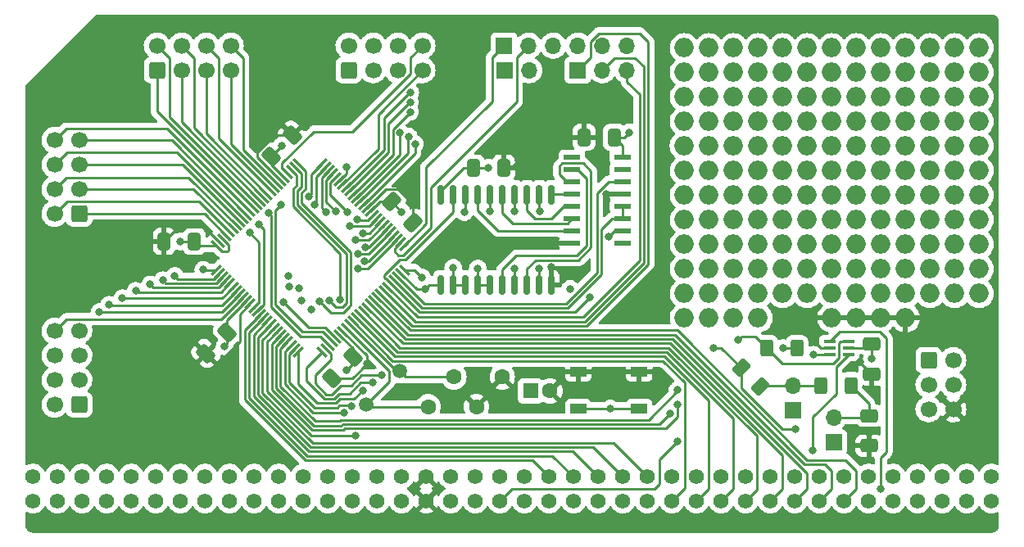
<source format=gbr>
%TF.GenerationSoftware,KiCad,Pcbnew,6.0.2+dfsg-1*%
%TF.CreationDate,2024-03-03T12:29:16-06:00*%
%TF.ProjectId,rc-duino,72632d64-7569-46e6-9f2e-6b696361645f,rev?*%
%TF.SameCoordinates,Original*%
%TF.FileFunction,Copper,L1,Top*%
%TF.FilePolarity,Positive*%
%FSLAX46Y46*%
G04 Gerber Fmt 4.6, Leading zero omitted, Abs format (unit mm)*
G04 Created by KiCad (PCBNEW 6.0.2+dfsg-1) date 2024-03-03 12:29:16*
%MOMM*%
%LPD*%
G01*
G04 APERTURE LIST*
G04 Aperture macros list*
%AMRoundRect*
0 Rectangle with rounded corners*
0 $1 Rounding radius*
0 $2 $3 $4 $5 $6 $7 $8 $9 X,Y pos of 4 corners*
0 Add a 4 corners polygon primitive as box body*
4,1,4,$2,$3,$4,$5,$6,$7,$8,$9,$2,$3,0*
0 Add four circle primitives for the rounded corners*
1,1,$1+$1,$2,$3*
1,1,$1+$1,$4,$5*
1,1,$1+$1,$6,$7*
1,1,$1+$1,$8,$9*
0 Add four rect primitives between the rounded corners*
20,1,$1+$1,$2,$3,$4,$5,0*
20,1,$1+$1,$4,$5,$6,$7,0*
20,1,$1+$1,$6,$7,$8,$9,0*
20,1,$1+$1,$8,$9,$2,$3,0*%
%AMRotRect*
0 Rectangle, with rotation*
0 The origin of the aperture is its center*
0 $1 length*
0 $2 width*
0 $3 Rotation angle, in degrees counterclockwise*
0 Add horizontal line*
21,1,$1,$2,0,0,$3*%
G04 Aperture macros list end*
%TA.AperFunction,ComponentPad*%
%ADD10R,1.700000X1.700000*%
%TD*%
%TA.AperFunction,ComponentPad*%
%ADD11O,1.700000X1.700000*%
%TD*%
%TA.AperFunction,ComponentPad*%
%ADD12RoundRect,0.250000X-0.600000X-0.600000X0.600000X-0.600000X0.600000X0.600000X-0.600000X0.600000X0*%
%TD*%
%TA.AperFunction,ComponentPad*%
%ADD13C,1.700000*%
%TD*%
%TA.AperFunction,ComponentPad*%
%ADD14RoundRect,0.250000X0.600000X-0.600000X0.600000X0.600000X-0.600000X0.600000X-0.600000X-0.600000X0*%
%TD*%
%TA.AperFunction,SMDPad,CuDef*%
%ADD15RoundRect,0.150000X0.150000X-0.875000X0.150000X0.875000X-0.150000X0.875000X-0.150000X-0.875000X0*%
%TD*%
%TA.AperFunction,SMDPad,CuDef*%
%ADD16RoundRect,0.250000X-0.412500X-0.650000X0.412500X-0.650000X0.412500X0.650000X-0.412500X0.650000X0*%
%TD*%
%TA.AperFunction,SMDPad,CuDef*%
%ADD17RotRect,0.279400X1.435100X135.000000*%
%TD*%
%TA.AperFunction,SMDPad,CuDef*%
%ADD18RotRect,0.279400X1.435100X45.000000*%
%TD*%
%TA.AperFunction,SMDPad,CuDef*%
%ADD19RoundRect,0.250000X-0.167938X0.751301X-0.751301X0.167938X0.167938X-0.751301X0.751301X-0.167938X0*%
%TD*%
%TA.AperFunction,SMDPad,CuDef*%
%ADD20RoundRect,0.250000X-0.650000X0.412500X-0.650000X-0.412500X0.650000X-0.412500X0.650000X0.412500X0*%
%TD*%
%TA.AperFunction,SMDPad,CuDef*%
%ADD21R,1.700000X1.000000*%
%TD*%
%TA.AperFunction,ComponentPad*%
%ADD22C,1.600000*%
%TD*%
%TA.AperFunction,ComponentPad*%
%ADD23O,2.000000X2.000000*%
%TD*%
%TA.AperFunction,SMDPad,CuDef*%
%ADD24RoundRect,0.250000X-0.751301X-0.167938X-0.167938X-0.751301X0.751301X0.167938X0.167938X0.751301X0*%
%TD*%
%TA.AperFunction,SMDPad,CuDef*%
%ADD25R,1.701800X0.533400*%
%TD*%
%TA.AperFunction,ComponentPad*%
%ADD26C,1.500000*%
%TD*%
%TA.AperFunction,SMDPad,CuDef*%
%ADD27RoundRect,0.250000X-0.400000X-0.625000X0.400000X-0.625000X0.400000X0.625000X-0.400000X0.625000X0*%
%TD*%
%TA.AperFunction,SMDPad,CuDef*%
%ADD28RoundRect,0.250000X0.400000X0.625000X-0.400000X0.625000X-0.400000X-0.625000X0.400000X-0.625000X0*%
%TD*%
%TA.AperFunction,SMDPad,CuDef*%
%ADD29RoundRect,0.250000X0.707107X0.176777X0.176777X0.707107X-0.707107X-0.176777X-0.176777X-0.707107X0*%
%TD*%
%TA.AperFunction,ComponentPad*%
%ADD30C,1.574800*%
%TD*%
%TA.AperFunction,ComponentPad*%
%ADD31RoundRect,0.250000X0.600000X0.600000X-0.600000X0.600000X-0.600000X-0.600000X0.600000X-0.600000X0*%
%TD*%
%TA.AperFunction,ComponentPad*%
%ADD32R,1.600000X1.600000*%
%TD*%
%TA.AperFunction,SMDPad,CuDef*%
%ADD33RoundRect,0.250000X0.167938X-0.751301X0.751301X-0.167938X-0.167938X0.751301X-0.751301X0.167938X0*%
%TD*%
%TA.AperFunction,SMDPad,CuDef*%
%ADD34RoundRect,0.250000X0.412500X0.650000X-0.412500X0.650000X-0.412500X-0.650000X0.412500X-0.650000X0*%
%TD*%
%TA.AperFunction,SMDPad,CuDef*%
%ADD35R,1.168400X0.355600*%
%TD*%
%TA.AperFunction,ViaPad*%
%ADD36C,0.800000*%
%TD*%
%TA.AperFunction,Conductor*%
%ADD37C,0.250000*%
%TD*%
G04 APERTURE END LIST*
D10*
%TO.P,J2,1,Pin_1*%
%TO.N,/pg0*%
X108686600Y-40594006D03*
D11*
%TO.P,J2,2,Pin_2*%
%TO.N,/pg1*%
X111226600Y-40594006D03*
%TO.P,J2,3,Pin_3*%
%TO.N,/pg2*%
X113766600Y-40594006D03*
%TO.P,J2,4,Pin_4*%
%TO.N,/pg3*%
X116306600Y-40594006D03*
%TO.P,J2,5,Pin_5*%
%TO.N,/pg4*%
X118846600Y-40594006D03*
%TO.P,J2,6,Pin_6*%
%TO.N,/pg5*%
X121386600Y-40594006D03*
%TD*%
D12*
%TO.P,J8,1,Pin_1*%
%TO.N,prog_MISO*%
X152564188Y-73106006D03*
D13*
%TO.P,J8,2,Pin_2*%
%TO.N,prog5V*%
X155104188Y-73106006D03*
%TO.P,J8,3,Pin_3*%
%TO.N,prog_sck*%
X152564188Y-75646006D03*
%TO.P,J8,4,Pin_4*%
%TO.N,prog_MOSI*%
X155104188Y-75646006D03*
%TO.P,J8,5,Pin_5*%
%TO.N,prog_rst*%
X152564188Y-78186006D03*
%TO.P,J8,6,Pin_6*%
%TO.N,prog_gnd*%
X155104188Y-78186006D03*
%TD*%
D14*
%TO.P,J5,1,Pin_1*%
%TO.N,/pk0*%
X72808188Y-43134006D03*
D13*
%TO.P,J5,2,Pin_2*%
%TO.N,/pk1*%
X72808188Y-40594006D03*
%TO.P,J5,3,Pin_3*%
%TO.N,/pk2*%
X75348188Y-43134006D03*
%TO.P,J5,4,Pin_4*%
%TO.N,/pk3*%
X75348188Y-40594006D03*
%TO.P,J5,5,Pin_5*%
%TO.N,/pk4*%
X77888188Y-43134006D03*
%TO.P,J5,6,Pin_6*%
%TO.N,/pk5*%
X77888188Y-40594006D03*
%TO.P,J5,7,Pin_7*%
%TO.N,/pk6*%
X80428188Y-43134006D03*
%TO.P,J5,8,Pin_8*%
%TO.N,/pk7*%
X80428188Y-40594006D03*
%TD*%
D15*
%TO.P,U5,1,G*%
%TO.N,~{IORQ}*%
X102158800Y-65318506D03*
%TO.P,U5,2,P0*%
%TO.N,A0*%
X103428800Y-65318506D03*
%TO.P,U5,3,R0*%
X104698800Y-65318506D03*
%TO.P,U5,4,P1*%
%TO.N,A1*%
X105968800Y-65318506D03*
%TO.P,U5,5,R1*%
X107238800Y-65318506D03*
%TO.P,U5,6,P2*%
%TO.N,Net-(U3-Pad2)*%
X108508800Y-65318506D03*
%TO.P,U5,7,R2*%
%TO.N,A2*%
X109778800Y-65318506D03*
%TO.P,U5,8,P3*%
%TO.N,Net-(U3-Pad3)*%
X111048800Y-65318506D03*
%TO.P,U5,9,R3*%
%TO.N,A3*%
X112318800Y-65318506D03*
%TO.P,U5,10,GND*%
%TO.N,prog_gnd*%
X113588800Y-65318506D03*
%TO.P,U5,11,P4*%
%TO.N,Net-(U3-Pad4)*%
X113588800Y-56018506D03*
%TO.P,U5,12,R4*%
%TO.N,A4*%
X112318800Y-56018506D03*
%TO.P,U5,13,P5*%
%TO.N,Net-(U3-Pad5)*%
X111048800Y-56018506D03*
%TO.P,U5,14,R5*%
%TO.N,A5*%
X109778800Y-56018506D03*
%TO.P,U5,15,P6*%
%TO.N,Net-(U3-Pad6)*%
X108508800Y-56018506D03*
%TO.P,U5,16,R6*%
%TO.N,A6*%
X107238800Y-56018506D03*
%TO.P,U5,17,P7*%
%TO.N,Net-(U3-Pad7)*%
X105968800Y-56018506D03*
%TO.P,U5,18,R7*%
%TO.N,A7*%
X104698800Y-56018506D03*
%TO.P,U5,19,P=R*%
%TO.N,~{portIOrequest}*%
X103428800Y-56018506D03*
%TO.P,U5,20,VCC*%
%TO.N,VCC*%
X102158800Y-56018506D03*
%TD*%
D16*
%TO.P,C13,1*%
%TO.N,VCC*%
X105510800Y-53263800D03*
%TO.P,C13,2*%
%TO.N,prog_gnd*%
X108635800Y-53263800D03*
%TD*%
D17*
%TO.P,U2,1,PG5OC0B*%
%TO.N,/pg5*%
X78913720Y-63796891D03*
%TO.P,U2,2,PE0RXD0/PCINT8*%
%TO.N,/pe0*%
X79267275Y-64150446D03*
%TO.P,U2,3,PE1TXD0*%
%TO.N,/pe1*%
X79620827Y-64503999D03*
%TO.P,U2,4,PE2XCK0/AIN0*%
%TO.N,/pe2*%
X79974380Y-64857551D03*
%TO.P,U2,5,PE3OC3A/AIN0*%
%TO.N,/pe3*%
X80327934Y-65211105D03*
%TO.P,U2,6,PE4OC3B/INT4*%
%TO.N,/pe4*%
X80681487Y-65564658D03*
%TO.P,U2,7,PE5OC3C/INT5*%
%TO.N,/pe5*%
X81035042Y-65918213D03*
%TO.P,U2,8,PE6T3/INT6*%
%TO.N,/pe6*%
X81388594Y-66271766D03*
%TO.P,U2,9,PE7CLKO/ICP3/INT7*%
%TO.N,/pe7*%
X81742147Y-66625318D03*
%TO.P,U2,10,VCC*%
%TO.N,VCC*%
X82095701Y-66978872D03*
%TO.P,U2,11,GND*%
%TO.N,prog_gnd*%
X82449254Y-67332425D03*
%TO.P,U2,12,PH0RXD2*%
%TO.N,/uart2_rx*%
X82802807Y-67685978D03*
%TO.P,U2,13,PH1TXD2*%
%TO.N,/uart2_tx*%
X83156361Y-68039533D03*
%TO.P,U2,14,PH2XCK2*%
%TO.N,BusAck*%
X83509914Y-68393085D03*
%TO.P,U2,15,PH3OC4A*%
%TO.N,Halt*%
X83863469Y-68746640D03*
%TO.P,U2,16,PH4OC4B*%
%TO.N,BusRQ*%
X84217022Y-69100193D03*
%TO.P,U2,17,PH5OC4C*%
%TO.N,~{WAIT}*%
X84570574Y-69453745D03*
%TO.P,U2,18,PH6OC2B*%
%TO.N,NMI*%
X84924128Y-69807300D03*
%TO.P,U2,19,PB0\u002ASS/PCINT0*%
%TO.N,M1*%
X85277681Y-70160852D03*
%TO.P,U2,20,PB1SCK/PCINT1*%
%TO.N,prog_sck*%
X85631236Y-70514407D03*
%TO.P,U2,21,PB2MOSI/PCINT2*%
%TO.N,prog_MOSI*%
X85984789Y-70867960D03*
%TO.P,U2,22,PB3MISO/PCINT3*%
%TO.N,prog_MISO*%
X86338341Y-71221512D03*
%TO.P,U2,23,PB4OC2A/PCINT4*%
%TO.N,CLK*%
X86691895Y-71575067D03*
%TO.P,U2,24,PB5OC1A/PCINT5*%
%TO.N,INT*%
X87045448Y-71928619D03*
%TO.P,U2,25,PB6OC1B/PCINT6*%
%TO.N,MREQ*%
X87399003Y-72282174D03*
D18*
%TO.P,U2,26,PB7OC0A/OC1C/PCINT7*%
%TO.N,WR*%
X89896573Y-72282174D03*
%TO.P,U2,27,PH7T4*%
%TO.N,RD*%
X90250128Y-71928619D03*
%TO.P,U2,28,PG3TOSC2*%
%TO.N,/pg3*%
X90603681Y-71575067D03*
%TO.P,U2,29,PG4TOSC1*%
%TO.N,/pg4*%
X90957233Y-71221514D03*
%TO.P,U2,30,\u002ARESET*%
%TO.N,prog_rst*%
X91310787Y-70867960D03*
%TO.P,U2,31,VCC*%
%TO.N,VCC*%
X91664340Y-70514407D03*
%TO.P,U2,32,GND*%
%TO.N,prog_gnd*%
X92017895Y-70160852D03*
%TO.P,U2,33,XTAL2*%
%TO.N,Net-(C6-Pad1)*%
X92371448Y-69807300D03*
%TO.P,U2,34,XTAL1*%
%TO.N,Net-(C5-Pad1)*%
X92725000Y-69453747D03*
%TO.P,U2,35,PL0ICP4*%
%TO.N,D0*%
X93078554Y-69100193D03*
%TO.P,U2,36,PL1ICP5*%
%TO.N,D1*%
X93432107Y-68746640D03*
%TO.P,U2,37,PL2T5*%
%TO.N,D2*%
X93785662Y-68393085D03*
%TO.P,U2,38,PL3OC5A*%
%TO.N,D3*%
X94139215Y-68039533D03*
%TO.P,U2,39,PL4OC5B*%
%TO.N,D4*%
X94492767Y-67685980D03*
%TO.P,U2,40,PL5OC5C*%
%TO.N,D5*%
X94846322Y-67332425D03*
%TO.P,U2,41,PL6*%
%TO.N,D6*%
X95199875Y-66978872D03*
%TO.P,U2,42,PL7*%
%TO.N,D7*%
X95553429Y-66625318D03*
%TO.P,U2,43,PD0SCL/INT0*%
%TO.N,/SCL*%
X95906982Y-66271766D03*
%TO.P,U2,44,PD1SDA/INT1*%
%TO.N,/SDA*%
X96260534Y-65918213D03*
%TO.P,U2,45,PD2RXD1/INT2*%
%TO.N,/i2c int*%
X96614089Y-65564658D03*
%TO.P,U2,46,PD3TXD1/INT3*%
%TO.N,~{portIOrequest}*%
X96967642Y-65211105D03*
%TO.P,U2,47,PD4ICP1*%
%TO.N,port_sr_clk*%
X97321196Y-64857551D03*
%TO.P,U2,48,PD5XCK1*%
%TO.N,port_sr_data*%
X97674749Y-64503999D03*
%TO.P,U2,49,PD6T1*%
%TO.N,~{IORQ}*%
X98028301Y-64150446D03*
%TO.P,U2,50,PD7T0*%
%TO.N,~{IO_addr_comp}*%
X98381856Y-63796891D03*
D17*
%TO.P,U2,51,PG0\u002AWR*%
%TO.N,/pg0*%
X98381856Y-61299321D03*
%TO.P,U2,52,PG1\u002ARD*%
%TO.N,/pg1*%
X98028301Y-60945766D03*
%TO.P,U2,53,PC0A8*%
%TO.N,A8*%
X97674749Y-60592213D03*
%TO.P,U2,54,PC1A9*%
%TO.N,A9*%
X97321196Y-60238661D03*
%TO.P,U2,55,PC2A10*%
%TO.N,Aa*%
X96967642Y-59885107D03*
%TO.P,U2,56,PC3A11*%
%TO.N,Ab*%
X96614089Y-59531554D03*
%TO.P,U2,57,PC4A12*%
%TO.N,Ac*%
X96260534Y-59177999D03*
%TO.P,U2,58,PC5A13*%
%TO.N,Ad*%
X95906982Y-58824446D03*
%TO.P,U2,59,PC6A14*%
%TO.N,Ae*%
X95553429Y-58470894D03*
%TO.P,U2,60,PC7A15*%
%TO.N,Af*%
X95199875Y-58117340D03*
%TO.P,U2,61,VCC*%
%TO.N,VCC*%
X94846322Y-57763787D03*
%TO.P,U2,62,GND*%
%TO.N,prog_gnd*%
X94492767Y-57410232D03*
%TO.P,U2,63,PJ0RXD3/PCINT9*%
%TO.N,/pj0*%
X94139215Y-57056679D03*
%TO.P,U2,64,PJ1TXD3/PCINT10*%
%TO.N,/pj1*%
X93785662Y-56703127D03*
%TO.P,U2,65,PJ2XCK3/PCINT11*%
%TO.N,/pj2*%
X93432107Y-56349572D03*
%TO.P,U2,66,PJ3PCINT12*%
%TO.N,/pj3*%
X93078554Y-55996019D03*
%TO.P,U2,67,PJ4PCINT13*%
%TO.N,/pj4*%
X92725000Y-55642465D03*
%TO.P,U2,68,PJ5PCINT14*%
%TO.N,/pj5*%
X92371448Y-55288912D03*
%TO.P,U2,69,PJ6PCINT15*%
%TO.N,/pj6*%
X92017895Y-54935360D03*
%TO.P,U2,70,PG2ALE*%
%TO.N,/pg2*%
X91664340Y-54581805D03*
%TO.P,U2,71,PA7AD7*%
%TO.N,A7*%
X91310787Y-54228252D03*
%TO.P,U2,72,PA6AD6*%
%TO.N,A6*%
X90957233Y-53874698D03*
%TO.P,U2,73,PA5AD5*%
%TO.N,A5*%
X90603681Y-53521145D03*
%TO.P,U2,74,PA4AD4*%
%TO.N,A4*%
X90250128Y-53167593D03*
%TO.P,U2,75,PA3AD3*%
%TO.N,A3*%
X89896573Y-52814038D03*
D18*
%TO.P,U2,76,PA2AD2*%
%TO.N,A2*%
X87399003Y-52814038D03*
%TO.P,U2,77,PA1AD1*%
%TO.N,A1*%
X87045448Y-53167593D03*
%TO.P,U2,78,PA0AD0*%
%TO.N,A0*%
X86691895Y-53521145D03*
%TO.P,U2,79,PJ7*%
%TO.N,/pj7*%
X86338343Y-53874698D03*
%TO.P,U2,80,VCC*%
%TO.N,VCC*%
X85984789Y-54228252D03*
%TO.P,U2,81,GND*%
%TO.N,prog_gnd*%
X85631236Y-54581805D03*
%TO.P,U2,82,PK7ADC15/PCINT23*%
%TO.N,/pk7*%
X85277681Y-54935360D03*
%TO.P,U2,83,PK6ADC14/PCINT22*%
%TO.N,/pk6*%
X84924128Y-55288912D03*
%TO.P,U2,84,PK5ADC13/PCINT21*%
%TO.N,/pk5*%
X84570576Y-55642465D03*
%TO.P,U2,85,PK4ADC12/PCINT20*%
%TO.N,/pk4*%
X84217022Y-55996019D03*
%TO.P,U2,86,PK3ADC11/PCINT19*%
%TO.N,/pk3*%
X83863469Y-56349572D03*
%TO.P,U2,87,PK2ADC10/PCINT18*%
%TO.N,/pk2*%
X83509914Y-56703127D03*
%TO.P,U2,88,PK1ADC9/PCINT17*%
%TO.N,/pk1*%
X83156361Y-57056679D03*
%TO.P,U2,89,PK0ADC8/PCINT16*%
%TO.N,/pk0*%
X82802809Y-57410232D03*
%TO.P,U2,90,PF7ADC7/TDI*%
%TO.N,/pf7*%
X82449254Y-57763787D03*
%TO.P,U2,91,PF6ADC6/TDO*%
%TO.N,/pf6*%
X82095701Y-58117340D03*
%TO.P,U2,92,PF5ADC5/TMS*%
%TO.N,/pf5*%
X81742147Y-58470894D03*
%TO.P,U2,93,PF4ADC4/TCK*%
%TO.N,/pf4*%
X81388594Y-58824446D03*
%TO.P,U2,94,PF3ADC3*%
%TO.N,/pf3*%
X81035042Y-59177999D03*
%TO.P,U2,95,PF2ADC2*%
%TO.N,/pf2*%
X80681487Y-59531554D03*
%TO.P,U2,96,PF1ADC1*%
%TO.N,/pf1*%
X80327934Y-59885107D03*
%TO.P,U2,97,PF0ADC0*%
%TO.N,/pf0*%
X79974380Y-60238661D03*
%TO.P,U2,98,AREF*%
%TO.N,VCC*%
X79620827Y-60592213D03*
%TO.P,U2,99,GND*%
%TO.N,prog_gnd*%
X79267275Y-60945766D03*
%TO.P,U2,100,AVCC*%
%TO.N,VCC*%
X78913720Y-61299321D03*
%TD*%
D19*
%TO.P,C4,1*%
%TO.N,VCC*%
X93054642Y-72797052D03*
%TO.P,C4,2*%
%TO.N,prog_gnd*%
X90844934Y-75006760D03*
%TD*%
D20*
%TO.P,C7,1*%
%TO.N,prog_rst*%
X146405600Y-78853900D03*
%TO.P,C7,2*%
%TO.N,prog_gnd*%
X146405600Y-81978900D03*
%TD*%
D21*
%TO.P,Reset,2,2*%
%TO.N,prog_gnd*%
X116358788Y-74313306D03*
X122658788Y-74313306D03*
%TO.P,Reset,1,1*%
%TO.N,prog_rst*%
X116358788Y-78113306D03*
X122658788Y-78113306D03*
%TD*%
D22*
%TO.P,C6,1*%
%TO.N,Net-(C6-Pad1)*%
X100838000Y-77927200D03*
%TO.P,C6,2*%
%TO.N,prog_gnd*%
X105838000Y-77927200D03*
%TD*%
D16*
%TO.P,C8,1*%
%TO.N,prog_gnd*%
X73559388Y-60846306D03*
%TO.P,C8,2*%
%TO.N,VCC*%
X76684388Y-60846306D03*
%TD*%
D23*
%TO.P,J7,*%
%TO.N,*%
X129860505Y-66223810D03*
X152707933Y-50954346D03*
X142560505Y-61143810D03*
X147640505Y-40823810D03*
X132400505Y-45903810D03*
X152720498Y-58603810D03*
X140020505Y-43363810D03*
X150180505Y-66223810D03*
X145087940Y-50954346D03*
X155260498Y-56063810D03*
X134940505Y-53523810D03*
X150180505Y-40823810D03*
X127305291Y-50949047D03*
X152720498Y-66223810D03*
X127317856Y-63678511D03*
X157800498Y-63683810D03*
X137480505Y-61143810D03*
X129847940Y-50954346D03*
X127317856Y-40818511D03*
X127317856Y-53518511D03*
X152720498Y-63683810D03*
X145100505Y-48443810D03*
X137480505Y-58603810D03*
X147640505Y-48443810D03*
X140020505Y-40823810D03*
X134940505Y-40823810D03*
X132400505Y-48443810D03*
X145100505Y-66223810D03*
X145100505Y-56063810D03*
X142560505Y-58603810D03*
X129860505Y-45903810D03*
X134940505Y-66223810D03*
X157800498Y-61143810D03*
X152720498Y-53523810D03*
X147640505Y-56063810D03*
X132400505Y-40823810D03*
X157800498Y-40823810D03*
X150180505Y-45903810D03*
X152720498Y-61143810D03*
X140020505Y-45903810D03*
X140020505Y-58603810D03*
X129860505Y-63683810D03*
X145100505Y-45903810D03*
X145100505Y-40823810D03*
X142560505Y-40823810D03*
X155260498Y-45903810D03*
X145100505Y-43363810D03*
X150180505Y-53523810D03*
X137480505Y-45903810D03*
X145100505Y-61143810D03*
X147640505Y-63683810D03*
X127317856Y-58598511D03*
X145100505Y-58603810D03*
X129860505Y-61143810D03*
X147640505Y-58603810D03*
X152720498Y-45903810D03*
X127317856Y-45898511D03*
X142560505Y-43363810D03*
X152720498Y-56063810D03*
X140020505Y-56063810D03*
X140020505Y-63683810D03*
X140020505Y-53523810D03*
X155260498Y-43363810D03*
X155260498Y-61143810D03*
X137480505Y-43363810D03*
X140020505Y-48443810D03*
X157800498Y-45903810D03*
X134940505Y-43363810D03*
X147640505Y-53523810D03*
X157800498Y-43363810D03*
X132400505Y-58603810D03*
X142560505Y-63683810D03*
X132400505Y-53523810D03*
X155260498Y-48443810D03*
X132400505Y-66223810D03*
X127317856Y-48438511D03*
X137480505Y-66223810D03*
X134940505Y-63683810D03*
X127317856Y-56058511D03*
X157800498Y-56063810D03*
X157787933Y-50954346D03*
X147640505Y-45903810D03*
X142547940Y-50954346D03*
X127317856Y-43358511D03*
X137480505Y-53523810D03*
X155260498Y-66223810D03*
X145100505Y-63683810D03*
X134940505Y-48443810D03*
X147640505Y-43363810D03*
X152720498Y-43363810D03*
X129860505Y-40823810D03*
X134940505Y-58603810D03*
X142560505Y-45903810D03*
X134940505Y-56063810D03*
X132387940Y-50954346D03*
X150180505Y-58603810D03*
X155247933Y-50954346D03*
X137480505Y-56063810D03*
X132400505Y-63683810D03*
X157800498Y-58603810D03*
X134940505Y-45903810D03*
X140007940Y-50954346D03*
X147640505Y-66223810D03*
X142560505Y-66223810D03*
X142560505Y-53523810D03*
X155260498Y-53523810D03*
X129860505Y-48443810D03*
X134927940Y-50954346D03*
X137480505Y-40823810D03*
X145100505Y-53523810D03*
X127317856Y-66218511D03*
X140020505Y-66223810D03*
X129860505Y-56063810D03*
X152720498Y-48443810D03*
X129860505Y-53523810D03*
X142560505Y-56063810D03*
X150180505Y-63683810D03*
X150180505Y-43363810D03*
X150180505Y-48443810D03*
X150180505Y-61143810D03*
X157800498Y-66223810D03*
X137480505Y-48443810D03*
X157800498Y-53523810D03*
X155260498Y-40823810D03*
X129860505Y-43363810D03*
X147627940Y-50954346D03*
X155260498Y-63683810D03*
X127317856Y-61138511D03*
X129860505Y-58603810D03*
X134940505Y-61143810D03*
X132400505Y-61143810D03*
X137480505Y-63683810D03*
X132400505Y-56063810D03*
X155260498Y-58603810D03*
X150167940Y-50954346D03*
X157800498Y-48443810D03*
X140020505Y-61143810D03*
X142560505Y-48443810D03*
X150180505Y-56063810D03*
X147640505Y-61143810D03*
X132400505Y-43363810D03*
X137467940Y-50954346D03*
X152720498Y-40823810D03*
%TO.P,J7,1,Pin_1*%
%TO.N,VCC*%
X127317856Y-68758511D03*
X132397856Y-68758511D03*
X129857856Y-68758511D03*
X134937856Y-68758511D03*
%TO.P,J7,2,Pin_2*%
%TO.N,prog_gnd*%
X142557856Y-68758511D03*
X150177856Y-68758511D03*
X147637856Y-68758511D03*
X145097856Y-68758511D03*
%TD*%
D24*
%TO.P,C3,1*%
%TO.N,VCC*%
X97042534Y-56744252D03*
%TO.P,C3,2*%
%TO.N,prog_gnd*%
X99252242Y-58953960D03*
%TD*%
D10*
%TO.P,J14,1,Pin_1*%
%TO.N,VCC*%
X138506200Y-78282800D03*
D11*
%TO.P,J14,2,Pin_2*%
%TO.N,prog5V*%
X138506200Y-75742800D03*
%TD*%
D25*
%TO.P,U3,1,Q1*%
%TO.N,unconnected-(U3-Pad1)*%
X115722600Y-52134106D03*
%TO.P,U3,2,Q2*%
%TO.N,Net-(U3-Pad2)*%
X115722600Y-53404106D03*
%TO.P,U3,3,Q3*%
%TO.N,Net-(U3-Pad3)*%
X115722600Y-54674106D03*
%TO.P,U3,4,Q4*%
%TO.N,Net-(U3-Pad4)*%
X115722600Y-55944106D03*
%TO.P,U3,5,Q5*%
%TO.N,Net-(U3-Pad5)*%
X115722600Y-57214106D03*
%TO.P,U3,6,Q6*%
%TO.N,Net-(U3-Pad6)*%
X115722600Y-58484106D03*
%TO.P,U3,7,Q7*%
%TO.N,Net-(U3-Pad7)*%
X115722600Y-59754106D03*
%TO.P,U3,8,GND*%
%TO.N,prog_gnd*%
X115722600Y-61024106D03*
%TO.P,U3,9,Q7s*%
%TO.N,unconnected-(U3-Pad9)*%
X120929600Y-61024106D03*
%TO.P,U3,10,MR\u002A*%
%TO.N,VCC*%
X120929600Y-59754106D03*
%TO.P,U3,11,SH_CP*%
%TO.N,port_sr_clk*%
X120929600Y-58484106D03*
%TO.P,U3,12,ST_CP*%
X120929600Y-57214106D03*
%TO.P,U3,13,OE\u002A*%
%TO.N,prog_gnd*%
X120929600Y-55944106D03*
%TO.P,U3,14,DS*%
%TO.N,port_sr_data*%
X120929600Y-54674106D03*
%TO.P,U3,15,Q0*%
%TO.N,unconnected-(U3-Pad15)*%
X120929600Y-53404106D03*
%TO.P,U3,16,VCC*%
%TO.N,VCC*%
X120929600Y-52134106D03*
%TD*%
D26*
%TO.P,Y1,1,1*%
%TO.N,Net-(C5-Pad1)*%
X97917000Y-74269600D03*
%TO.P,Y1,2,2*%
%TO.N,Net-(C6-Pad1)*%
X94466319Y-77720281D03*
%TD*%
D27*
%TO.P,R1,1*%
%TO.N,prog5V*%
X141426600Y-75742800D03*
%TO.P,R1,2*%
%TO.N,prog_rst*%
X144526600Y-75742800D03*
%TD*%
D10*
%TO.P,J3,1,Pin_1*%
%TO.N,/uart2_rx*%
X108736194Y-43134006D03*
D11*
%TO.P,J3,2,Pin_2*%
%TO.N,/uart2_tx*%
X111276194Y-43134006D03*
%TD*%
D28*
%TO.P,R4,1*%
%TO.N,VCC*%
X138964000Y-71895306D03*
%TO.P,R4,2*%
%TO.N,~{IO_addr_comp}*%
X135864000Y-71895306D03*
%TD*%
D20*
%TO.P,C9,1*%
%TO.N,VCC*%
X146685000Y-71432700D03*
%TO.P,C9,2*%
%TO.N,prog_gnd*%
X146685000Y-74557700D03*
%TD*%
D14*
%TO.P,J4,1,Pin_1*%
%TO.N,/pj0*%
X92620188Y-43134006D03*
D13*
%TO.P,J4,2,Pin_2*%
%TO.N,/pj1*%
X92620188Y-40594006D03*
%TO.P,J4,3,Pin_3*%
%TO.N,/pj2*%
X95160188Y-43134006D03*
%TO.P,J4,4,Pin_4*%
%TO.N,/pj3*%
X95160188Y-40594006D03*
%TO.P,J4,5,Pin_5*%
%TO.N,/pj4*%
X97700188Y-43134006D03*
%TO.P,J4,6,Pin_6*%
%TO.N,/pj5*%
X97700188Y-40594006D03*
%TO.P,J4,7,Pin_7*%
%TO.N,/pj6*%
X100240188Y-43134006D03*
%TO.P,J4,8,Pin_8*%
%TO.N,/pj7*%
X100240188Y-40594006D03*
%TD*%
D29*
%TO.P,D1,1,K*%
%TO.N,prog5V*%
X135154537Y-75857055D03*
%TO.P,D1,2,A*%
%TO.N,prog_rst*%
X133174639Y-73877157D03*
%TD*%
D10*
%TO.P,J13,1,Pin_1*%
%TO.N,~{RESET}*%
X142748000Y-81610200D03*
D11*
%TO.P,J13,2,Pin_2*%
%TO.N,prog_rst*%
X142748000Y-79070200D03*
%TD*%
D30*
%TO.P,U1,1,A15*%
%TO.N,Af*%
X59996578Y-87668710D03*
%TO.P,U1,2,A14*%
%TO.N,Ae*%
X62536578Y-87668710D03*
%TO.P,U1,3,A13*%
%TO.N,Ad*%
X65076578Y-87668710D03*
%TO.P,U1,4,A12*%
%TO.N,Ac*%
X67616578Y-87668710D03*
%TO.P,U1,5,A11*%
%TO.N,Ab*%
X70156578Y-87668710D03*
%TO.P,U1,6,A10*%
%TO.N,Aa*%
X72696578Y-87668710D03*
%TO.P,U1,7,A9*%
%TO.N,A9*%
X75236578Y-87668710D03*
%TO.P,U1,8,A8*%
%TO.N,A8*%
X77776578Y-87668710D03*
%TO.P,U1,9,A7*%
%TO.N,A7*%
X80316578Y-87668710D03*
%TO.P,U1,10,A6*%
%TO.N,A6*%
X82856578Y-87668710D03*
%TO.P,U1,11,A5*%
%TO.N,A5*%
X85396578Y-87668710D03*
%TO.P,U1,12,A4*%
%TO.N,A4*%
X87936578Y-87668710D03*
%TO.P,U1,13,A3*%
%TO.N,A3*%
X90476578Y-87668710D03*
%TO.P,U1,14,A2*%
%TO.N,A2*%
X93016578Y-87668710D03*
%TO.P,U1,15,A1*%
%TO.N,A1*%
X95556578Y-87668710D03*
%TO.P,U1,16,A0*%
%TO.N,A0*%
X98096578Y-87668710D03*
%TO.P,U1,17,GND*%
%TO.N,prog_gnd*%
X100636578Y-87668710D03*
%TO.P,U1,18,+5V*%
%TO.N,VCC*%
X103176578Y-87668710D03*
%TO.P,U1,19,~{M1}*%
%TO.N,M1*%
X105716578Y-87668710D03*
%TO.P,U1,20,~{RESET}*%
%TO.N,~{RESET}*%
X108256578Y-87668710D03*
%TO.P,U1,21,CLOCK*%
%TO.N,CLK*%
X110796578Y-87668710D03*
%TO.P,U1,22,~{INT}*%
%TO.N,INT*%
X113336578Y-87668710D03*
%TO.P,U1,23,~{MREQ}*%
%TO.N,MREQ*%
X115876578Y-87668710D03*
%TO.P,U1,24,~{WR}*%
%TO.N,WR*%
X118416578Y-87668710D03*
%TO.P,U1,25,~{RD}*%
%TO.N,RD*%
X120956578Y-87668710D03*
%TO.P,U1,26,~{IORQ}*%
%TO.N,~{IORQ}*%
X123496578Y-87668710D03*
%TO.P,U1,27,D0*%
%TO.N,D0*%
X126036578Y-87668710D03*
%TO.P,U1,28,D1*%
%TO.N,D1*%
X128576578Y-87668710D03*
%TO.P,U1,29,D2*%
%TO.N,D2*%
X131116578Y-87668710D03*
%TO.P,U1,30,D3*%
%TO.N,D3*%
X133656578Y-87668710D03*
%TO.P,U1,31,D4*%
%TO.N,D4*%
X136196578Y-87668710D03*
%TO.P,U1,32,D5*%
%TO.N,D5*%
X138736578Y-87668710D03*
%TO.P,U1,33,D6*%
%TO.N,D6*%
X141276578Y-87668710D03*
%TO.P,U1,34,D7*%
%TO.N,D7*%
X143816578Y-87668710D03*
%TO.P,U1,35,TX*%
%TO.N,unconnected-(U1-Pad35)*%
X146356578Y-87668710D03*
%TO.P,U1,36,RX*%
%TO.N,unconnected-(U1-Pad36)*%
X148896578Y-87668710D03*
%TO.P,U1,37,p37*%
%TO.N,unconnected-(U1-Pad37)*%
X151436578Y-87668710D03*
%TO.P,U1,38,p38*%
%TO.N,unconnected-(U1-Pad38)*%
X153976578Y-87668710D03*
%TO.P,U1,39,p39*%
%TO.N,unconnected-(U1-Pad39)*%
X156516578Y-87668710D03*
%TO.P,U1,40,p40*%
%TO.N,unconnected-(U1-Pad40)*%
X159056578Y-87668710D03*
%TO.P,U1,41,p41*%
%TO.N,unconnected-(U1-Pad41)*%
X59996578Y-85128710D03*
%TO.P,U1,42,p42*%
%TO.N,unconnected-(U1-Pad42)*%
X62536578Y-85128710D03*
%TO.P,U1,43,p43*%
%TO.N,unconnected-(U1-Pad43)*%
X65076578Y-85128710D03*
%TO.P,U1,44,p44*%
%TO.N,unconnected-(U1-Pad44)*%
X67616578Y-85128710D03*
%TO.P,U1,45,p45*%
%TO.N,unconnected-(U1-Pad45)*%
X70156578Y-85128710D03*
%TO.P,U1,46,p46*%
%TO.N,unconnected-(U1-Pad46)*%
X72696578Y-85128710D03*
%TO.P,U1,47,p47*%
%TO.N,unconnected-(U1-Pad47)*%
X75236578Y-85128710D03*
%TO.P,U1,48,p48*%
%TO.N,unconnected-(U1-Pad48)*%
X77776578Y-85128710D03*
%TO.P,U1,49,A23*%
%TO.N,unconnected-(U1-Pad49)*%
X80316578Y-85128710D03*
%TO.P,U1,50,A22*%
%TO.N,unconnected-(U1-Pad50)*%
X82856578Y-85128710D03*
%TO.P,U1,51,A21*%
%TO.N,unconnected-(U1-Pad51)*%
X85396578Y-85128710D03*
%TO.P,U1,52,A20*%
%TO.N,unconnected-(U1-Pad52)*%
X87936578Y-85128710D03*
%TO.P,U1,53,A19*%
%TO.N,unconnected-(U1-Pad53)*%
X90476578Y-85128710D03*
%TO.P,U1,54,A18*%
%TO.N,unconnected-(U1-Pad54)*%
X93016578Y-85128710D03*
%TO.P,U1,55,A17*%
%TO.N,unconnected-(U1-Pad55)*%
X95556578Y-85128710D03*
%TO.P,U1,56,A16*%
%TO.N,unconnected-(U1-Pad56)*%
X98096578Y-85128710D03*
%TO.P,U1,57,GND*%
%TO.N,prog_gnd*%
X100636578Y-85128710D03*
%TO.P,U1,58,+5V*%
%TO.N,VCC*%
X103176578Y-85128710D03*
%TO.P,U1,59,~{RFSH}*%
%TO.N,unconnected-(U1-Pad59)*%
X105716578Y-85128710D03*
%TO.P,U1,60,PAGE*%
%TO.N,unconnected-(U1-Pad60)*%
X108256578Y-85128710D03*
%TO.P,U1,61,CLOCK2*%
%TO.N,unconnected-(U1-Pad61)*%
X110796578Y-85128710D03*
%TO.P,U1,62,~{BUSACK}*%
%TO.N,BusAck*%
X113336578Y-85128710D03*
%TO.P,U1,63,~{HALT}*%
%TO.N,Halt*%
X115876578Y-85128710D03*
%TO.P,U1,64,~{BUSRQ}*%
%TO.N,BusRQ*%
X118416578Y-85128710D03*
%TO.P,U1,65,~{WAIT}*%
%TO.N,~{WAIT}*%
X120956578Y-85128710D03*
%TO.P,U1,66,~{NMI}*%
%TO.N,NMI*%
X123496578Y-85128710D03*
%TO.P,U1,67,D8*%
%TO.N,unconnected-(U1-Pad67)*%
X126036578Y-85128710D03*
%TO.P,U1,68,D9*%
%TO.N,unconnected-(U1-Pad68)*%
X128576578Y-85128710D03*
%TO.P,U1,69,D10*%
%TO.N,unconnected-(U1-Pad69)*%
X131116578Y-85128710D03*
%TO.P,U1,70,D11*%
%TO.N,unconnected-(U1-Pad70)*%
X133656578Y-85128710D03*
%TO.P,U1,71,D12*%
%TO.N,unconnected-(U1-Pad71)*%
X136196578Y-85128710D03*
%TO.P,U1,72,D13*%
%TO.N,unconnected-(U1-Pad72)*%
X138736578Y-85128710D03*
%TO.P,U1,73,D14*%
%TO.N,unconnected-(U1-Pad73)*%
X141276578Y-85128710D03*
%TO.P,U1,74,D15*%
%TO.N,unconnected-(U1-Pad74)*%
X143816578Y-85128710D03*
%TO.P,U1,75,TX2*%
%TO.N,unconnected-(U1-Pad75)*%
X146356578Y-85128710D03*
%TO.P,U1,76,RX2*%
%TO.N,unconnected-(U1-Pad76)*%
X148896578Y-85128710D03*
%TO.P,U1,77,p77*%
%TO.N,unconnected-(U1-Pad77)*%
X151436578Y-85128710D03*
%TO.P,U1,78,p78*%
%TO.N,unconnected-(U1-Pad78)*%
X153976578Y-85128710D03*
%TO.P,U1,79,p79*%
%TO.N,unconnected-(U1-Pad79)*%
X156516578Y-85128710D03*
%TO.P,U1,80,p80*%
%TO.N,unconnected-(U1-Pad80)*%
X159056578Y-85128710D03*
%TD*%
D31*
%TO.P,J10,1,Pin_1*%
%TO.N,/pf0*%
X64771788Y-57982221D03*
D13*
%TO.P,J10,2,Pin_2*%
%TO.N,/pf1*%
X62231788Y-57982221D03*
%TO.P,J10,3,Pin_3*%
%TO.N,/pf2*%
X64771788Y-55442221D03*
%TO.P,J10,4,Pin_4*%
%TO.N,/pf3*%
X62231788Y-55442221D03*
%TO.P,J10,5,Pin_5*%
%TO.N,/pf4*%
X64771788Y-52902221D03*
%TO.P,J10,6,Pin_6*%
%TO.N,/pf5*%
X62231788Y-52902221D03*
%TO.P,J10,7,Pin_7*%
%TO.N,/pf6*%
X64771788Y-50362221D03*
%TO.P,J10,8,Pin_8*%
%TO.N,/pf7*%
X62231788Y-50362221D03*
%TD*%
D32*
%TO.P,47uf1,1*%
%TO.N,VCC*%
X111421449Y-76312200D03*
D22*
%TO.P,47uf1,2*%
%TO.N,prog_gnd*%
X113421449Y-76312200D03*
%TD*%
D33*
%TO.P,C2,1*%
%TO.N,VCC*%
X84621934Y-52070560D03*
%TO.P,C2,2*%
%TO.N,prog_gnd*%
X86831642Y-49860852D03*
%TD*%
D34*
%TO.P,C11,1*%
%TO.N,VCC*%
X120078900Y-50076706D03*
%TO.P,C11,2*%
%TO.N,prog_gnd*%
X116953900Y-50076706D03*
%TD*%
D35*
%TO.P,U4,1,CLK*%
%TO.N,CLK*%
X142328900Y-71219907D03*
%TO.P,U4,2,GND*%
%TO.N,prog_gnd*%
X142328900Y-71869906D03*
%TO.P,U4,3,D*%
%TO.N,~{portIOrequest}*%
X142328900Y-72519905D03*
%TO.P,U4,4,Q*%
%TO.N,~{WAIT}*%
X144284700Y-72519905D03*
%TO.P,U4,5,VCC*%
%TO.N,VCC*%
X144284700Y-71869906D03*
%TO.P,U4,6,\u002AOE*%
%TO.N,~{IO_addr_comp}*%
X144284700Y-71219907D03*
%TD*%
D19*
%TO.P,C1,1*%
%TO.N,VCC*%
X80073454Y-70218346D03*
%TO.P,C1,2*%
%TO.N,prog_gnd*%
X77863746Y-72428054D03*
%TD*%
D22*
%TO.P,C5,1*%
%TO.N,Net-(C5-Pad1)*%
X103505000Y-74853800D03*
%TO.P,C5,2*%
%TO.N,prog_gnd*%
X108505000Y-74853800D03*
%TD*%
D10*
%TO.P,J1,1,Pin_1*%
%TO.N,/SCL*%
X116306600Y-43134006D03*
D11*
%TO.P,J1,2,Pin_2*%
%TO.N,/SDA*%
X118846600Y-43134006D03*
%TO.P,J1,3,Pin_3*%
%TO.N,/i2c int*%
X121386600Y-43134006D03*
%TD*%
D31*
%TO.P,J6,1,Pin_1*%
%TO.N,/pe0*%
X64771788Y-77711906D03*
D13*
%TO.P,J6,2,Pin_2*%
%TO.N,/pe1*%
X62231788Y-77711906D03*
%TO.P,J6,3,Pin_3*%
%TO.N,/pe2*%
X64771788Y-75171906D03*
%TO.P,J6,4,Pin_4*%
%TO.N,/pe3*%
X62231788Y-75171906D03*
%TO.P,J6,5,Pin_5*%
%TO.N,/pe4*%
X64771788Y-72631906D03*
%TO.P,J6,6,Pin_6*%
%TO.N,/pe5*%
X62231788Y-72631906D03*
%TO.P,J6,7,Pin_7*%
%TO.N,/pe6*%
X64771788Y-70091906D03*
%TO.P,J6,8,Pin_8*%
%TO.N,/pe7*%
X62231788Y-70091906D03*
%TD*%
D36*
%TO.N,VCC*%
X119454122Y-60389106D03*
X75211188Y-60846306D03*
X79796488Y-71704200D03*
X137515600Y-71869906D03*
X92405200Y-74168000D03*
X107075654Y-53215078D03*
X146685000Y-72962106D03*
X85726788Y-50940306D03*
X98071188Y-57772906D03*
X121616988Y-49568706D03*
%TO.N,prog_gnd*%
X75134988Y-59347706D03*
X79796488Y-73583800D03*
X119706988Y-74313306D03*
X99010988Y-56680706D03*
X145491200Y-73266906D03*
X113488988Y-60998706D03*
X119253000Y-55944106D03*
X94488000Y-73482200D03*
X140690600Y-71107906D03*
X84774288Y-50038606D03*
X113588800Y-63513306D03*
X110159800Y-52489706D03*
X118441988Y-50076706D03*
X146380200Y-80683700D03*
%TO.N,prog_rst*%
X130341843Y-71830063D03*
X85852000Y-67137006D03*
X138793390Y-80281610D03*
X119666188Y-78113306D03*
%TO.N,/uart2_rx*%
X82402200Y-59948806D03*
%TO.N,/uart2_tx*%
X83342000Y-59059806D03*
%TO.N,/pj0*%
X99478188Y-50754006D03*
%TO.N,/pj1*%
X98827033Y-49995717D03*
%TO.N,/pj2*%
X97918445Y-49579215D03*
%TO.N,/pj3*%
X98970188Y-47453711D03*
%TO.N,/pj4*%
X98969777Y-46454209D03*
%TO.N,/pj5*%
X98992335Y-45454961D03*
%TO.N,/pe0*%
X74652378Y-64402310D03*
%TO.N,/pe1*%
X73407778Y-64859510D03*
%TO.N,/pe2*%
X72112378Y-65291310D03*
%TO.N,/pe3*%
X70613778Y-65951710D03*
%TO.N,/pe4*%
X69242178Y-66713710D03*
%TO.N,/pe5*%
X67845178Y-67399510D03*
%TO.N,/pe6*%
X66854578Y-68136110D03*
%TO.N,Af*%
X93473788Y-58534906D03*
%TO.N,Ae*%
X92781024Y-59259406D03*
%TO.N,Ad*%
X94083388Y-59983906D03*
%TO.N,Ac*%
X93372188Y-60708406D03*
%TO.N,Ab*%
X94388188Y-61432906D03*
%TO.N,Aa*%
X93613998Y-62163193D03*
%TO.N,A9*%
X94283325Y-62905492D03*
%TO.N,A8*%
X93591062Y-63626447D03*
%TO.N,A7*%
X86398700Y-64453106D03*
X92483188Y-57798306D03*
X104571800Y-57823706D03*
%TO.N,A6*%
X91263988Y-57747506D03*
X107238800Y-57747506D03*
X86436200Y-65481200D03*
%TO.N,A5*%
X90265867Y-57800039D03*
X109778800Y-57747506D03*
X87503000Y-65659000D03*
%TO.N,A4*%
X89110113Y-57087106D03*
X87706200Y-66929000D03*
X112344200Y-57747506D03*
%TO.N,A3*%
X88546084Y-56217115D03*
X88798400Y-67903207D03*
X112318800Y-63614906D03*
%TO.N,A2*%
X89638456Y-67055856D03*
X109753400Y-63665706D03*
%TO.N,A1*%
X90631317Y-66940823D03*
X105968800Y-63640306D03*
%TO.N,A0*%
X103428800Y-63564106D03*
X91692550Y-66904189D03*
%TO.N,M1*%
X93368940Y-80910722D03*
%TO.N,CLK*%
X147611188Y-86441006D03*
X92141439Y-78553355D03*
%TO.N,INT*%
X92876668Y-77876247D03*
%TO.N,MREQ*%
X94056200Y-76250800D03*
%TO.N,WR*%
X95072200Y-75438000D03*
%TO.N,RD*%
X96012000Y-74701400D03*
%TO.N,~{IORQ}*%
X100533200Y-65773906D03*
X115519200Y-65748506D03*
%TO.N,/pg2*%
X92403688Y-53124706D03*
%TO.N,/pg3*%
X84338899Y-57925306D03*
%TO.N,~{portIOrequest}*%
X117551200Y-66637506D03*
X140665200Y-72555706D03*
%TO.N,prog_MISO*%
X126605648Y-76225452D03*
%TO.N,prog_sck*%
X126605700Y-77673200D03*
%TO.N,prog_MOSI*%
X125881200Y-78626306D03*
%TO.N,~{WAIT}*%
X140589000Y-82478606D03*
%TO.N,~{IO_addr_comp}*%
X100228400Y-64580106D03*
X132905856Y-71044511D03*
%TO.N,~{RESET}*%
X126593600Y-81559400D03*
%TO.N,/pg4*%
X85631801Y-57082201D03*
%TO.N,/pg5*%
X77597000Y-63779400D03*
%TD*%
D37*
%TO.N,D6*%
X141870788Y-83875606D02*
X142531188Y-84536006D01*
%TO.N,D7*%
X126587287Y-70047841D02*
X139965541Y-83426095D01*
%TO.N,D6*%
X139691659Y-83875606D02*
X141870788Y-83875606D01*
X126313404Y-70497351D02*
X139691659Y-83875606D01*
%TO.N,D7*%
X143961277Y-83426095D02*
X145071188Y-84536006D01*
%TO.N,D6*%
X142531188Y-84536006D02*
X142531188Y-86414100D01*
X98718354Y-70497351D02*
X126313404Y-70497351D01*
X95199875Y-66978872D02*
X98718354Y-70497351D01*
%TO.N,D7*%
X95553429Y-66625318D02*
X98975951Y-70047840D01*
X139965541Y-83426095D02*
X143961277Y-83426095D01*
X145071188Y-84536006D02*
X145071188Y-86414100D01*
X98975951Y-70047840D02*
X126587287Y-70047841D01*
X145071188Y-86414100D02*
X143816578Y-87668710D01*
%TO.N,D6*%
X142531188Y-86414100D02*
X141276578Y-87668710D01*
%TO.N,D3*%
X134784188Y-86551808D02*
X133623839Y-87712157D01*
%TO.N,D2*%
X97688645Y-72296068D02*
X125480272Y-72296070D01*
%TO.N,prog_MISO*%
X91823335Y-79287200D02*
X123608000Y-79287200D01*
%TO.N,D2*%
X132371188Y-79186986D02*
X132371188Y-86424808D01*
%TO.N,D1*%
X129831188Y-77282690D02*
X129831188Y-86424808D01*
%TO.N,D3*%
X94139215Y-68039533D02*
X97946239Y-71846557D01*
%TO.N,prog_MISO*%
X85569298Y-72725025D02*
X85569296Y-75810064D01*
%TO.N,D1*%
X129831188Y-86424808D02*
X128543839Y-87712157D01*
%TO.N,D2*%
X132371188Y-86424808D02*
X131083839Y-87712157D01*
%TO.N,D0*%
X127330200Y-75417406D02*
X125107884Y-73195090D01*
%TO.N,prog_MISO*%
X126605648Y-76289552D02*
X126605648Y-76225452D01*
%TO.N,D1*%
X93432107Y-68746640D02*
X97431046Y-72745579D01*
%TO.N,D2*%
X93785662Y-68393085D02*
X97688645Y-72296068D01*
%TO.N,D3*%
X134784188Y-80964282D02*
X134784188Y-86551808D01*
%TO.N,prog_MISO*%
X89743479Y-79425798D02*
X91684734Y-79425800D01*
%TO.N,D3*%
X125666466Y-71846560D02*
X134784188Y-80964282D01*
%TO.N,D4*%
X137451188Y-82995578D02*
X125851980Y-71396370D01*
X125851980Y-71396370D02*
X98203157Y-71396370D01*
%TO.N,prog_MISO*%
X85569296Y-75810064D02*
X89185030Y-79425798D01*
%TO.N,D4*%
X137451188Y-86424808D02*
X137451188Y-82995578D01*
%TO.N,prog_MISO*%
X123608000Y-79287200D02*
X126605648Y-76289552D01*
%TO.N,D0*%
X126003839Y-87712157D02*
X127330200Y-86385796D01*
%TO.N,D4*%
X98203157Y-71396370D02*
X94492767Y-67685980D01*
%TO.N,prog_MISO*%
X86338341Y-71221512D02*
X85569299Y-71990554D01*
%TO.N,D4*%
X136163839Y-87712157D02*
X137451188Y-86424808D01*
%TO.N,prog_MISO*%
X91684734Y-79425800D02*
X91823335Y-79287200D01*
%TO.N,D1*%
X125294078Y-72745580D02*
X129831188Y-77282690D01*
%TO.N,D2*%
X125480272Y-72296070D02*
X132371188Y-79186986D01*
%TO.N,D1*%
X97431046Y-72745579D02*
X125294078Y-72745580D01*
%TO.N,prog_MISO*%
X85569299Y-71990554D02*
X85569298Y-72725025D01*
X89185030Y-79425798D02*
X89743479Y-79425798D01*
%TO.N,D3*%
X97946239Y-71846557D02*
X125666466Y-71846560D01*
%TO.N,D0*%
X127330200Y-86385796D02*
X127330200Y-75417406D01*
X125107884Y-73195090D02*
X97173451Y-73195090D01*
X97173451Y-73195090D02*
X93078554Y-69100193D01*
%TO.N,A8*%
X97674749Y-60592213D02*
X94635641Y-63631321D01*
%TO.N,A0*%
X86877478Y-55431200D02*
X86877478Y-57247196D01*
%TO.N,A1*%
X87326988Y-57061002D02*
X92417051Y-62151065D01*
X92417051Y-62151065D02*
X92417051Y-67204288D01*
X87718550Y-54603918D02*
X87718541Y-54603927D01*
X91829896Y-67647164D02*
X91776911Y-67647164D01*
%TO.N,A0*%
X87269030Y-55039648D02*
X86877478Y-55431200D01*
%TO.N,A1*%
X87045448Y-53167593D02*
X87718550Y-53840695D01*
%TO.N,A2*%
X87782977Y-55797109D02*
X87782977Y-56881287D01*
%TO.N,A1*%
X87718541Y-54603927D02*
X87718540Y-55225842D01*
X87718540Y-55225842D02*
X87326989Y-55617393D01*
%TO.N,A0*%
X86877478Y-57247196D02*
X91721188Y-62090906D01*
%TO.N,A1*%
X92417051Y-67204288D02*
X91992649Y-67628690D01*
%TO.N,A2*%
X89899615Y-67317015D02*
X89638456Y-67055856D01*
X89975168Y-67317259D02*
X89974924Y-67317015D01*
X88168050Y-55412036D02*
X87782977Y-55797109D01*
X89974924Y-67317015D02*
X89899615Y-67317015D01*
X87399003Y-52814038D02*
X88168050Y-53583085D01*
X87782977Y-56881287D02*
X92866562Y-61964872D01*
X92737188Y-67526506D02*
X92076788Y-68186906D01*
%TO.N,A0*%
X91721188Y-62090906D02*
X91721188Y-66875551D01*
%TO.N,A2*%
X90813269Y-68186906D02*
X89975168Y-67348805D01*
X92737188Y-67519855D02*
X92737188Y-67526506D01*
%TO.N,A1*%
X87326989Y-55617393D02*
X87326988Y-57061002D01*
%TO.N,A2*%
X92866562Y-61964872D02*
X92866561Y-67390482D01*
%TO.N,A1*%
X87718550Y-53840695D02*
X87718550Y-54603918D01*
X91771116Y-67652959D02*
X91343453Y-67652959D01*
X91992649Y-67628690D02*
X91848370Y-67628690D01*
%TO.N,A2*%
X89975168Y-67348805D02*
X89975168Y-67317259D01*
%TO.N,A1*%
X91343453Y-67652959D02*
X90631317Y-66940823D01*
X91848370Y-67628690D02*
X91829896Y-67647164D01*
X91776911Y-67647164D02*
X91771116Y-67652959D01*
%TO.N,A2*%
X88168050Y-53583085D02*
X88168050Y-55412036D01*
X92866561Y-67390482D02*
X92737188Y-67519855D01*
%TO.N,A8*%
X94635641Y-63631321D02*
X93595936Y-63631321D01*
%TO.N,A2*%
X92076788Y-68186906D02*
X90813269Y-68186906D01*
%TO.N,A8*%
X93595936Y-63631321D02*
X93591062Y-63626447D01*
%TO.N,A0*%
X86691895Y-53521145D02*
X87269030Y-54098280D01*
X87269030Y-54098280D02*
X87269030Y-55039648D01*
X91721188Y-66875551D02*
X91692550Y-66904189D01*
%TO.N,A9*%
X97321196Y-60238661D02*
X94654365Y-62905492D01*
X94654365Y-62905492D02*
X94283325Y-62905492D01*
%TO.N,Aa*%
X96967642Y-59885107D02*
X94689556Y-62163193D01*
X94689556Y-62163193D02*
X93613998Y-62163193D01*
%TO.N,prog_rst*%
X90198916Y-69756089D02*
X88471083Y-69756089D01*
X88471083Y-69756089D02*
X85852000Y-67137006D01*
X91310787Y-70867960D02*
X90198916Y-69756089D01*
%TO.N,/pg4*%
X87859304Y-70210406D02*
X85063399Y-67414501D01*
X89946125Y-70210406D02*
X87859304Y-70210406D01*
%TO.N,/pg3*%
X87673110Y-70659916D02*
X84613889Y-67600695D01*
%TO.N,/pg4*%
X85063399Y-67414501D02*
X85063399Y-57650603D01*
X90957233Y-71221514D02*
X89946125Y-70210406D01*
%TO.N,/pg3*%
X84613888Y-58200295D02*
X84338899Y-57925306D01*
%TO.N,/pg4*%
X85063399Y-57650603D02*
X85631801Y-57082201D01*
%TO.N,/pg3*%
X90603681Y-71575067D02*
X89688531Y-70659917D01*
X89688531Y-70659917D02*
X87673110Y-70659916D01*
X84613889Y-67600695D02*
X84613888Y-58200295D01*
%TO.N,prog_sck*%
X126605700Y-78969806D02*
X126605700Y-77673200D01*
X92057122Y-80324820D02*
X92195720Y-80186222D01*
%TO.N,prog_MOSI*%
X85119786Y-75996258D02*
X88998837Y-79875309D01*
%TO.N,prog_sck*%
X92804579Y-80186221D02*
X93933302Y-80186222D01*
%TO.N,prog_MOSI*%
X92009527Y-79736711D02*
X124770795Y-79736711D01*
X88998837Y-79875309D02*
X91870928Y-79875310D01*
X124770795Y-79736711D02*
X125881200Y-78626306D01*
%TO.N,prog_sck*%
X93933302Y-80186222D02*
X125389284Y-80186222D01*
%TO.N,prog_MOSI*%
X91870928Y-79875310D02*
X92009527Y-79736711D01*
%TO.N,prog_sck*%
X85631236Y-70514407D02*
X84670277Y-71475366D01*
%TO.N,prog_MOSI*%
X85984789Y-70867960D02*
X85119788Y-71732961D01*
X85119788Y-72911219D02*
X85119786Y-75996258D01*
X85119788Y-71732961D02*
X85119788Y-72911219D01*
%TO.N,prog_sck*%
X92195720Y-80186222D02*
X92804579Y-80186221D01*
X84670277Y-71475366D02*
X84670276Y-76182452D01*
X84670276Y-76182452D02*
X88812644Y-80324820D01*
X125389284Y-80186222D02*
X126605700Y-78969806D01*
X88812644Y-80324820D02*
X92057122Y-80324820D01*
%TO.N,VCC*%
X93054642Y-73518558D02*
X92405200Y-74168000D01*
X146685000Y-71432700D02*
X146685000Y-72962106D01*
X84621934Y-52045160D02*
X85726788Y-50940306D01*
X77137403Y-61299321D02*
X76684388Y-60846306D01*
X102158800Y-55592434D02*
X104487434Y-53263800D01*
X146685000Y-71432700D02*
X146247794Y-71869906D01*
X80073841Y-61876453D02*
X80197962Y-61752332D01*
X120089122Y-59754106D02*
X119454122Y-60389106D01*
X138964000Y-71895306D02*
X137541000Y-71895306D01*
X105510800Y-53263800D02*
X107009400Y-53263800D01*
X120929600Y-52134106D02*
X120929600Y-50927406D01*
X76684388Y-60846306D02*
X75211188Y-60846306D01*
X80197962Y-61752332D02*
X80197962Y-61169348D01*
X105485400Y-53238400D02*
X105510800Y-53263800D01*
X120078900Y-50076706D02*
X121108988Y-50076706D01*
X80073454Y-71427234D02*
X79796488Y-71704200D01*
X146247794Y-71869906D02*
X144284700Y-71869906D01*
X93054642Y-71904709D02*
X91664340Y-70514407D01*
X105283000Y-53491600D02*
X105510800Y-53263800D01*
X85984789Y-54228252D02*
X84621934Y-52865397D01*
X78913720Y-61299321D02*
X77137403Y-61299321D01*
X120929600Y-50927406D02*
X120078900Y-50076706D01*
X95865857Y-56744252D02*
X94846322Y-57763787D01*
X107009400Y-53263800D02*
X107058122Y-53215078D01*
X80073454Y-70218346D02*
X80073454Y-69001119D01*
X84621934Y-52070560D02*
X84621934Y-52045160D01*
X137541000Y-71895306D02*
X137515600Y-71869906D01*
X120929600Y-59754106D02*
X120089122Y-59754106D01*
X97042534Y-56744252D02*
X98071188Y-57772906D01*
X121108988Y-50076706D02*
X121616988Y-49568706D01*
X93054642Y-72797052D02*
X93054642Y-71904709D01*
X93054642Y-72797052D02*
X93054642Y-73518558D01*
X104487434Y-53263800D02*
X105510800Y-53263800D01*
X80073454Y-70218346D02*
X80073454Y-71427234D01*
X79490852Y-61876453D02*
X80073841Y-61876453D01*
X97042534Y-56744252D02*
X95865857Y-56744252D01*
X80197962Y-61169348D02*
X79620827Y-60592213D01*
X78913720Y-61299321D02*
X79490852Y-61876453D01*
X80073454Y-69001119D02*
X82095701Y-66978872D01*
X84621934Y-52865397D02*
X84621934Y-52070560D01*
X107058122Y-53215078D02*
X107075654Y-53215078D01*
X102158800Y-56018506D02*
X102158800Y-55592434D01*
%TO.N,prog_gnd*%
X96484567Y-55418432D02*
X97748714Y-55418432D01*
X93004232Y-75006760D02*
X94488000Y-73522992D01*
X77863746Y-72428054D02*
X79019492Y-73583800D01*
X115722600Y-61024106D02*
X113514388Y-61024106D01*
X108635800Y-53263800D02*
X109385706Y-53263800D01*
X83161388Y-51651506D02*
X84774288Y-50038606D01*
X146405600Y-81978900D02*
X146380200Y-81953500D01*
X82449254Y-67332425D02*
X81399274Y-68382405D01*
X99010988Y-56680706D02*
X99252242Y-56921960D01*
X99252242Y-56921960D02*
X99252242Y-58953960D01*
X77669215Y-59347706D02*
X75134988Y-59347706D01*
X90844934Y-75006760D02*
X93004232Y-75006760D01*
X81399274Y-68382405D02*
X81399274Y-71203926D01*
X119706988Y-74313306D02*
X116358788Y-74313306D01*
X85631236Y-54581805D02*
X83161388Y-52111957D01*
X81399274Y-71203926D02*
X79796488Y-72806712D01*
X145491200Y-73363900D02*
X145491200Y-73266906D01*
X94492767Y-57410232D02*
X96484567Y-55418432D01*
X113514388Y-61024106D02*
X113488988Y-60998706D01*
X84952042Y-49860852D02*
X86831642Y-49860852D01*
X75057988Y-59347706D02*
X73559388Y-60846306D01*
X122658788Y-74313306D02*
X119706988Y-74313306D01*
X146685000Y-74557700D02*
X145491200Y-73363900D01*
X113588800Y-63513306D02*
X113588800Y-65318506D01*
X109385706Y-53263800D02*
X110159800Y-52489706D01*
X116953900Y-50076706D02*
X118441988Y-50076706D01*
X94488000Y-72630957D02*
X94488000Y-73482200D01*
X79796488Y-72806712D02*
X79796488Y-73583800D01*
X146380200Y-81953500D02*
X146380200Y-80683700D01*
X92017895Y-70160852D02*
X94488000Y-72630957D01*
X120929600Y-55944106D02*
X119253000Y-55944106D01*
X75134988Y-59347706D02*
X75057988Y-59347706D01*
X141452600Y-71869906D02*
X140690600Y-71107906D01*
X83161388Y-52111957D02*
X83161388Y-51651506D01*
X79267275Y-60945766D02*
X77669215Y-59347706D01*
X94488000Y-73522992D02*
X94488000Y-73482200D01*
X79019492Y-73583800D02*
X79796488Y-73583800D01*
X142328900Y-71869906D02*
X141452600Y-71869906D01*
X97748714Y-55418432D02*
X99010988Y-56680706D01*
X84774288Y-50038606D02*
X84952042Y-49860852D01*
%TO.N,Net-(C5-Pad1)*%
X98501200Y-74853800D02*
X97917000Y-74269600D01*
X97540853Y-74269600D02*
X92725000Y-69453747D01*
X103505000Y-74853800D02*
X98501200Y-74853800D01*
X97917000Y-74269600D02*
X97540853Y-74269600D01*
%TO.N,Net-(C6-Pad1)*%
X92371448Y-69807300D02*
X96826588Y-74262440D01*
X100838000Y-77927200D02*
X94673238Y-77927200D01*
X96826588Y-74262440D02*
X96826588Y-75360012D01*
X96826588Y-75360012D02*
X94466319Y-77720281D01*
X94673238Y-77927200D02*
X94466319Y-77720281D01*
%TO.N,prog_rst*%
X146405600Y-78853900D02*
X146405600Y-77621800D01*
X119666188Y-78113306D02*
X116358788Y-78113306D01*
X137477604Y-80281610D02*
X133197600Y-76001606D01*
X133197600Y-76001606D02*
X133197600Y-73900118D01*
X146189300Y-79070200D02*
X142748000Y-79070200D01*
X146405600Y-78853900D02*
X146189300Y-79070200D01*
X146405600Y-77621800D02*
X144526600Y-75742800D01*
X131127545Y-71830063D02*
X130341843Y-71830063D01*
X133197600Y-73900118D02*
X131127545Y-71830063D01*
X122658788Y-78113306D02*
X119666188Y-78113306D01*
X138793390Y-80281610D02*
X137477604Y-80281610D01*
%TO.N,/SCL*%
X122686600Y-39324006D02*
X118455590Y-39324006D01*
X117223078Y-69581828D02*
X123596400Y-63208506D01*
X117606600Y-41834006D02*
X116306600Y-43134006D01*
X123596400Y-40233806D02*
X122686600Y-39324006D01*
X95906982Y-66271766D02*
X99217044Y-69581828D01*
X117606600Y-40172996D02*
X117606600Y-41834006D01*
X99217044Y-69581828D02*
X117223078Y-69581828D01*
X118455590Y-39324006D02*
X117606600Y-40172996D01*
X123596400Y-63208506D02*
X123596400Y-40233806D01*
%TO.N,/SDA*%
X118846600Y-43134006D02*
X120116600Y-41864006D01*
X117036885Y-69132317D02*
X99474638Y-69132317D01*
X123146898Y-42778799D02*
X123146898Y-63022304D01*
X120116600Y-41864006D02*
X122232105Y-41864006D01*
X122232105Y-41864006D02*
X123146898Y-42778799D01*
X99474638Y-69132317D02*
X96260534Y-65918213D01*
X123146898Y-63022304D02*
X117036885Y-69132317D01*
%TO.N,/uart2_rx*%
X82802807Y-67685978D02*
X83379941Y-67108844D01*
X83379941Y-60926547D02*
X82402200Y-59948806D01*
X83379941Y-67108844D02*
X83379941Y-60926547D01*
%TO.N,/uart2_tx*%
X83342000Y-59085206D02*
X83342000Y-59059806D01*
X83829451Y-59572657D02*
X83342000Y-59085206D01*
X83829451Y-67366443D02*
X83829451Y-59572657D01*
X83156361Y-68039533D02*
X83829451Y-67366443D01*
%TO.N,/i2c int*%
X99732237Y-68682806D02*
X116850691Y-68682807D01*
X122697378Y-45646865D02*
X121386600Y-44336087D01*
X116850691Y-68682807D02*
X122697378Y-62836120D01*
X122697378Y-62836120D02*
X122697378Y-45646865D01*
X96614089Y-65564658D02*
X99732237Y-68682806D01*
X121386600Y-44336087D02*
X121386600Y-43134006D01*
%TO.N,/pj0*%
X99478188Y-51717706D02*
X99478188Y-50754006D01*
X94139215Y-57056679D02*
X99478188Y-51717706D01*
%TO.N,/pj1*%
X98753687Y-51735102D02*
X98753687Y-50069063D01*
X93785662Y-56703127D02*
X98753687Y-51735102D01*
X98753687Y-50069063D02*
X98827033Y-49995717D01*
%TO.N,/pj2*%
X97918445Y-51863234D02*
X97918445Y-49579215D01*
X93432107Y-56349572D02*
X97918445Y-51863234D01*
%TO.N,/pj3*%
X93078554Y-55996019D02*
X97193944Y-51880629D01*
X97193944Y-51880629D02*
X97193944Y-49229955D01*
X97193944Y-49229955D02*
X98970188Y-47453711D01*
%TO.N,/pj4*%
X98943385Y-46454209D02*
X98969777Y-46454209D01*
X92725000Y-55642465D02*
X96744433Y-51623032D01*
X96744433Y-51623032D02*
X96744433Y-48653161D01*
X96744433Y-48653161D02*
X98943385Y-46454209D01*
%TO.N,/pj5*%
X98926633Y-45454961D02*
X98992335Y-45454961D01*
X96294923Y-51365437D02*
X96294923Y-48086671D01*
X92371448Y-55288912D02*
X96294923Y-51365437D01*
X96294923Y-48086671D02*
X98926633Y-45454961D01*
%TO.N,/pj6*%
X92017895Y-54935360D02*
X95668188Y-51285067D01*
X95668188Y-51285067D02*
X95668188Y-47697406D01*
X100231588Y-43134006D02*
X100240188Y-43134006D01*
X95668188Y-47697406D02*
X100231588Y-43134006D01*
%TO.N,/pj7*%
X89943178Y-49492510D02*
X93002694Y-49492510D01*
X85752188Y-52769106D02*
X89037288Y-49484006D01*
X93002694Y-49492510D02*
X98985578Y-43509626D01*
X86338343Y-53874698D02*
X85752188Y-53288543D01*
X85752188Y-53288543D02*
X85752188Y-52769106D01*
X98985578Y-41848616D02*
X100240188Y-40594006D01*
X89934674Y-49484006D02*
X89943178Y-49492510D01*
X98985578Y-43509626D02*
X98985578Y-41848616D01*
X89037288Y-49484006D02*
X89934674Y-49484006D01*
%TO.N,/pk0*%
X82802809Y-57410232D02*
X72808188Y-47415611D01*
X72808188Y-47415611D02*
X72808188Y-43134006D01*
%TO.N,/pk1*%
X74078188Y-47978506D02*
X74078188Y-41864006D01*
X83156361Y-57056679D02*
X74078188Y-47978506D01*
X74078188Y-41864006D02*
X72808188Y-40594006D01*
%TO.N,/pk2*%
X83509914Y-56703127D02*
X75348188Y-48541401D01*
X75348188Y-48541401D02*
X75348188Y-43134006D01*
%TO.N,/pk3*%
X76618188Y-49104291D02*
X76618188Y-41864006D01*
X83863469Y-56349572D02*
X76618188Y-49104291D01*
X76618188Y-41864006D02*
X75348188Y-40594006D01*
%TO.N,/pk4*%
X77888188Y-49667185D02*
X77888188Y-43134006D01*
X84217022Y-55996019D02*
X77888188Y-49667185D01*
%TO.N,/pk5*%
X79158188Y-41864006D02*
X77888188Y-40594006D01*
X84570576Y-55642465D02*
X79158188Y-50230077D01*
X79158188Y-50230077D02*
X79158188Y-41864006D01*
%TO.N,/pk6*%
X84924128Y-55288912D02*
X80428188Y-50792972D01*
X80428188Y-50792972D02*
X80428188Y-43134006D01*
%TO.N,/pk7*%
X81698188Y-51355867D02*
X81698188Y-41864006D01*
X85277681Y-54935360D02*
X81698188Y-51355867D01*
X81698188Y-41864006D02*
X80428188Y-40594006D01*
%TO.N,/pe0*%
X78690143Y-64727578D02*
X74977646Y-64727578D01*
X79267275Y-64150446D02*
X78690143Y-64727578D01*
X74977646Y-64727578D02*
X74652378Y-64402310D01*
%TO.N,/pe1*%
X78947737Y-65177089D02*
X73725357Y-65177089D01*
X79620827Y-64503999D02*
X78947737Y-65177089D01*
X73725357Y-65177089D02*
X73407778Y-64859510D01*
%TO.N,/pe2*%
X79974380Y-64857551D02*
X79205333Y-65626598D01*
X72447666Y-65626598D02*
X72112378Y-65291310D01*
X79205333Y-65626598D02*
X72447666Y-65626598D01*
%TO.N,/pe3*%
X80327934Y-65211105D02*
X79462931Y-66076108D01*
X70738176Y-66076108D02*
X70613778Y-65951710D01*
X79462931Y-66076108D02*
X70738176Y-66076108D01*
%TO.N,/pe4*%
X80681487Y-65564658D02*
X79532435Y-66713710D01*
X79532435Y-66713710D02*
X69242178Y-66713710D01*
%TO.N,/pe5*%
X67883879Y-67438211D02*
X67845178Y-67399510D01*
X81035042Y-65918213D02*
X79515044Y-67438211D01*
X79515044Y-67438211D02*
X67883879Y-67438211D01*
%TO.N,/pe6*%
X79524250Y-68136110D02*
X66854578Y-68136110D01*
X81388594Y-66271766D02*
X79524250Y-68136110D01*
%TO.N,/pe7*%
X63469488Y-68898106D02*
X62189488Y-70178106D01*
X79469359Y-68898106D02*
X63469488Y-68898106D01*
X81742147Y-66625318D02*
X79469359Y-68898106D01*
%TO.N,/pf0*%
X77717940Y-57982221D02*
X64771788Y-57982221D01*
X79974380Y-60238661D02*
X77717940Y-57982221D01*
%TO.N,/pf1*%
X63507899Y-56706110D02*
X77148937Y-56706110D01*
X77148937Y-56706110D02*
X80327934Y-59885107D01*
X62231788Y-57982221D02*
X63507899Y-56706110D01*
%TO.N,/pf2*%
X76592154Y-55442221D02*
X64771788Y-55442221D01*
X80681487Y-59531554D02*
X76592154Y-55442221D01*
%TO.N,/pf3*%
X76073953Y-54216910D02*
X81035042Y-59177999D01*
X63457099Y-54216910D02*
X76073953Y-54216910D01*
X62231788Y-55442221D02*
X63457099Y-54216910D01*
%TO.N,/pf4*%
X75466369Y-52902221D02*
X81388594Y-58824446D01*
X64771788Y-52902221D02*
X75466369Y-52902221D01*
%TO.N,/pf5*%
X63507899Y-51626110D02*
X62231788Y-52902221D01*
X74897363Y-51626110D02*
X63507899Y-51626110D01*
X81742147Y-58470894D02*
X74897363Y-51626110D01*
%TO.N,/pf6*%
X82095701Y-58117340D02*
X74340582Y-50362221D01*
X74340582Y-50362221D02*
X64771788Y-50362221D01*
%TO.N,/pf7*%
X73873177Y-49187710D02*
X82449254Y-57763787D01*
X63406299Y-49187710D02*
X73873177Y-49187710D01*
X62231788Y-50362221D02*
X63406299Y-49187710D01*
%TO.N,Af*%
X93473788Y-58534906D02*
X93633356Y-58694474D01*
X93633356Y-58694474D02*
X94622741Y-58694474D01*
X94622741Y-58694474D02*
X95199875Y-58117340D01*
%TO.N,Ae*%
X92781024Y-59259406D02*
X94764917Y-59259406D01*
X94764917Y-59259406D02*
X95553429Y-58470894D01*
%TO.N,Ad*%
X94747522Y-59983906D02*
X95906982Y-58824446D01*
X94083388Y-59983906D02*
X94747522Y-59983906D01*
%TO.N,Ac*%
X93372188Y-60708406D02*
X94730127Y-60708406D01*
X94730127Y-60708406D02*
X96260534Y-59177999D01*
%TO.N,Ab*%
X94388188Y-61432906D02*
X94712737Y-61432906D01*
X94712737Y-61432906D02*
X96614089Y-59531554D01*
%TO.N,A7*%
X90733653Y-56048771D02*
X90733653Y-54805386D01*
X90733653Y-54805386D02*
X91310787Y-54228252D01*
X104698800Y-57696706D02*
X104698800Y-56018506D01*
X104571800Y-57823706D02*
X104698800Y-57696706D01*
X92483188Y-57798306D02*
X90733653Y-56048771D01*
%TO.N,A6*%
X91263988Y-57747506D02*
X90284133Y-56767651D01*
X90284133Y-54547798D02*
X90957233Y-53874698D01*
X90284133Y-56767651D02*
X90284133Y-54547798D01*
X107238800Y-57747506D02*
X107238800Y-56018506D01*
%TO.N,A5*%
X90603681Y-53521145D02*
X89834613Y-54290213D01*
X109778800Y-56018506D02*
X109778800Y-57747506D01*
X89834613Y-57368785D02*
X90265867Y-57800039D01*
X89834613Y-54290213D02*
X89834613Y-57368785D01*
%TO.N,A4*%
X89270585Y-56926634D02*
X89270585Y-54147136D01*
X89110113Y-57087106D02*
X89270585Y-56926634D01*
X89270585Y-54147136D02*
X90250128Y-53167593D01*
X112318800Y-56018506D02*
X112318800Y-57722106D01*
X112318800Y-57722106D02*
X112344200Y-57747506D01*
%TO.N,A3*%
X89896573Y-52814038D02*
X88782468Y-53928143D01*
X112318800Y-65318506D02*
X112318800Y-63614906D01*
X88782468Y-53928143D02*
X88782468Y-55980731D01*
X88782468Y-55980731D02*
X88546084Y-56217115D01*
%TO.N,A2*%
X109753400Y-63665706D02*
X109753400Y-65293106D01*
X109753400Y-65293106D02*
X109778800Y-65318506D01*
%TO.N,A1*%
X105968800Y-63640306D02*
X105968800Y-65318506D01*
X105968800Y-65318506D02*
X107238800Y-65318506D01*
%TO.N,A0*%
X103428800Y-65318506D02*
X104698800Y-65318506D01*
X103428800Y-65318506D02*
X103428800Y-63564106D01*
%TO.N,M1*%
X85277681Y-70160852D02*
X84220766Y-71217767D01*
X84220766Y-76368646D02*
X88776520Y-80924400D01*
X88776520Y-80924400D02*
X93355262Y-80924400D01*
X84220766Y-71217767D02*
X84220766Y-76368646D01*
X93355262Y-80924400D02*
X93368940Y-80910722D01*
%TO.N,CLK*%
X88933893Y-78538957D02*
X92127041Y-78538957D01*
X148209000Y-82588706D02*
X147611188Y-83186518D01*
X143380701Y-70168106D02*
X147497800Y-70168106D01*
X148209000Y-70879306D02*
X148209000Y-82588706D01*
X92127041Y-78538957D02*
X92141439Y-78553355D01*
X147497800Y-70168106D02*
X148209000Y-70879306D01*
X86691895Y-71575067D02*
X86018810Y-72248152D01*
X86018810Y-72248152D02*
X86018808Y-75623872D01*
X142328900Y-71219907D02*
X143380701Y-70168106D01*
X147611188Y-83186518D02*
X147611188Y-86441006D01*
X86018808Y-75623872D02*
X88933893Y-78538957D01*
%TO.N,INT*%
X87045448Y-71928619D02*
X86468318Y-72505749D01*
X86468318Y-75437678D02*
X89061773Y-78031133D01*
X89061773Y-78031133D02*
X91465179Y-78031133D01*
X92828353Y-77827932D02*
X92876668Y-77876247D01*
X86468318Y-72505749D02*
X86468318Y-75437678D01*
X91465179Y-78031133D02*
X91668380Y-77827932D01*
X91668380Y-77827932D02*
X92828353Y-77827932D01*
%TO.N,MREQ*%
X92576476Y-77151837D02*
X92576569Y-77151746D01*
X93155254Y-77151746D02*
X94056200Y-76250800D01*
X91708281Y-77152326D02*
X92575972Y-77152326D01*
X92576569Y-77151746D02*
X93155254Y-77151746D01*
X92576348Y-77151960D02*
X92576471Y-77151837D01*
X87399003Y-75588003D02*
X89392622Y-77581622D01*
X92576471Y-77151837D02*
X92576476Y-77151837D01*
X92576338Y-77151960D02*
X92576348Y-77151960D01*
X87399003Y-72282174D02*
X87399003Y-75588003D01*
X91278985Y-77581622D02*
X91708281Y-77152326D01*
X89392622Y-77581622D02*
X91278985Y-77581622D01*
X92575972Y-77152326D02*
X92576338Y-77151960D01*
%TO.N,WR*%
X91092793Y-77132111D02*
X91651594Y-76573310D01*
X92709090Y-76573310D02*
X93844400Y-75438000D01*
X93844400Y-75438000D02*
X95072200Y-75438000D01*
X90136206Y-77132110D02*
X91092793Y-77132111D01*
X88282972Y-75278876D02*
X90136206Y-77132110D01*
X91651594Y-76573310D02*
X92709090Y-76573310D01*
X88282972Y-73895775D02*
X88282972Y-75278876D01*
X89896573Y-72282174D02*
X88282972Y-73895775D01*
%TO.N,RD*%
X91824693Y-75764507D02*
X92882189Y-75764507D01*
X89169117Y-75529317D02*
X90322399Y-76682599D01*
X92882189Y-75764507D02*
X93945296Y-74701400D01*
X90250128Y-71928619D02*
X90827260Y-72505751D01*
X90906600Y-76682600D02*
X91824693Y-75764507D01*
X90827260Y-72505751D02*
X90827260Y-73028140D01*
X90827260Y-73028140D02*
X89169117Y-74686283D01*
X90322399Y-76682599D02*
X90906600Y-76682600D01*
X89169117Y-74686283D02*
X89169117Y-75529317D01*
X93945296Y-74701400D02*
X96012000Y-74701400D01*
%TO.N,~{IORQ}*%
X98028301Y-64150446D02*
X99651761Y-65773906D01*
X100988600Y-65318506D02*
X100533200Y-65773906D01*
X102158800Y-65318506D02*
X100988600Y-65318506D01*
X99651761Y-65773906D02*
X100533200Y-65773906D01*
%TO.N,D5*%
X138703839Y-87712157D02*
X139991188Y-86424808D01*
X139991188Y-86424808D02*
X139991188Y-84810839D01*
X126127211Y-70946862D02*
X98460759Y-70946862D01*
X98460759Y-70946862D02*
X94846322Y-67332425D01*
X139991188Y-84810839D02*
X126127211Y-70946862D01*
%TO.N,BusAck*%
X81902646Y-70000353D02*
X81902646Y-77229046D01*
X111604026Y-83472344D02*
X113303839Y-85172157D01*
X83509914Y-68393085D02*
X81902646Y-70000353D01*
X88145944Y-83472344D02*
X111604026Y-83472344D01*
X81902646Y-77229046D02*
X88145944Y-83472344D01*
%TO.N,Halt*%
X115843839Y-85172157D02*
X113694516Y-83022834D01*
X113694516Y-83022834D02*
X88332135Y-83022831D01*
X82352156Y-77042852D02*
X82352156Y-70257953D01*
X88332135Y-83022831D02*
X82352156Y-77042852D01*
X82352156Y-70257953D02*
X83863469Y-68746640D01*
%TO.N,BusRQ*%
X118383839Y-85172157D02*
X115785002Y-82573320D01*
X82801667Y-76856659D02*
X82801667Y-70515548D01*
X82801667Y-70515548D02*
X84217022Y-69100193D01*
X88518328Y-82573320D02*
X82801667Y-76856659D01*
X115785002Y-82573320D02*
X88518328Y-82573320D01*
%TO.N,NMI*%
X119965980Y-81674298D02*
X88890714Y-81674298D01*
X123463839Y-85172157D02*
X119965980Y-81674298D01*
X83700689Y-71030739D02*
X84924128Y-69807300D01*
X88890714Y-81674298D02*
X83700689Y-76484273D01*
X83700689Y-76484273D02*
X83700689Y-71030739D01*
%TO.N,port_sr_data*%
X119498386Y-54674106D02*
X120929600Y-54674106D01*
X118280111Y-64079091D02*
X118280111Y-55892381D01*
X115084624Y-67274578D02*
X118280111Y-64079091D01*
X100445328Y-67274578D02*
X115084624Y-67274578D01*
X118280111Y-55892381D02*
X119498386Y-54674106D01*
X97674749Y-64503999D02*
X100445328Y-67274578D01*
%TO.N,port_sr_clk*%
X118729621Y-64265285D02*
X115270817Y-67724089D01*
X120929600Y-58484106D02*
X119828700Y-58484106D01*
X120929600Y-58484106D02*
X120929600Y-57214106D01*
X119828700Y-58484106D02*
X118729622Y-59583184D01*
X115270817Y-67724089D02*
X100187734Y-67724089D01*
X100187734Y-67724089D02*
X97321196Y-64857551D01*
X118729622Y-59583184D02*
X118729621Y-64265285D01*
%TO.N,/pg0*%
X98381856Y-61299321D02*
X100642489Y-59038688D01*
X107446600Y-41834006D02*
X108686600Y-40594006D01*
X100642489Y-59038688D02*
X100642489Y-53167817D01*
X107446600Y-46363706D02*
X107446600Y-41834006D01*
X100642489Y-53167817D02*
X107446600Y-46363706D01*
%TO.N,/pg1*%
X97764600Y-62280800D02*
X97383600Y-61899800D01*
X98221800Y-62280800D02*
X97764600Y-62280800D01*
X101092000Y-59410600D02*
X98221800Y-62280800D01*
X97383600Y-61899800D02*
X97383600Y-61590467D01*
X109986600Y-46363706D02*
X101092000Y-55258306D01*
X109986600Y-41834006D02*
X109986600Y-46363706D01*
X97383600Y-61590467D02*
X98028301Y-60945766D01*
X101092000Y-55258306D02*
X101092000Y-59410600D01*
X111226600Y-40594006D02*
X109986600Y-41834006D01*
%TO.N,/pg2*%
X92403688Y-53842457D02*
X92403688Y-53124706D01*
X91664340Y-54581805D02*
X92403688Y-53842457D01*
%TO.N,~{portIOrequest}*%
X97929318Y-62738000D02*
X98463706Y-62738000D01*
X99931344Y-68174807D02*
X116013899Y-68174807D01*
X96316800Y-64560263D02*
X96316800Y-64350518D01*
X96316800Y-64350518D02*
X97929318Y-62738000D01*
X98463706Y-62738000D02*
X103428800Y-57772906D01*
X142328900Y-72519905D02*
X140701001Y-72519905D01*
X96967642Y-65211105D02*
X99931344Y-68174807D01*
X103428800Y-57772906D02*
X103428800Y-56018506D01*
X96967642Y-65211105D02*
X96316800Y-64560263D01*
X140701001Y-72519905D02*
X140665200Y-72555706D01*
X116013899Y-68174807D02*
X117551200Y-66637506D01*
%TO.N,~{WAIT}*%
X117875491Y-82123809D02*
X88704521Y-82123809D01*
X140589000Y-78981906D02*
X140589000Y-82478606D01*
X83251178Y-70773141D02*
X84570574Y-69453745D01*
X83251178Y-76670466D02*
X83251178Y-70773141D01*
X120923839Y-85172157D02*
X117875491Y-82123809D01*
X144284700Y-72519905D02*
X143002000Y-73802605D01*
X143002000Y-76568906D02*
X140589000Y-78981906D01*
X143002000Y-73802605D02*
X143002000Y-76568906D01*
X88704521Y-82123809D02*
X83251178Y-76670466D01*
%TO.N,~{IO_addr_comp}*%
X143306800Y-72860506D02*
X142697200Y-73470106D01*
X144284700Y-71219907D02*
X143450500Y-71219907D01*
X99445185Y-63796891D02*
X100228400Y-64580106D01*
X143306800Y-71363607D02*
X143306800Y-72860506D01*
X98381856Y-63796891D02*
X99445185Y-63796891D01*
X135864000Y-71895306D02*
X134619400Y-70650706D01*
X134619400Y-70650706D02*
X133299661Y-70650706D01*
X133299661Y-70650706D02*
X132905856Y-71044511D01*
X142697200Y-73470106D02*
X137438800Y-73470106D01*
X143450500Y-71219907D02*
X143306800Y-71363607D01*
X137438800Y-73470106D02*
X135864000Y-71895306D01*
%TO.N,~{RESET}*%
X108223839Y-87712157D02*
X109525196Y-86410800D01*
X109525196Y-86410800D02*
X124273394Y-86410800D01*
X124273394Y-86410800D02*
X124751188Y-85933006D01*
X124751188Y-83401812D02*
X126593600Y-81559400D01*
X124751188Y-85933006D02*
X124751188Y-83401812D01*
%TO.N,prog5V*%
X135268792Y-75742800D02*
X135154537Y-75857055D01*
X141426600Y-75742800D02*
X138506200Y-75742800D01*
X138506200Y-75742800D02*
X135268792Y-75742800D01*
%TO.N,Net-(U3-Pad7)*%
X105968800Y-57620506D02*
X105968800Y-56018506D01*
X115722600Y-59754106D02*
X108102400Y-59754106D01*
X108102400Y-59754106D02*
X105968800Y-57620506D01*
%TO.N,Net-(U3-Pad6)*%
X115722600Y-58484106D02*
X115240000Y-58966706D01*
X109601000Y-58966706D02*
X108508800Y-57874506D01*
X115240000Y-58966706D02*
X109601000Y-58966706D01*
X108508800Y-57874506D02*
X108508800Y-56018506D01*
%TO.N,Net-(U3-Pad5)*%
X111894689Y-58517195D02*
X111048800Y-57671306D01*
X111048800Y-57671306D02*
X111048800Y-56018506D01*
X113530311Y-58517195D02*
X111894689Y-58517195D01*
X114833400Y-57214106D02*
X113530311Y-58517195D01*
X115722600Y-57214106D02*
X114833400Y-57214106D01*
%TO.N,Net-(U3-Pad4)*%
X115722600Y-55944106D02*
X113663200Y-55944106D01*
X113663200Y-55944106D02*
X113588800Y-56018506D01*
%TO.N,Net-(U3-Pad3)*%
X111945490Y-62769016D02*
X111048800Y-63665706D01*
X117670510Y-53599616D02*
X117670510Y-61463596D01*
X114401600Y-53937306D02*
X114401600Y-53073906D01*
X116840000Y-52769106D02*
X117670510Y-53599616D01*
X114401600Y-53073906D02*
X114706400Y-52769106D01*
X116365090Y-62769016D02*
X111945490Y-62769016D01*
X115722600Y-54674106D02*
X115138400Y-54674106D01*
X117670510Y-61463596D02*
X116365090Y-62769016D01*
X114706400Y-52769106D02*
X116840000Y-52769106D01*
X115138400Y-54674106D02*
X114401600Y-53937306D01*
X111048800Y-63665706D02*
X111048800Y-65318506D01*
%TO.N,Net-(U3-Pad2)*%
X109956600Y-62319506D02*
X116178896Y-62319506D01*
X117220999Y-61277403D02*
X117221000Y-54318306D01*
X108508800Y-65318506D02*
X108508800Y-63767306D01*
X116306800Y-53404106D02*
X115722600Y-53404106D01*
X116178896Y-62319506D02*
X117220999Y-61277403D01*
X117221000Y-54318306D02*
X116306800Y-53404106D01*
X108508800Y-63767306D02*
X109956600Y-62319506D01*
%TO.N,/pg5*%
X77614491Y-63796891D02*
X77597000Y-63779400D01*
X78913720Y-63796891D02*
X77614491Y-63796891D01*
%TD*%
%TA.AperFunction,Conductor*%
%TO.N,prog_gnd*%
G36*
X100680611Y-84829634D02*
G01*
X100725673Y-84858595D01*
X101701819Y-85834740D01*
X101713594Y-85841170D01*
X101725608Y-85831875D01*
X101759558Y-85783389D01*
X101765036Y-85773899D01*
X101792107Y-85715846D01*
X101839024Y-85662561D01*
X101907301Y-85643100D01*
X101975261Y-85663642D01*
X102020497Y-85715846D01*
X102047683Y-85774148D01*
X102047686Y-85774153D01*
X102050009Y-85779135D01*
X102053165Y-85783642D01*
X102053166Y-85783644D01*
X102087525Y-85832713D01*
X102180069Y-85964880D01*
X102340408Y-86125219D01*
X102344916Y-86128376D01*
X102344919Y-86128378D01*
X102521027Y-86251690D01*
X102526153Y-86255279D01*
X102531135Y-86257602D01*
X102531140Y-86257605D01*
X102588850Y-86284515D01*
X102642135Y-86331432D01*
X102661596Y-86399709D01*
X102641054Y-86467669D01*
X102588850Y-86512905D01*
X102531140Y-86539815D01*
X102531137Y-86539817D01*
X102526153Y-86542141D01*
X102521646Y-86545297D01*
X102521644Y-86545298D01*
X102344919Y-86669042D01*
X102344916Y-86669044D01*
X102340408Y-86672201D01*
X102180069Y-86832540D01*
X102176912Y-86837048D01*
X102176910Y-86837051D01*
X102086938Y-86965545D01*
X102050009Y-87018285D01*
X102047686Y-87023267D01*
X102047683Y-87023272D01*
X102020497Y-87081574D01*
X101973580Y-87134859D01*
X101905303Y-87154320D01*
X101837343Y-87133778D01*
X101792107Y-87081574D01*
X101765036Y-87023521D01*
X101759558Y-87014031D01*
X101725021Y-86964707D01*
X101714545Y-86956333D01*
X101701098Y-86963401D01*
X101008599Y-87655899D01*
X101000986Y-87669842D01*
X101001117Y-87671676D01*
X101005368Y-87678290D01*
X101701823Y-88374744D01*
X101713593Y-88381171D01*
X101725608Y-88371875D01*
X101759558Y-88323389D01*
X101765036Y-88313899D01*
X101792107Y-88255846D01*
X101839024Y-88202561D01*
X101907301Y-88183100D01*
X101975261Y-88203642D01*
X102020497Y-88255846D01*
X102047683Y-88314148D01*
X102047686Y-88314153D01*
X102050009Y-88319135D01*
X102053165Y-88323642D01*
X102053166Y-88323644D01*
X102087525Y-88372713D01*
X102180069Y-88504880D01*
X102340408Y-88665219D01*
X102344916Y-88668376D01*
X102344919Y-88668378D01*
X102521027Y-88791690D01*
X102526153Y-88795279D01*
X102531135Y-88797602D01*
X102531140Y-88797605D01*
X102633112Y-88845155D01*
X102731661Y-88891109D01*
X102736969Y-88892531D01*
X102736971Y-88892532D01*
X102945373Y-88948373D01*
X102945375Y-88948373D01*
X102950688Y-88949797D01*
X103176578Y-88969560D01*
X103402468Y-88949797D01*
X103407781Y-88948373D01*
X103407783Y-88948373D01*
X103616185Y-88892532D01*
X103616187Y-88892531D01*
X103621495Y-88891109D01*
X103720044Y-88845155D01*
X103822016Y-88797605D01*
X103822021Y-88797602D01*
X103827003Y-88795279D01*
X103832129Y-88791690D01*
X104008237Y-88668378D01*
X104008240Y-88668376D01*
X104012748Y-88665219D01*
X104173087Y-88504880D01*
X104265632Y-88372713D01*
X104299990Y-88323644D01*
X104299991Y-88323642D01*
X104303147Y-88319135D01*
X104305470Y-88314153D01*
X104305473Y-88314148D01*
X104332383Y-88256438D01*
X104379300Y-88203153D01*
X104447577Y-88183692D01*
X104515537Y-88204234D01*
X104560773Y-88256438D01*
X104587683Y-88314148D01*
X104587686Y-88314153D01*
X104590009Y-88319135D01*
X104593165Y-88323642D01*
X104593166Y-88323644D01*
X104627525Y-88372713D01*
X104720069Y-88504880D01*
X104880408Y-88665219D01*
X104884916Y-88668376D01*
X104884919Y-88668378D01*
X105061027Y-88791690D01*
X105066153Y-88795279D01*
X105071135Y-88797602D01*
X105071140Y-88797605D01*
X105173112Y-88845155D01*
X105271661Y-88891109D01*
X105276969Y-88892531D01*
X105276971Y-88892532D01*
X105485373Y-88948373D01*
X105485375Y-88948373D01*
X105490688Y-88949797D01*
X105716578Y-88969560D01*
X105942468Y-88949797D01*
X105947781Y-88948373D01*
X105947783Y-88948373D01*
X106156185Y-88892532D01*
X106156187Y-88892531D01*
X106161495Y-88891109D01*
X106260044Y-88845155D01*
X106362016Y-88797605D01*
X106362021Y-88797602D01*
X106367003Y-88795279D01*
X106372129Y-88791690D01*
X106548237Y-88668378D01*
X106548240Y-88668376D01*
X106552748Y-88665219D01*
X106713087Y-88504880D01*
X106805632Y-88372713D01*
X106839990Y-88323644D01*
X106839991Y-88323642D01*
X106843147Y-88319135D01*
X106845470Y-88314153D01*
X106845473Y-88314148D01*
X106872383Y-88256438D01*
X106919300Y-88203153D01*
X106987577Y-88183692D01*
X107055537Y-88204234D01*
X107100773Y-88256438D01*
X107127683Y-88314148D01*
X107127686Y-88314153D01*
X107130009Y-88319135D01*
X107133165Y-88323642D01*
X107133166Y-88323644D01*
X107167525Y-88372713D01*
X107260069Y-88504880D01*
X107420408Y-88665219D01*
X107424916Y-88668376D01*
X107424919Y-88668378D01*
X107601027Y-88791690D01*
X107606153Y-88795279D01*
X107611135Y-88797602D01*
X107611140Y-88797605D01*
X107713112Y-88845155D01*
X107811661Y-88891109D01*
X107816969Y-88892531D01*
X107816971Y-88892532D01*
X108025373Y-88948373D01*
X108025375Y-88948373D01*
X108030688Y-88949797D01*
X108256578Y-88969560D01*
X108482468Y-88949797D01*
X108487781Y-88948373D01*
X108487783Y-88948373D01*
X108696185Y-88892532D01*
X108696187Y-88892531D01*
X108701495Y-88891109D01*
X108800044Y-88845155D01*
X108902016Y-88797605D01*
X108902021Y-88797602D01*
X108907003Y-88795279D01*
X108912129Y-88791690D01*
X109088237Y-88668378D01*
X109088240Y-88668376D01*
X109092748Y-88665219D01*
X109253087Y-88504880D01*
X109345632Y-88372713D01*
X109379990Y-88323644D01*
X109379991Y-88323642D01*
X109383147Y-88319135D01*
X109385470Y-88314153D01*
X109385473Y-88314148D01*
X109412383Y-88256438D01*
X109459300Y-88203153D01*
X109527577Y-88183692D01*
X109595537Y-88204234D01*
X109640773Y-88256438D01*
X109667683Y-88314148D01*
X109667686Y-88314153D01*
X109670009Y-88319135D01*
X109673165Y-88323642D01*
X109673166Y-88323644D01*
X109707525Y-88372713D01*
X109800069Y-88504880D01*
X109960408Y-88665219D01*
X109964916Y-88668376D01*
X109964919Y-88668378D01*
X110141027Y-88791690D01*
X110146153Y-88795279D01*
X110151135Y-88797602D01*
X110151140Y-88797605D01*
X110253112Y-88845155D01*
X110351661Y-88891109D01*
X110356969Y-88892531D01*
X110356971Y-88892532D01*
X110565373Y-88948373D01*
X110565375Y-88948373D01*
X110570688Y-88949797D01*
X110796578Y-88969560D01*
X111022468Y-88949797D01*
X111027781Y-88948373D01*
X111027783Y-88948373D01*
X111236185Y-88892532D01*
X111236187Y-88892531D01*
X111241495Y-88891109D01*
X111340044Y-88845155D01*
X111442016Y-88797605D01*
X111442021Y-88797602D01*
X111447003Y-88795279D01*
X111452129Y-88791690D01*
X111628237Y-88668378D01*
X111628240Y-88668376D01*
X111632748Y-88665219D01*
X111793087Y-88504880D01*
X111885632Y-88372713D01*
X111919990Y-88323644D01*
X111919991Y-88323642D01*
X111923147Y-88319135D01*
X111925470Y-88314153D01*
X111925473Y-88314148D01*
X111952383Y-88256438D01*
X111999300Y-88203153D01*
X112067577Y-88183692D01*
X112135537Y-88204234D01*
X112180773Y-88256438D01*
X112207683Y-88314148D01*
X112207686Y-88314153D01*
X112210009Y-88319135D01*
X112213165Y-88323642D01*
X112213166Y-88323644D01*
X112247525Y-88372713D01*
X112340069Y-88504880D01*
X112500408Y-88665219D01*
X112504916Y-88668376D01*
X112504919Y-88668378D01*
X112681027Y-88791690D01*
X112686153Y-88795279D01*
X112691135Y-88797602D01*
X112691140Y-88797605D01*
X112793112Y-88845155D01*
X112891661Y-88891109D01*
X112896969Y-88892531D01*
X112896971Y-88892532D01*
X113105373Y-88948373D01*
X113105375Y-88948373D01*
X113110688Y-88949797D01*
X113336578Y-88969560D01*
X113562468Y-88949797D01*
X113567781Y-88948373D01*
X113567783Y-88948373D01*
X113776185Y-88892532D01*
X113776187Y-88892531D01*
X113781495Y-88891109D01*
X113880044Y-88845155D01*
X113982016Y-88797605D01*
X113982021Y-88797602D01*
X113987003Y-88795279D01*
X113992129Y-88791690D01*
X114168237Y-88668378D01*
X114168240Y-88668376D01*
X114172748Y-88665219D01*
X114333087Y-88504880D01*
X114425632Y-88372713D01*
X114459990Y-88323644D01*
X114459991Y-88323642D01*
X114463147Y-88319135D01*
X114465470Y-88314153D01*
X114465473Y-88314148D01*
X114492383Y-88256438D01*
X114539300Y-88203153D01*
X114607577Y-88183692D01*
X114675537Y-88204234D01*
X114720773Y-88256438D01*
X114747683Y-88314148D01*
X114747686Y-88314153D01*
X114750009Y-88319135D01*
X114753165Y-88323642D01*
X114753166Y-88323644D01*
X114787525Y-88372713D01*
X114880069Y-88504880D01*
X115040408Y-88665219D01*
X115044916Y-88668376D01*
X115044919Y-88668378D01*
X115221027Y-88791690D01*
X115226153Y-88795279D01*
X115231135Y-88797602D01*
X115231140Y-88797605D01*
X115333112Y-88845155D01*
X115431661Y-88891109D01*
X115436969Y-88892531D01*
X115436971Y-88892532D01*
X115645373Y-88948373D01*
X115645375Y-88948373D01*
X115650688Y-88949797D01*
X115876578Y-88969560D01*
X116102468Y-88949797D01*
X116107781Y-88948373D01*
X116107783Y-88948373D01*
X116316185Y-88892532D01*
X116316187Y-88892531D01*
X116321495Y-88891109D01*
X116420044Y-88845155D01*
X116522016Y-88797605D01*
X116522021Y-88797602D01*
X116527003Y-88795279D01*
X116532129Y-88791690D01*
X116708237Y-88668378D01*
X116708240Y-88668376D01*
X116712748Y-88665219D01*
X116873087Y-88504880D01*
X116965632Y-88372713D01*
X116999990Y-88323644D01*
X116999991Y-88323642D01*
X117003147Y-88319135D01*
X117005470Y-88314153D01*
X117005473Y-88314148D01*
X117032383Y-88256438D01*
X117079300Y-88203153D01*
X117147577Y-88183692D01*
X117215537Y-88204234D01*
X117260773Y-88256438D01*
X117287683Y-88314148D01*
X117287686Y-88314153D01*
X117290009Y-88319135D01*
X117293165Y-88323642D01*
X117293166Y-88323644D01*
X117327525Y-88372713D01*
X117420069Y-88504880D01*
X117580408Y-88665219D01*
X117584916Y-88668376D01*
X117584919Y-88668378D01*
X117761027Y-88791690D01*
X117766153Y-88795279D01*
X117771135Y-88797602D01*
X117771140Y-88797605D01*
X117873112Y-88845155D01*
X117971661Y-88891109D01*
X117976969Y-88892531D01*
X117976971Y-88892532D01*
X118185373Y-88948373D01*
X118185375Y-88948373D01*
X118190688Y-88949797D01*
X118416578Y-88969560D01*
X118642468Y-88949797D01*
X118647781Y-88948373D01*
X118647783Y-88948373D01*
X118856185Y-88892532D01*
X118856187Y-88892531D01*
X118861495Y-88891109D01*
X118960044Y-88845155D01*
X119062016Y-88797605D01*
X119062021Y-88797602D01*
X119067003Y-88795279D01*
X119072129Y-88791690D01*
X119248237Y-88668378D01*
X119248240Y-88668376D01*
X119252748Y-88665219D01*
X119413087Y-88504880D01*
X119505632Y-88372713D01*
X119539990Y-88323644D01*
X119539991Y-88323642D01*
X119543147Y-88319135D01*
X119545470Y-88314153D01*
X119545473Y-88314148D01*
X119572383Y-88256438D01*
X119619300Y-88203153D01*
X119687577Y-88183692D01*
X119755537Y-88204234D01*
X119800773Y-88256438D01*
X119827683Y-88314148D01*
X119827686Y-88314153D01*
X119830009Y-88319135D01*
X119833165Y-88323642D01*
X119833166Y-88323644D01*
X119867525Y-88372713D01*
X119960069Y-88504880D01*
X120120408Y-88665219D01*
X120124916Y-88668376D01*
X120124919Y-88668378D01*
X120301027Y-88791690D01*
X120306153Y-88795279D01*
X120311135Y-88797602D01*
X120311140Y-88797605D01*
X120413112Y-88845155D01*
X120511661Y-88891109D01*
X120516969Y-88892531D01*
X120516971Y-88892532D01*
X120725373Y-88948373D01*
X120725375Y-88948373D01*
X120730688Y-88949797D01*
X120956578Y-88969560D01*
X121182468Y-88949797D01*
X121187781Y-88948373D01*
X121187783Y-88948373D01*
X121396185Y-88892532D01*
X121396187Y-88892531D01*
X121401495Y-88891109D01*
X121500044Y-88845155D01*
X121602016Y-88797605D01*
X121602021Y-88797602D01*
X121607003Y-88795279D01*
X121612129Y-88791690D01*
X121788237Y-88668378D01*
X121788240Y-88668376D01*
X121792748Y-88665219D01*
X121953087Y-88504880D01*
X122045632Y-88372713D01*
X122079990Y-88323644D01*
X122079991Y-88323642D01*
X122083147Y-88319135D01*
X122085470Y-88314153D01*
X122085473Y-88314148D01*
X122112383Y-88256438D01*
X122159300Y-88203153D01*
X122227577Y-88183692D01*
X122295537Y-88204234D01*
X122340773Y-88256438D01*
X122367683Y-88314148D01*
X122367686Y-88314153D01*
X122370009Y-88319135D01*
X122373165Y-88323642D01*
X122373166Y-88323644D01*
X122407525Y-88372713D01*
X122500069Y-88504880D01*
X122660408Y-88665219D01*
X122664916Y-88668376D01*
X122664919Y-88668378D01*
X122841027Y-88791690D01*
X122846153Y-88795279D01*
X122851135Y-88797602D01*
X122851140Y-88797605D01*
X122953112Y-88845155D01*
X123051661Y-88891109D01*
X123056969Y-88892531D01*
X123056971Y-88892532D01*
X123265373Y-88948373D01*
X123265375Y-88948373D01*
X123270688Y-88949797D01*
X123496578Y-88969560D01*
X123722468Y-88949797D01*
X123727781Y-88948373D01*
X123727783Y-88948373D01*
X123936185Y-88892532D01*
X123936187Y-88892531D01*
X123941495Y-88891109D01*
X124040044Y-88845155D01*
X124142016Y-88797605D01*
X124142021Y-88797602D01*
X124147003Y-88795279D01*
X124152129Y-88791690D01*
X124328237Y-88668378D01*
X124328240Y-88668376D01*
X124332748Y-88665219D01*
X124493087Y-88504880D01*
X124585632Y-88372713D01*
X124619990Y-88323644D01*
X124619991Y-88323642D01*
X124623147Y-88319135D01*
X124625470Y-88314153D01*
X124625473Y-88314148D01*
X124652383Y-88256438D01*
X124699300Y-88203153D01*
X124767577Y-88183692D01*
X124835537Y-88204234D01*
X124880773Y-88256438D01*
X124907683Y-88314148D01*
X124907686Y-88314153D01*
X124910009Y-88319135D01*
X124913165Y-88323642D01*
X124913166Y-88323644D01*
X124947525Y-88372713D01*
X125040069Y-88504880D01*
X125200408Y-88665219D01*
X125204916Y-88668376D01*
X125204919Y-88668378D01*
X125381027Y-88791690D01*
X125386153Y-88795279D01*
X125391135Y-88797602D01*
X125391140Y-88797605D01*
X125493112Y-88845155D01*
X125591661Y-88891109D01*
X125596969Y-88892531D01*
X125596971Y-88892532D01*
X125805373Y-88948373D01*
X125805375Y-88948373D01*
X125810688Y-88949797D01*
X126036578Y-88969560D01*
X126262468Y-88949797D01*
X126267781Y-88948373D01*
X126267783Y-88948373D01*
X126476185Y-88892532D01*
X126476187Y-88892531D01*
X126481495Y-88891109D01*
X126580044Y-88845155D01*
X126682016Y-88797605D01*
X126682021Y-88797602D01*
X126687003Y-88795279D01*
X126692129Y-88791690D01*
X126868237Y-88668378D01*
X126868240Y-88668376D01*
X126872748Y-88665219D01*
X127033087Y-88504880D01*
X127125632Y-88372713D01*
X127159990Y-88323644D01*
X127159991Y-88323642D01*
X127163147Y-88319135D01*
X127165470Y-88314153D01*
X127165473Y-88314148D01*
X127192383Y-88256438D01*
X127239300Y-88203153D01*
X127307577Y-88183692D01*
X127375537Y-88204234D01*
X127420773Y-88256438D01*
X127447683Y-88314148D01*
X127447686Y-88314153D01*
X127450009Y-88319135D01*
X127453165Y-88323642D01*
X127453166Y-88323644D01*
X127487525Y-88372713D01*
X127580069Y-88504880D01*
X127740408Y-88665219D01*
X127744916Y-88668376D01*
X127744919Y-88668378D01*
X127921027Y-88791690D01*
X127926153Y-88795279D01*
X127931135Y-88797602D01*
X127931140Y-88797605D01*
X128033112Y-88845155D01*
X128131661Y-88891109D01*
X128136969Y-88892531D01*
X128136971Y-88892532D01*
X128345373Y-88948373D01*
X128345375Y-88948373D01*
X128350688Y-88949797D01*
X128576578Y-88969560D01*
X128802468Y-88949797D01*
X128807781Y-88948373D01*
X128807783Y-88948373D01*
X129016185Y-88892532D01*
X129016187Y-88892531D01*
X129021495Y-88891109D01*
X129120044Y-88845155D01*
X129222016Y-88797605D01*
X129222021Y-88797602D01*
X129227003Y-88795279D01*
X129232129Y-88791690D01*
X129408237Y-88668378D01*
X129408240Y-88668376D01*
X129412748Y-88665219D01*
X129573087Y-88504880D01*
X129665632Y-88372713D01*
X129699990Y-88323644D01*
X129699991Y-88323642D01*
X129703147Y-88319135D01*
X129705470Y-88314153D01*
X129705473Y-88314148D01*
X129732383Y-88256438D01*
X129779300Y-88203153D01*
X129847577Y-88183692D01*
X129915537Y-88204234D01*
X129960773Y-88256438D01*
X129987683Y-88314148D01*
X129987686Y-88314153D01*
X129990009Y-88319135D01*
X129993165Y-88323642D01*
X129993166Y-88323644D01*
X130027525Y-88372713D01*
X130120069Y-88504880D01*
X130280408Y-88665219D01*
X130284916Y-88668376D01*
X130284919Y-88668378D01*
X130461027Y-88791690D01*
X130466153Y-88795279D01*
X130471135Y-88797602D01*
X130471140Y-88797605D01*
X130573112Y-88845155D01*
X130671661Y-88891109D01*
X130676969Y-88892531D01*
X130676971Y-88892532D01*
X130885373Y-88948373D01*
X130885375Y-88948373D01*
X130890688Y-88949797D01*
X131116578Y-88969560D01*
X131342468Y-88949797D01*
X131347781Y-88948373D01*
X131347783Y-88948373D01*
X131556185Y-88892532D01*
X131556187Y-88892531D01*
X131561495Y-88891109D01*
X131660044Y-88845155D01*
X131762016Y-88797605D01*
X131762021Y-88797602D01*
X131767003Y-88795279D01*
X131772129Y-88791690D01*
X131948237Y-88668378D01*
X131948240Y-88668376D01*
X131952748Y-88665219D01*
X132113087Y-88504880D01*
X132205632Y-88372713D01*
X132239990Y-88323644D01*
X132239991Y-88323642D01*
X132243147Y-88319135D01*
X132245470Y-88314153D01*
X132245473Y-88314148D01*
X132272383Y-88256438D01*
X132319300Y-88203153D01*
X132387577Y-88183692D01*
X132455537Y-88204234D01*
X132500773Y-88256438D01*
X132527683Y-88314148D01*
X132527686Y-88314153D01*
X132530009Y-88319135D01*
X132533165Y-88323642D01*
X132533166Y-88323644D01*
X132567525Y-88372713D01*
X132660069Y-88504880D01*
X132820408Y-88665219D01*
X132824916Y-88668376D01*
X132824919Y-88668378D01*
X133001027Y-88791690D01*
X133006153Y-88795279D01*
X133011135Y-88797602D01*
X133011140Y-88797605D01*
X133113112Y-88845155D01*
X133211661Y-88891109D01*
X133216969Y-88892531D01*
X133216971Y-88892532D01*
X133425373Y-88948373D01*
X133425375Y-88948373D01*
X133430688Y-88949797D01*
X133656578Y-88969560D01*
X133882468Y-88949797D01*
X133887781Y-88948373D01*
X133887783Y-88948373D01*
X134096185Y-88892532D01*
X134096187Y-88892531D01*
X134101495Y-88891109D01*
X134200044Y-88845155D01*
X134302016Y-88797605D01*
X134302021Y-88797602D01*
X134307003Y-88795279D01*
X134312129Y-88791690D01*
X134488237Y-88668378D01*
X134488240Y-88668376D01*
X134492748Y-88665219D01*
X134653087Y-88504880D01*
X134745632Y-88372713D01*
X134779990Y-88323644D01*
X134779991Y-88323642D01*
X134783147Y-88319135D01*
X134785470Y-88314153D01*
X134785473Y-88314148D01*
X134812383Y-88256438D01*
X134859300Y-88203153D01*
X134927577Y-88183692D01*
X134995537Y-88204234D01*
X135040773Y-88256438D01*
X135067683Y-88314148D01*
X135067686Y-88314153D01*
X135070009Y-88319135D01*
X135073165Y-88323642D01*
X135073166Y-88323644D01*
X135107525Y-88372713D01*
X135200069Y-88504880D01*
X135360408Y-88665219D01*
X135364916Y-88668376D01*
X135364919Y-88668378D01*
X135541027Y-88791690D01*
X135546153Y-88795279D01*
X135551135Y-88797602D01*
X135551140Y-88797605D01*
X135653112Y-88845155D01*
X135751661Y-88891109D01*
X135756969Y-88892531D01*
X135756971Y-88892532D01*
X135965373Y-88948373D01*
X135965375Y-88948373D01*
X135970688Y-88949797D01*
X136196578Y-88969560D01*
X136422468Y-88949797D01*
X136427781Y-88948373D01*
X136427783Y-88948373D01*
X136636185Y-88892532D01*
X136636187Y-88892531D01*
X136641495Y-88891109D01*
X136740044Y-88845155D01*
X136842016Y-88797605D01*
X136842021Y-88797602D01*
X136847003Y-88795279D01*
X136852129Y-88791690D01*
X137028237Y-88668378D01*
X137028240Y-88668376D01*
X137032748Y-88665219D01*
X137193087Y-88504880D01*
X137285632Y-88372713D01*
X137319990Y-88323644D01*
X137319991Y-88323642D01*
X137323147Y-88319135D01*
X137325470Y-88314153D01*
X137325473Y-88314148D01*
X137352383Y-88256438D01*
X137399300Y-88203153D01*
X137467577Y-88183692D01*
X137535537Y-88204234D01*
X137580773Y-88256438D01*
X137607683Y-88314148D01*
X137607686Y-88314153D01*
X137610009Y-88319135D01*
X137613165Y-88323642D01*
X137613166Y-88323644D01*
X137647525Y-88372713D01*
X137740069Y-88504880D01*
X137900408Y-88665219D01*
X137904916Y-88668376D01*
X137904919Y-88668378D01*
X138081027Y-88791690D01*
X138086153Y-88795279D01*
X138091135Y-88797602D01*
X138091140Y-88797605D01*
X138193112Y-88845155D01*
X138291661Y-88891109D01*
X138296969Y-88892531D01*
X138296971Y-88892532D01*
X138505373Y-88948373D01*
X138505375Y-88948373D01*
X138510688Y-88949797D01*
X138736578Y-88969560D01*
X138962468Y-88949797D01*
X138967781Y-88948373D01*
X138967783Y-88948373D01*
X139176185Y-88892532D01*
X139176187Y-88892531D01*
X139181495Y-88891109D01*
X139280044Y-88845155D01*
X139382016Y-88797605D01*
X139382021Y-88797602D01*
X139387003Y-88795279D01*
X139392129Y-88791690D01*
X139568237Y-88668378D01*
X139568240Y-88668376D01*
X139572748Y-88665219D01*
X139733087Y-88504880D01*
X139825632Y-88372713D01*
X139859990Y-88323644D01*
X139859991Y-88323642D01*
X139863147Y-88319135D01*
X139865470Y-88314153D01*
X139865473Y-88314148D01*
X139892383Y-88256438D01*
X139939300Y-88203153D01*
X140007577Y-88183692D01*
X140075537Y-88204234D01*
X140120773Y-88256438D01*
X140147683Y-88314148D01*
X140147686Y-88314153D01*
X140150009Y-88319135D01*
X140153165Y-88323642D01*
X140153166Y-88323644D01*
X140187525Y-88372713D01*
X140280069Y-88504880D01*
X140440408Y-88665219D01*
X140444916Y-88668376D01*
X140444919Y-88668378D01*
X140621027Y-88791690D01*
X140626153Y-88795279D01*
X140631135Y-88797602D01*
X140631140Y-88797605D01*
X140733112Y-88845155D01*
X140831661Y-88891109D01*
X140836969Y-88892531D01*
X140836971Y-88892532D01*
X141045373Y-88948373D01*
X141045375Y-88948373D01*
X141050688Y-88949797D01*
X141276578Y-88969560D01*
X141502468Y-88949797D01*
X141507781Y-88948373D01*
X141507783Y-88948373D01*
X141716185Y-88892532D01*
X141716187Y-88892531D01*
X141721495Y-88891109D01*
X141820044Y-88845155D01*
X141922016Y-88797605D01*
X141922021Y-88797602D01*
X141927003Y-88795279D01*
X141932129Y-88791690D01*
X142108237Y-88668378D01*
X142108240Y-88668376D01*
X142112748Y-88665219D01*
X142273087Y-88504880D01*
X142365632Y-88372713D01*
X142399990Y-88323644D01*
X142399991Y-88323642D01*
X142403147Y-88319135D01*
X142405470Y-88314153D01*
X142405473Y-88314148D01*
X142432383Y-88256438D01*
X142479300Y-88203153D01*
X142547577Y-88183692D01*
X142615537Y-88204234D01*
X142660773Y-88256438D01*
X142687683Y-88314148D01*
X142687686Y-88314153D01*
X142690009Y-88319135D01*
X142693165Y-88323642D01*
X142693166Y-88323644D01*
X142727525Y-88372713D01*
X142820069Y-88504880D01*
X142980408Y-88665219D01*
X142984916Y-88668376D01*
X142984919Y-88668378D01*
X143161027Y-88791690D01*
X143166153Y-88795279D01*
X143171135Y-88797602D01*
X143171140Y-88797605D01*
X143273112Y-88845155D01*
X143371661Y-88891109D01*
X143376969Y-88892531D01*
X143376971Y-88892532D01*
X143585373Y-88948373D01*
X143585375Y-88948373D01*
X143590688Y-88949797D01*
X143816578Y-88969560D01*
X144042468Y-88949797D01*
X144047781Y-88948373D01*
X144047783Y-88948373D01*
X144256185Y-88892532D01*
X144256187Y-88892531D01*
X144261495Y-88891109D01*
X144360044Y-88845155D01*
X144462016Y-88797605D01*
X144462021Y-88797602D01*
X144467003Y-88795279D01*
X144472129Y-88791690D01*
X144648237Y-88668378D01*
X144648240Y-88668376D01*
X144652748Y-88665219D01*
X144813087Y-88504880D01*
X144905632Y-88372713D01*
X144939990Y-88323644D01*
X144939991Y-88323642D01*
X144943147Y-88319135D01*
X144945470Y-88314153D01*
X144945473Y-88314148D01*
X144972383Y-88256438D01*
X145019300Y-88203153D01*
X145087577Y-88183692D01*
X145155537Y-88204234D01*
X145200773Y-88256438D01*
X145227683Y-88314148D01*
X145227686Y-88314153D01*
X145230009Y-88319135D01*
X145233165Y-88323642D01*
X145233166Y-88323644D01*
X145267525Y-88372713D01*
X145360069Y-88504880D01*
X145520408Y-88665219D01*
X145524916Y-88668376D01*
X145524919Y-88668378D01*
X145701027Y-88791690D01*
X145706153Y-88795279D01*
X145711135Y-88797602D01*
X145711140Y-88797605D01*
X145813112Y-88845155D01*
X145911661Y-88891109D01*
X145916969Y-88892531D01*
X145916971Y-88892532D01*
X146125373Y-88948373D01*
X146125375Y-88948373D01*
X146130688Y-88949797D01*
X146356578Y-88969560D01*
X146582468Y-88949797D01*
X146587781Y-88948373D01*
X146587783Y-88948373D01*
X146796185Y-88892532D01*
X146796187Y-88892531D01*
X146801495Y-88891109D01*
X146900044Y-88845155D01*
X147002016Y-88797605D01*
X147002021Y-88797602D01*
X147007003Y-88795279D01*
X147012129Y-88791690D01*
X147188237Y-88668378D01*
X147188240Y-88668376D01*
X147192748Y-88665219D01*
X147353087Y-88504880D01*
X147445632Y-88372713D01*
X147479990Y-88323644D01*
X147479991Y-88323642D01*
X147483147Y-88319135D01*
X147485470Y-88314153D01*
X147485473Y-88314148D01*
X147512383Y-88256438D01*
X147559300Y-88203153D01*
X147627577Y-88183692D01*
X147695537Y-88204234D01*
X147740773Y-88256438D01*
X147767683Y-88314148D01*
X147767686Y-88314153D01*
X147770009Y-88319135D01*
X147773165Y-88323642D01*
X147773166Y-88323644D01*
X147807525Y-88372713D01*
X147900069Y-88504880D01*
X148060408Y-88665219D01*
X148064916Y-88668376D01*
X148064919Y-88668378D01*
X148241027Y-88791690D01*
X148246153Y-88795279D01*
X148251135Y-88797602D01*
X148251140Y-88797605D01*
X148353112Y-88845155D01*
X148451661Y-88891109D01*
X148456969Y-88892531D01*
X148456971Y-88892532D01*
X148665373Y-88948373D01*
X148665375Y-88948373D01*
X148670688Y-88949797D01*
X148896578Y-88969560D01*
X149122468Y-88949797D01*
X149127781Y-88948373D01*
X149127783Y-88948373D01*
X149336185Y-88892532D01*
X149336187Y-88892531D01*
X149341495Y-88891109D01*
X149440044Y-88845155D01*
X149542016Y-88797605D01*
X149542021Y-88797602D01*
X149547003Y-88795279D01*
X149552129Y-88791690D01*
X149728237Y-88668378D01*
X149728240Y-88668376D01*
X149732748Y-88665219D01*
X149893087Y-88504880D01*
X149985632Y-88372713D01*
X150019990Y-88323644D01*
X150019991Y-88323642D01*
X150023147Y-88319135D01*
X150025470Y-88314153D01*
X150025473Y-88314148D01*
X150052383Y-88256438D01*
X150099300Y-88203153D01*
X150167577Y-88183692D01*
X150235537Y-88204234D01*
X150280773Y-88256438D01*
X150307683Y-88314148D01*
X150307686Y-88314153D01*
X150310009Y-88319135D01*
X150313165Y-88323642D01*
X150313166Y-88323644D01*
X150347525Y-88372713D01*
X150440069Y-88504880D01*
X150600408Y-88665219D01*
X150604916Y-88668376D01*
X150604919Y-88668378D01*
X150781027Y-88791690D01*
X150786153Y-88795279D01*
X150791135Y-88797602D01*
X150791140Y-88797605D01*
X150893112Y-88845155D01*
X150991661Y-88891109D01*
X150996969Y-88892531D01*
X150996971Y-88892532D01*
X151205373Y-88948373D01*
X151205375Y-88948373D01*
X151210688Y-88949797D01*
X151436578Y-88969560D01*
X151662468Y-88949797D01*
X151667781Y-88948373D01*
X151667783Y-88948373D01*
X151876185Y-88892532D01*
X151876187Y-88892531D01*
X151881495Y-88891109D01*
X151980044Y-88845155D01*
X152082016Y-88797605D01*
X152082021Y-88797602D01*
X152087003Y-88795279D01*
X152092129Y-88791690D01*
X152268237Y-88668378D01*
X152268240Y-88668376D01*
X152272748Y-88665219D01*
X152433087Y-88504880D01*
X152525632Y-88372713D01*
X152559990Y-88323644D01*
X152559991Y-88323642D01*
X152563147Y-88319135D01*
X152565470Y-88314153D01*
X152565473Y-88314148D01*
X152592383Y-88256438D01*
X152639300Y-88203153D01*
X152707577Y-88183692D01*
X152775537Y-88204234D01*
X152820773Y-88256438D01*
X152847683Y-88314148D01*
X152847686Y-88314153D01*
X152850009Y-88319135D01*
X152853165Y-88323642D01*
X152853166Y-88323644D01*
X152887525Y-88372713D01*
X152980069Y-88504880D01*
X153140408Y-88665219D01*
X153144916Y-88668376D01*
X153144919Y-88668378D01*
X153321027Y-88791690D01*
X153326153Y-88795279D01*
X153331135Y-88797602D01*
X153331140Y-88797605D01*
X153433112Y-88845155D01*
X153531661Y-88891109D01*
X153536969Y-88892531D01*
X153536971Y-88892532D01*
X153745373Y-88948373D01*
X153745375Y-88948373D01*
X153750688Y-88949797D01*
X153976578Y-88969560D01*
X154202468Y-88949797D01*
X154207781Y-88948373D01*
X154207783Y-88948373D01*
X154416185Y-88892532D01*
X154416187Y-88892531D01*
X154421495Y-88891109D01*
X154520044Y-88845155D01*
X154622016Y-88797605D01*
X154622021Y-88797602D01*
X154627003Y-88795279D01*
X154632129Y-88791690D01*
X154808237Y-88668378D01*
X154808240Y-88668376D01*
X154812748Y-88665219D01*
X154973087Y-88504880D01*
X155065632Y-88372713D01*
X155099990Y-88323644D01*
X155099991Y-88323642D01*
X155103147Y-88319135D01*
X155105470Y-88314153D01*
X155105473Y-88314148D01*
X155132383Y-88256438D01*
X155179300Y-88203153D01*
X155247577Y-88183692D01*
X155315537Y-88204234D01*
X155360773Y-88256438D01*
X155387683Y-88314148D01*
X155387686Y-88314153D01*
X155390009Y-88319135D01*
X155393165Y-88323642D01*
X155393166Y-88323644D01*
X155427525Y-88372713D01*
X155520069Y-88504880D01*
X155680408Y-88665219D01*
X155684916Y-88668376D01*
X155684919Y-88668378D01*
X155861027Y-88791690D01*
X155866153Y-88795279D01*
X155871135Y-88797602D01*
X155871140Y-88797605D01*
X155973112Y-88845155D01*
X156071661Y-88891109D01*
X156076969Y-88892531D01*
X156076971Y-88892532D01*
X156285373Y-88948373D01*
X156285375Y-88948373D01*
X156290688Y-88949797D01*
X156516578Y-88969560D01*
X156742468Y-88949797D01*
X156747781Y-88948373D01*
X156747783Y-88948373D01*
X156956185Y-88892532D01*
X156956187Y-88892531D01*
X156961495Y-88891109D01*
X157060044Y-88845155D01*
X157162016Y-88797605D01*
X157162021Y-88797602D01*
X157167003Y-88795279D01*
X157172129Y-88791690D01*
X157348237Y-88668378D01*
X157348240Y-88668376D01*
X157352748Y-88665219D01*
X157513087Y-88504880D01*
X157605632Y-88372713D01*
X157639990Y-88323644D01*
X157639991Y-88323642D01*
X157643147Y-88319135D01*
X157645470Y-88314153D01*
X157645473Y-88314148D01*
X157672383Y-88256438D01*
X157719300Y-88203153D01*
X157787577Y-88183692D01*
X157855537Y-88204234D01*
X157900773Y-88256438D01*
X157927683Y-88314148D01*
X157927686Y-88314153D01*
X157930009Y-88319135D01*
X157933165Y-88323642D01*
X157933166Y-88323644D01*
X157967525Y-88372713D01*
X158060069Y-88504880D01*
X158220408Y-88665219D01*
X158224916Y-88668376D01*
X158224919Y-88668378D01*
X158401027Y-88791690D01*
X158406153Y-88795279D01*
X158411135Y-88797602D01*
X158411140Y-88797605D01*
X158513112Y-88845155D01*
X158611661Y-88891109D01*
X158616969Y-88892531D01*
X158616971Y-88892532D01*
X158825373Y-88948373D01*
X158825375Y-88948373D01*
X158830688Y-88949797D01*
X159056578Y-88969560D01*
X159282468Y-88949797D01*
X159287781Y-88948373D01*
X159287783Y-88948373D01*
X159496185Y-88892532D01*
X159496187Y-88892531D01*
X159501495Y-88891109D01*
X159639329Y-88826836D01*
X159709519Y-88816175D01*
X159774332Y-88845155D01*
X159813189Y-88904574D01*
X159818578Y-88941031D01*
X159818578Y-90159382D01*
X159817078Y-90178766D01*
X159813392Y-90202440D01*
X159814830Y-90213438D01*
X159815287Y-90242122D01*
X159805153Y-90345015D01*
X159800334Y-90369241D01*
X159764174Y-90488443D01*
X159754722Y-90511263D01*
X159696008Y-90621110D01*
X159682285Y-90641648D01*
X159603266Y-90737933D01*
X159585801Y-90755398D01*
X159489516Y-90834417D01*
X159468978Y-90848140D01*
X159359131Y-90906854D01*
X159336311Y-90916306D01*
X159217109Y-90952466D01*
X159192885Y-90957285D01*
X159096741Y-90966754D01*
X159080702Y-90966302D01*
X159080693Y-90967015D01*
X159071720Y-90966905D01*
X159062848Y-90965524D01*
X159053946Y-90966688D01*
X159053943Y-90966688D01*
X159031327Y-90969646D01*
X159014989Y-90970710D01*
X60045906Y-90970710D01*
X60026521Y-90969210D01*
X60011720Y-90966905D01*
X60011717Y-90966905D01*
X60002848Y-90965524D01*
X59991850Y-90966962D01*
X59963167Y-90967419D01*
X59860271Y-90957285D01*
X59836047Y-90952466D01*
X59716845Y-90916306D01*
X59694025Y-90906854D01*
X59584178Y-90848140D01*
X59563640Y-90834417D01*
X59467355Y-90755398D01*
X59449890Y-90737933D01*
X59370871Y-90641648D01*
X59357148Y-90621110D01*
X59298434Y-90511263D01*
X59288982Y-90488443D01*
X59252822Y-90369241D01*
X59248003Y-90345015D01*
X59238534Y-90248876D01*
X59238986Y-90232834D01*
X59238273Y-90232825D01*
X59238383Y-90223852D01*
X59239764Y-90214980D01*
X59238125Y-90202440D01*
X59235642Y-90183459D01*
X59234578Y-90167121D01*
X59234578Y-88941031D01*
X59254580Y-88872910D01*
X59308236Y-88826417D01*
X59378510Y-88816313D01*
X59413826Y-88826835D01*
X59551661Y-88891109D01*
X59556969Y-88892531D01*
X59556971Y-88892532D01*
X59765373Y-88948373D01*
X59765375Y-88948373D01*
X59770688Y-88949797D01*
X59996578Y-88969560D01*
X60222468Y-88949797D01*
X60227781Y-88948373D01*
X60227783Y-88948373D01*
X60436185Y-88892532D01*
X60436187Y-88892531D01*
X60441495Y-88891109D01*
X60540044Y-88845155D01*
X60642016Y-88797605D01*
X60642021Y-88797602D01*
X60647003Y-88795279D01*
X60652129Y-88791690D01*
X60828237Y-88668378D01*
X60828240Y-88668376D01*
X60832748Y-88665219D01*
X60993087Y-88504880D01*
X61085632Y-88372713D01*
X61119990Y-88323644D01*
X61119991Y-88323642D01*
X61123147Y-88319135D01*
X61125470Y-88314153D01*
X61125473Y-88314148D01*
X61152383Y-88256438D01*
X61199300Y-88203153D01*
X61267577Y-88183692D01*
X61335537Y-88204234D01*
X61380773Y-88256438D01*
X61407683Y-88314148D01*
X61407686Y-88314153D01*
X61410009Y-88319135D01*
X61413165Y-88323642D01*
X61413166Y-88323644D01*
X61447525Y-88372713D01*
X61540069Y-88504880D01*
X61700408Y-88665219D01*
X61704916Y-88668376D01*
X61704919Y-88668378D01*
X61881027Y-88791690D01*
X61886153Y-88795279D01*
X61891135Y-88797602D01*
X61891140Y-88797605D01*
X61993112Y-88845155D01*
X62091661Y-88891109D01*
X62096969Y-88892531D01*
X62096971Y-88892532D01*
X62305373Y-88948373D01*
X62305375Y-88948373D01*
X62310688Y-88949797D01*
X62536578Y-88969560D01*
X62762468Y-88949797D01*
X62767781Y-88948373D01*
X62767783Y-88948373D01*
X62976185Y-88892532D01*
X62976187Y-88892531D01*
X62981495Y-88891109D01*
X63080044Y-88845155D01*
X63182016Y-88797605D01*
X63182021Y-88797602D01*
X63187003Y-88795279D01*
X63192129Y-88791690D01*
X63368237Y-88668378D01*
X63368240Y-88668376D01*
X63372748Y-88665219D01*
X63533087Y-88504880D01*
X63625632Y-88372713D01*
X63659990Y-88323644D01*
X63659991Y-88323642D01*
X63663147Y-88319135D01*
X63665470Y-88314153D01*
X63665473Y-88314148D01*
X63692383Y-88256438D01*
X63739300Y-88203153D01*
X63807577Y-88183692D01*
X63875537Y-88204234D01*
X63920773Y-88256438D01*
X63947683Y-88314148D01*
X63947686Y-88314153D01*
X63950009Y-88319135D01*
X63953165Y-88323642D01*
X63953166Y-88323644D01*
X63987525Y-88372713D01*
X64080069Y-88504880D01*
X64240408Y-88665219D01*
X64244916Y-88668376D01*
X64244919Y-88668378D01*
X64421027Y-88791690D01*
X64426153Y-88795279D01*
X64431135Y-88797602D01*
X64431140Y-88797605D01*
X64533112Y-88845155D01*
X64631661Y-88891109D01*
X64636969Y-88892531D01*
X64636971Y-88892532D01*
X64845373Y-88948373D01*
X64845375Y-88948373D01*
X64850688Y-88949797D01*
X65076578Y-88969560D01*
X65302468Y-88949797D01*
X65307781Y-88948373D01*
X65307783Y-88948373D01*
X65516185Y-88892532D01*
X65516187Y-88892531D01*
X65521495Y-88891109D01*
X65620044Y-88845155D01*
X65722016Y-88797605D01*
X65722021Y-88797602D01*
X65727003Y-88795279D01*
X65732129Y-88791690D01*
X65908237Y-88668378D01*
X65908240Y-88668376D01*
X65912748Y-88665219D01*
X66073087Y-88504880D01*
X66165632Y-88372713D01*
X66199990Y-88323644D01*
X66199991Y-88323642D01*
X66203147Y-88319135D01*
X66205470Y-88314153D01*
X66205473Y-88314148D01*
X66232383Y-88256438D01*
X66279300Y-88203153D01*
X66347577Y-88183692D01*
X66415537Y-88204234D01*
X66460773Y-88256438D01*
X66487683Y-88314148D01*
X66487686Y-88314153D01*
X66490009Y-88319135D01*
X66493165Y-88323642D01*
X66493166Y-88323644D01*
X66527525Y-88372713D01*
X66620069Y-88504880D01*
X66780408Y-88665219D01*
X66784916Y-88668376D01*
X66784919Y-88668378D01*
X66961027Y-88791690D01*
X66966153Y-88795279D01*
X66971135Y-88797602D01*
X66971140Y-88797605D01*
X67073112Y-88845155D01*
X67171661Y-88891109D01*
X67176969Y-88892531D01*
X67176971Y-88892532D01*
X67385373Y-88948373D01*
X67385375Y-88948373D01*
X67390688Y-88949797D01*
X67616578Y-88969560D01*
X67842468Y-88949797D01*
X67847781Y-88948373D01*
X67847783Y-88948373D01*
X68056185Y-88892532D01*
X68056187Y-88892531D01*
X68061495Y-88891109D01*
X68160044Y-88845155D01*
X68262016Y-88797605D01*
X68262021Y-88797602D01*
X68267003Y-88795279D01*
X68272129Y-88791690D01*
X68448237Y-88668378D01*
X68448240Y-88668376D01*
X68452748Y-88665219D01*
X68613087Y-88504880D01*
X68705632Y-88372713D01*
X68739990Y-88323644D01*
X68739991Y-88323642D01*
X68743147Y-88319135D01*
X68745470Y-88314153D01*
X68745473Y-88314148D01*
X68772383Y-88256438D01*
X68819300Y-88203153D01*
X68887577Y-88183692D01*
X68955537Y-88204234D01*
X69000773Y-88256438D01*
X69027683Y-88314148D01*
X69027686Y-88314153D01*
X69030009Y-88319135D01*
X69033165Y-88323642D01*
X69033166Y-88323644D01*
X69067525Y-88372713D01*
X69160069Y-88504880D01*
X69320408Y-88665219D01*
X69324916Y-88668376D01*
X69324919Y-88668378D01*
X69501027Y-88791690D01*
X69506153Y-88795279D01*
X69511135Y-88797602D01*
X69511140Y-88797605D01*
X69613112Y-88845155D01*
X69711661Y-88891109D01*
X69716969Y-88892531D01*
X69716971Y-88892532D01*
X69925373Y-88948373D01*
X69925375Y-88948373D01*
X69930688Y-88949797D01*
X70156578Y-88969560D01*
X70382468Y-88949797D01*
X70387781Y-88948373D01*
X70387783Y-88948373D01*
X70596185Y-88892532D01*
X70596187Y-88892531D01*
X70601495Y-88891109D01*
X70700044Y-88845155D01*
X70802016Y-88797605D01*
X70802021Y-88797602D01*
X70807003Y-88795279D01*
X70812129Y-88791690D01*
X70988237Y-88668378D01*
X70988240Y-88668376D01*
X70992748Y-88665219D01*
X71153087Y-88504880D01*
X71245632Y-88372713D01*
X71279990Y-88323644D01*
X71279991Y-88323642D01*
X71283147Y-88319135D01*
X71285470Y-88314153D01*
X71285473Y-88314148D01*
X71312383Y-88256438D01*
X71359300Y-88203153D01*
X71427577Y-88183692D01*
X71495537Y-88204234D01*
X71540773Y-88256438D01*
X71567683Y-88314148D01*
X71567686Y-88314153D01*
X71570009Y-88319135D01*
X71573165Y-88323642D01*
X71573166Y-88323644D01*
X71607525Y-88372713D01*
X71700069Y-88504880D01*
X71860408Y-88665219D01*
X71864916Y-88668376D01*
X71864919Y-88668378D01*
X72041027Y-88791690D01*
X72046153Y-88795279D01*
X72051135Y-88797602D01*
X72051140Y-88797605D01*
X72153112Y-88845155D01*
X72251661Y-88891109D01*
X72256969Y-88892531D01*
X72256971Y-88892532D01*
X72465373Y-88948373D01*
X72465375Y-88948373D01*
X72470688Y-88949797D01*
X72696578Y-88969560D01*
X72922468Y-88949797D01*
X72927781Y-88948373D01*
X72927783Y-88948373D01*
X73136185Y-88892532D01*
X73136187Y-88892531D01*
X73141495Y-88891109D01*
X73240044Y-88845155D01*
X73342016Y-88797605D01*
X73342021Y-88797602D01*
X73347003Y-88795279D01*
X73352129Y-88791690D01*
X73528237Y-88668378D01*
X73528240Y-88668376D01*
X73532748Y-88665219D01*
X73693087Y-88504880D01*
X73785632Y-88372713D01*
X73819990Y-88323644D01*
X73819991Y-88323642D01*
X73823147Y-88319135D01*
X73825470Y-88314153D01*
X73825473Y-88314148D01*
X73852383Y-88256438D01*
X73899300Y-88203153D01*
X73967577Y-88183692D01*
X74035537Y-88204234D01*
X74080773Y-88256438D01*
X74107683Y-88314148D01*
X74107686Y-88314153D01*
X74110009Y-88319135D01*
X74113165Y-88323642D01*
X74113166Y-88323644D01*
X74147525Y-88372713D01*
X74240069Y-88504880D01*
X74400408Y-88665219D01*
X74404916Y-88668376D01*
X74404919Y-88668378D01*
X74581027Y-88791690D01*
X74586153Y-88795279D01*
X74591135Y-88797602D01*
X74591140Y-88797605D01*
X74693112Y-88845155D01*
X74791661Y-88891109D01*
X74796969Y-88892531D01*
X74796971Y-88892532D01*
X75005373Y-88948373D01*
X75005375Y-88948373D01*
X75010688Y-88949797D01*
X75236578Y-88969560D01*
X75462468Y-88949797D01*
X75467781Y-88948373D01*
X75467783Y-88948373D01*
X75676185Y-88892532D01*
X75676187Y-88892531D01*
X75681495Y-88891109D01*
X75780044Y-88845155D01*
X75882016Y-88797605D01*
X75882021Y-88797602D01*
X75887003Y-88795279D01*
X75892129Y-88791690D01*
X76068237Y-88668378D01*
X76068240Y-88668376D01*
X76072748Y-88665219D01*
X76233087Y-88504880D01*
X76325632Y-88372713D01*
X76359990Y-88323644D01*
X76359991Y-88323642D01*
X76363147Y-88319135D01*
X76365470Y-88314153D01*
X76365473Y-88314148D01*
X76392383Y-88256438D01*
X76439300Y-88203153D01*
X76507577Y-88183692D01*
X76575537Y-88204234D01*
X76620773Y-88256438D01*
X76647683Y-88314148D01*
X76647686Y-88314153D01*
X76650009Y-88319135D01*
X76653165Y-88323642D01*
X76653166Y-88323644D01*
X76687525Y-88372713D01*
X76780069Y-88504880D01*
X76940408Y-88665219D01*
X76944916Y-88668376D01*
X76944919Y-88668378D01*
X77121027Y-88791690D01*
X77126153Y-88795279D01*
X77131135Y-88797602D01*
X77131140Y-88797605D01*
X77233112Y-88845155D01*
X77331661Y-88891109D01*
X77336969Y-88892531D01*
X77336971Y-88892532D01*
X77545373Y-88948373D01*
X77545375Y-88948373D01*
X77550688Y-88949797D01*
X77776578Y-88969560D01*
X78002468Y-88949797D01*
X78007781Y-88948373D01*
X78007783Y-88948373D01*
X78216185Y-88892532D01*
X78216187Y-88892531D01*
X78221495Y-88891109D01*
X78320044Y-88845155D01*
X78422016Y-88797605D01*
X78422021Y-88797602D01*
X78427003Y-88795279D01*
X78432129Y-88791690D01*
X78608237Y-88668378D01*
X78608240Y-88668376D01*
X78612748Y-88665219D01*
X78773087Y-88504880D01*
X78865632Y-88372713D01*
X78899990Y-88323644D01*
X78899991Y-88323642D01*
X78903147Y-88319135D01*
X78905470Y-88314153D01*
X78905473Y-88314148D01*
X78932383Y-88256438D01*
X78979300Y-88203153D01*
X79047577Y-88183692D01*
X79115537Y-88204234D01*
X79160773Y-88256438D01*
X79187683Y-88314148D01*
X79187686Y-88314153D01*
X79190009Y-88319135D01*
X79193165Y-88323642D01*
X79193166Y-88323644D01*
X79227525Y-88372713D01*
X79320069Y-88504880D01*
X79480408Y-88665219D01*
X79484916Y-88668376D01*
X79484919Y-88668378D01*
X79661027Y-88791690D01*
X79666153Y-88795279D01*
X79671135Y-88797602D01*
X79671140Y-88797605D01*
X79773112Y-88845155D01*
X79871661Y-88891109D01*
X79876969Y-88892531D01*
X79876971Y-88892532D01*
X80085373Y-88948373D01*
X80085375Y-88948373D01*
X80090688Y-88949797D01*
X80316578Y-88969560D01*
X80542468Y-88949797D01*
X80547781Y-88948373D01*
X80547783Y-88948373D01*
X80756185Y-88892532D01*
X80756187Y-88892531D01*
X80761495Y-88891109D01*
X80860044Y-88845155D01*
X80962016Y-88797605D01*
X80962021Y-88797602D01*
X80967003Y-88795279D01*
X80972129Y-88791690D01*
X81148237Y-88668378D01*
X81148240Y-88668376D01*
X81152748Y-88665219D01*
X81313087Y-88504880D01*
X81405632Y-88372713D01*
X81439990Y-88323644D01*
X81439991Y-88323642D01*
X81443147Y-88319135D01*
X81445470Y-88314153D01*
X81445473Y-88314148D01*
X81472383Y-88256438D01*
X81519300Y-88203153D01*
X81587577Y-88183692D01*
X81655537Y-88204234D01*
X81700773Y-88256438D01*
X81727683Y-88314148D01*
X81727686Y-88314153D01*
X81730009Y-88319135D01*
X81733165Y-88323642D01*
X81733166Y-88323644D01*
X81767525Y-88372713D01*
X81860069Y-88504880D01*
X82020408Y-88665219D01*
X82024916Y-88668376D01*
X82024919Y-88668378D01*
X82201027Y-88791690D01*
X82206153Y-88795279D01*
X82211135Y-88797602D01*
X82211140Y-88797605D01*
X82313112Y-88845155D01*
X82411661Y-88891109D01*
X82416969Y-88892531D01*
X82416971Y-88892532D01*
X82625373Y-88948373D01*
X82625375Y-88948373D01*
X82630688Y-88949797D01*
X82856578Y-88969560D01*
X83082468Y-88949797D01*
X83087781Y-88948373D01*
X83087783Y-88948373D01*
X83296185Y-88892532D01*
X83296187Y-88892531D01*
X83301495Y-88891109D01*
X83400044Y-88845155D01*
X83502016Y-88797605D01*
X83502021Y-88797602D01*
X83507003Y-88795279D01*
X83512129Y-88791690D01*
X83688237Y-88668378D01*
X83688240Y-88668376D01*
X83692748Y-88665219D01*
X83853087Y-88504880D01*
X83945632Y-88372713D01*
X83979990Y-88323644D01*
X83979991Y-88323642D01*
X83983147Y-88319135D01*
X83985470Y-88314153D01*
X83985473Y-88314148D01*
X84012383Y-88256438D01*
X84059300Y-88203153D01*
X84127577Y-88183692D01*
X84195537Y-88204234D01*
X84240773Y-88256438D01*
X84267683Y-88314148D01*
X84267686Y-88314153D01*
X84270009Y-88319135D01*
X84273165Y-88323642D01*
X84273166Y-88323644D01*
X84307525Y-88372713D01*
X84400069Y-88504880D01*
X84560408Y-88665219D01*
X84564916Y-88668376D01*
X84564919Y-88668378D01*
X84741027Y-88791690D01*
X84746153Y-88795279D01*
X84751135Y-88797602D01*
X84751140Y-88797605D01*
X84853112Y-88845155D01*
X84951661Y-88891109D01*
X84956969Y-88892531D01*
X84956971Y-88892532D01*
X85165373Y-88948373D01*
X85165375Y-88948373D01*
X85170688Y-88949797D01*
X85396578Y-88969560D01*
X85622468Y-88949797D01*
X85627781Y-88948373D01*
X85627783Y-88948373D01*
X85836185Y-88892532D01*
X85836187Y-88892531D01*
X85841495Y-88891109D01*
X85940044Y-88845155D01*
X86042016Y-88797605D01*
X86042021Y-88797602D01*
X86047003Y-88795279D01*
X86052129Y-88791690D01*
X86228237Y-88668378D01*
X86228240Y-88668376D01*
X86232748Y-88665219D01*
X86393087Y-88504880D01*
X86485632Y-88372713D01*
X86519990Y-88323644D01*
X86519991Y-88323642D01*
X86523147Y-88319135D01*
X86525470Y-88314153D01*
X86525473Y-88314148D01*
X86552383Y-88256438D01*
X86599300Y-88203153D01*
X86667577Y-88183692D01*
X86735537Y-88204234D01*
X86780773Y-88256438D01*
X86807683Y-88314148D01*
X86807686Y-88314153D01*
X86810009Y-88319135D01*
X86813165Y-88323642D01*
X86813166Y-88323644D01*
X86847525Y-88372713D01*
X86940069Y-88504880D01*
X87100408Y-88665219D01*
X87104916Y-88668376D01*
X87104919Y-88668378D01*
X87281027Y-88791690D01*
X87286153Y-88795279D01*
X87291135Y-88797602D01*
X87291140Y-88797605D01*
X87393112Y-88845155D01*
X87491661Y-88891109D01*
X87496969Y-88892531D01*
X87496971Y-88892532D01*
X87705373Y-88948373D01*
X87705375Y-88948373D01*
X87710688Y-88949797D01*
X87936578Y-88969560D01*
X88162468Y-88949797D01*
X88167781Y-88948373D01*
X88167783Y-88948373D01*
X88376185Y-88892532D01*
X88376187Y-88892531D01*
X88381495Y-88891109D01*
X88480044Y-88845155D01*
X88582016Y-88797605D01*
X88582021Y-88797602D01*
X88587003Y-88795279D01*
X88592129Y-88791690D01*
X88768237Y-88668378D01*
X88768240Y-88668376D01*
X88772748Y-88665219D01*
X88933087Y-88504880D01*
X89025632Y-88372713D01*
X89059990Y-88323644D01*
X89059991Y-88323642D01*
X89063147Y-88319135D01*
X89065470Y-88314153D01*
X89065473Y-88314148D01*
X89092383Y-88256438D01*
X89139300Y-88203153D01*
X89207577Y-88183692D01*
X89275537Y-88204234D01*
X89320773Y-88256438D01*
X89347683Y-88314148D01*
X89347686Y-88314153D01*
X89350009Y-88319135D01*
X89353165Y-88323642D01*
X89353166Y-88323644D01*
X89387525Y-88372713D01*
X89480069Y-88504880D01*
X89640408Y-88665219D01*
X89644916Y-88668376D01*
X89644919Y-88668378D01*
X89821027Y-88791690D01*
X89826153Y-88795279D01*
X89831135Y-88797602D01*
X89831140Y-88797605D01*
X89933112Y-88845155D01*
X90031661Y-88891109D01*
X90036969Y-88892531D01*
X90036971Y-88892532D01*
X90245373Y-88948373D01*
X90245375Y-88948373D01*
X90250688Y-88949797D01*
X90476578Y-88969560D01*
X90702468Y-88949797D01*
X90707781Y-88948373D01*
X90707783Y-88948373D01*
X90916185Y-88892532D01*
X90916187Y-88892531D01*
X90921495Y-88891109D01*
X91020044Y-88845155D01*
X91122016Y-88797605D01*
X91122021Y-88797602D01*
X91127003Y-88795279D01*
X91132129Y-88791690D01*
X91308237Y-88668378D01*
X91308240Y-88668376D01*
X91312748Y-88665219D01*
X91473087Y-88504880D01*
X91565632Y-88372713D01*
X91599990Y-88323644D01*
X91599991Y-88323642D01*
X91603147Y-88319135D01*
X91605470Y-88314153D01*
X91605473Y-88314148D01*
X91632383Y-88256438D01*
X91679300Y-88203153D01*
X91747577Y-88183692D01*
X91815537Y-88204234D01*
X91860773Y-88256438D01*
X91887683Y-88314148D01*
X91887686Y-88314153D01*
X91890009Y-88319135D01*
X91893165Y-88323642D01*
X91893166Y-88323644D01*
X91927525Y-88372713D01*
X92020069Y-88504880D01*
X92180408Y-88665219D01*
X92184916Y-88668376D01*
X92184919Y-88668378D01*
X92361027Y-88791690D01*
X92366153Y-88795279D01*
X92371135Y-88797602D01*
X92371140Y-88797605D01*
X92473112Y-88845155D01*
X92571661Y-88891109D01*
X92576969Y-88892531D01*
X92576971Y-88892532D01*
X92785373Y-88948373D01*
X92785375Y-88948373D01*
X92790688Y-88949797D01*
X93016578Y-88969560D01*
X93242468Y-88949797D01*
X93247781Y-88948373D01*
X93247783Y-88948373D01*
X93456185Y-88892532D01*
X93456187Y-88892531D01*
X93461495Y-88891109D01*
X93560044Y-88845155D01*
X93662016Y-88797605D01*
X93662021Y-88797602D01*
X93667003Y-88795279D01*
X93672129Y-88791690D01*
X93848237Y-88668378D01*
X93848240Y-88668376D01*
X93852748Y-88665219D01*
X94013087Y-88504880D01*
X94105632Y-88372713D01*
X94139990Y-88323644D01*
X94139991Y-88323642D01*
X94143147Y-88319135D01*
X94145470Y-88314153D01*
X94145473Y-88314148D01*
X94172383Y-88256438D01*
X94219300Y-88203153D01*
X94287577Y-88183692D01*
X94355537Y-88204234D01*
X94400773Y-88256438D01*
X94427683Y-88314148D01*
X94427686Y-88314153D01*
X94430009Y-88319135D01*
X94433165Y-88323642D01*
X94433166Y-88323644D01*
X94467525Y-88372713D01*
X94560069Y-88504880D01*
X94720408Y-88665219D01*
X94724916Y-88668376D01*
X94724919Y-88668378D01*
X94901027Y-88791690D01*
X94906153Y-88795279D01*
X94911135Y-88797602D01*
X94911140Y-88797605D01*
X95013112Y-88845155D01*
X95111661Y-88891109D01*
X95116969Y-88892531D01*
X95116971Y-88892532D01*
X95325373Y-88948373D01*
X95325375Y-88948373D01*
X95330688Y-88949797D01*
X95556578Y-88969560D01*
X95782468Y-88949797D01*
X95787781Y-88948373D01*
X95787783Y-88948373D01*
X95996185Y-88892532D01*
X95996187Y-88892531D01*
X96001495Y-88891109D01*
X96100044Y-88845155D01*
X96202016Y-88797605D01*
X96202021Y-88797602D01*
X96207003Y-88795279D01*
X96212129Y-88791690D01*
X96388237Y-88668378D01*
X96388240Y-88668376D01*
X96392748Y-88665219D01*
X96553087Y-88504880D01*
X96645632Y-88372713D01*
X96679990Y-88323644D01*
X96679991Y-88323642D01*
X96683147Y-88319135D01*
X96685470Y-88314153D01*
X96685473Y-88314148D01*
X96712383Y-88256438D01*
X96759300Y-88203153D01*
X96827577Y-88183692D01*
X96895537Y-88204234D01*
X96940773Y-88256438D01*
X96967683Y-88314148D01*
X96967686Y-88314153D01*
X96970009Y-88319135D01*
X96973165Y-88323642D01*
X96973166Y-88323644D01*
X97007525Y-88372713D01*
X97100069Y-88504880D01*
X97260408Y-88665219D01*
X97264916Y-88668376D01*
X97264919Y-88668378D01*
X97441027Y-88791690D01*
X97446153Y-88795279D01*
X97451135Y-88797602D01*
X97451140Y-88797605D01*
X97553112Y-88845155D01*
X97651661Y-88891109D01*
X97656969Y-88892531D01*
X97656971Y-88892532D01*
X97865373Y-88948373D01*
X97865375Y-88948373D01*
X97870688Y-88949797D01*
X98096578Y-88969560D01*
X98322468Y-88949797D01*
X98327781Y-88948373D01*
X98327783Y-88948373D01*
X98536185Y-88892532D01*
X98536187Y-88892531D01*
X98541495Y-88891109D01*
X98640044Y-88845155D01*
X98742016Y-88797605D01*
X98742021Y-88797602D01*
X98747003Y-88795279D01*
X98752129Y-88791690D01*
X98817774Y-88745725D01*
X99924117Y-88745725D01*
X99933413Y-88757740D01*
X99981899Y-88791690D01*
X99991389Y-88797168D01*
X100186848Y-88888312D01*
X100197144Y-88892060D01*
X100405464Y-88947880D01*
X100416253Y-88949782D01*
X100631103Y-88968579D01*
X100642053Y-88968579D01*
X100856903Y-88949782D01*
X100867692Y-88947880D01*
X101076012Y-88892060D01*
X101086308Y-88888312D01*
X101281767Y-88797168D01*
X101291257Y-88791690D01*
X101340581Y-88757153D01*
X101348955Y-88746677D01*
X101341887Y-88733230D01*
X100649389Y-88040731D01*
X100635446Y-88033118D01*
X100633612Y-88033249D01*
X100626998Y-88037500D01*
X99930544Y-88733955D01*
X99924117Y-88745725D01*
X98817774Y-88745725D01*
X98928237Y-88668378D01*
X98928240Y-88668376D01*
X98932748Y-88665219D01*
X99093087Y-88504880D01*
X99185632Y-88372713D01*
X99219990Y-88323644D01*
X99219991Y-88323642D01*
X99223147Y-88319135D01*
X99225470Y-88314153D01*
X99225473Y-88314148D01*
X99252659Y-88255846D01*
X99299576Y-88202561D01*
X99367853Y-88183100D01*
X99435813Y-88203642D01*
X99481049Y-88255846D01*
X99508120Y-88313899D01*
X99513598Y-88323389D01*
X99548135Y-88372713D01*
X99558611Y-88381087D01*
X99572058Y-88374019D01*
X100264557Y-87681521D01*
X100272170Y-87667578D01*
X100272039Y-87665744D01*
X100267788Y-87659130D01*
X99571333Y-86962676D01*
X99559563Y-86956249D01*
X99547548Y-86965545D01*
X99513598Y-87014031D01*
X99508120Y-87023521D01*
X99481049Y-87081574D01*
X99434132Y-87134859D01*
X99365855Y-87154320D01*
X99297895Y-87133778D01*
X99252659Y-87081574D01*
X99225473Y-87023272D01*
X99225470Y-87023267D01*
X99223147Y-87018285D01*
X99186218Y-86965545D01*
X99096246Y-86837051D01*
X99096244Y-86837048D01*
X99093087Y-86832540D01*
X98932748Y-86672201D01*
X98928240Y-86669044D01*
X98928237Y-86669042D01*
X98751512Y-86545298D01*
X98751510Y-86545297D01*
X98747003Y-86542141D01*
X98742019Y-86539817D01*
X98742016Y-86539815D01*
X98684306Y-86512905D01*
X98631021Y-86465988D01*
X98611560Y-86397711D01*
X98632102Y-86329751D01*
X98684306Y-86284515D01*
X98742016Y-86257605D01*
X98742021Y-86257602D01*
X98747003Y-86255279D01*
X98752129Y-86251690D01*
X98817774Y-86205725D01*
X99924117Y-86205725D01*
X99933413Y-86217740D01*
X99981899Y-86251690D01*
X99991389Y-86257168D01*
X100050034Y-86284515D01*
X100103319Y-86331432D01*
X100122780Y-86399709D01*
X100102238Y-86467669D01*
X100050034Y-86512905D01*
X99991389Y-86540252D01*
X99981899Y-86545730D01*
X99932575Y-86580267D01*
X99924201Y-86590743D01*
X99931269Y-86604190D01*
X100623767Y-87296689D01*
X100637710Y-87304302D01*
X100639544Y-87304171D01*
X100646158Y-87299920D01*
X101342612Y-86603465D01*
X101349039Y-86591695D01*
X101339743Y-86579680D01*
X101291257Y-86545730D01*
X101281767Y-86540252D01*
X101223122Y-86512905D01*
X101169837Y-86465988D01*
X101150376Y-86397711D01*
X101170918Y-86329751D01*
X101223122Y-86284515D01*
X101281767Y-86257168D01*
X101291257Y-86251690D01*
X101340581Y-86217153D01*
X101348955Y-86206677D01*
X101341887Y-86193230D01*
X100649389Y-85500731D01*
X100635446Y-85493118D01*
X100633612Y-85493249D01*
X100626998Y-85497500D01*
X99930544Y-86193955D01*
X99924117Y-86205725D01*
X98817774Y-86205725D01*
X98928237Y-86128378D01*
X98928240Y-86128376D01*
X98932748Y-86125219D01*
X99093087Y-85964880D01*
X99185632Y-85832713D01*
X99219990Y-85783644D01*
X99219991Y-85783642D01*
X99223147Y-85779135D01*
X99225470Y-85774153D01*
X99225473Y-85774148D01*
X99252659Y-85715846D01*
X99299576Y-85662561D01*
X99367853Y-85643100D01*
X99435813Y-85663642D01*
X99481049Y-85715846D01*
X99508120Y-85773899D01*
X99513598Y-85783389D01*
X99548135Y-85832713D01*
X99558610Y-85841087D01*
X99572059Y-85834018D01*
X100547483Y-84858595D01*
X100609795Y-84824569D01*
X100680611Y-84829634D01*
G37*
%TD.AperFunction*%
%TA.AperFunction,Conductor*%
G36*
X159026635Y-37378210D02*
G01*
X159041436Y-37380515D01*
X159041439Y-37380515D01*
X159050308Y-37381896D01*
X159061306Y-37380458D01*
X159089989Y-37380001D01*
X159192885Y-37390135D01*
X159217109Y-37394954D01*
X159336311Y-37431114D01*
X159359131Y-37440566D01*
X159468978Y-37499280D01*
X159489516Y-37513003D01*
X159585801Y-37592022D01*
X159603266Y-37609487D01*
X159682285Y-37705772D01*
X159696008Y-37726310D01*
X159754722Y-37836157D01*
X159764174Y-37858977D01*
X159800334Y-37978179D01*
X159805153Y-38002405D01*
X159814622Y-38098544D01*
X159814170Y-38114586D01*
X159814883Y-38114595D01*
X159814773Y-38123568D01*
X159813392Y-38132440D01*
X159814556Y-38141342D01*
X159814556Y-38141345D01*
X159817514Y-38163961D01*
X159818578Y-38180299D01*
X159818578Y-83856389D01*
X159798576Y-83924510D01*
X159744920Y-83971003D01*
X159674646Y-83981107D01*
X159639330Y-83970585D01*
X159508130Y-83909405D01*
X159506477Y-83908634D01*
X159506476Y-83908633D01*
X159501495Y-83906311D01*
X159496187Y-83904889D01*
X159496185Y-83904888D01*
X159287783Y-83849047D01*
X159287781Y-83849047D01*
X159282468Y-83847623D01*
X159056578Y-83827860D01*
X158830688Y-83847623D01*
X158825375Y-83849047D01*
X158825373Y-83849047D01*
X158616971Y-83904888D01*
X158616969Y-83904889D01*
X158611661Y-83906311D01*
X158606680Y-83908633D01*
X158606679Y-83908634D01*
X158411140Y-83999815D01*
X158411135Y-83999818D01*
X158406153Y-84002141D01*
X158401646Y-84005297D01*
X158401644Y-84005298D01*
X158224919Y-84129042D01*
X158224916Y-84129044D01*
X158220408Y-84132201D01*
X158060069Y-84292540D01*
X157930009Y-84478285D01*
X157927686Y-84483267D01*
X157927683Y-84483272D01*
X157900773Y-84540982D01*
X157853856Y-84594267D01*
X157785579Y-84613728D01*
X157717619Y-84593186D01*
X157672383Y-84540982D01*
X157645473Y-84483272D01*
X157645470Y-84483267D01*
X157643147Y-84478285D01*
X157513087Y-84292540D01*
X157352748Y-84132201D01*
X157348240Y-84129044D01*
X157348237Y-84129042D01*
X157171512Y-84005298D01*
X157171510Y-84005297D01*
X157167003Y-84002141D01*
X157162021Y-83999818D01*
X157162016Y-83999815D01*
X156966477Y-83908634D01*
X156966476Y-83908633D01*
X156961495Y-83906311D01*
X156956187Y-83904889D01*
X156956185Y-83904888D01*
X156747783Y-83849047D01*
X156747781Y-83849047D01*
X156742468Y-83847623D01*
X156516578Y-83827860D01*
X156290688Y-83847623D01*
X156285375Y-83849047D01*
X156285373Y-83849047D01*
X156076971Y-83904888D01*
X156076969Y-83904889D01*
X156071661Y-83906311D01*
X156066680Y-83908633D01*
X156066679Y-83908634D01*
X155871140Y-83999815D01*
X155871135Y-83999818D01*
X155866153Y-84002141D01*
X155861646Y-84005297D01*
X155861644Y-84005298D01*
X155684919Y-84129042D01*
X155684916Y-84129044D01*
X155680408Y-84132201D01*
X155520069Y-84292540D01*
X155390009Y-84478285D01*
X155387686Y-84483267D01*
X155387683Y-84483272D01*
X155360773Y-84540982D01*
X155313856Y-84594267D01*
X155245579Y-84613728D01*
X155177619Y-84593186D01*
X155132383Y-84540982D01*
X155105473Y-84483272D01*
X155105470Y-84483267D01*
X155103147Y-84478285D01*
X154973087Y-84292540D01*
X154812748Y-84132201D01*
X154808240Y-84129044D01*
X154808237Y-84129042D01*
X154631512Y-84005298D01*
X154631510Y-84005297D01*
X154627003Y-84002141D01*
X154622021Y-83999818D01*
X154622016Y-83999815D01*
X154426477Y-83908634D01*
X154426476Y-83908633D01*
X154421495Y-83906311D01*
X154416187Y-83904889D01*
X154416185Y-83904888D01*
X154207783Y-83849047D01*
X154207781Y-83849047D01*
X154202468Y-83847623D01*
X153976578Y-83827860D01*
X153750688Y-83847623D01*
X153745375Y-83849047D01*
X153745373Y-83849047D01*
X153536971Y-83904888D01*
X153536969Y-83904889D01*
X153531661Y-83906311D01*
X153526680Y-83908633D01*
X153526679Y-83908634D01*
X153331140Y-83999815D01*
X153331135Y-83999818D01*
X153326153Y-84002141D01*
X153321646Y-84005297D01*
X153321644Y-84005298D01*
X153144919Y-84129042D01*
X153144916Y-84129044D01*
X153140408Y-84132201D01*
X152980069Y-84292540D01*
X152850009Y-84478285D01*
X152847686Y-84483267D01*
X152847683Y-84483272D01*
X152820773Y-84540982D01*
X152773856Y-84594267D01*
X152705579Y-84613728D01*
X152637619Y-84593186D01*
X152592383Y-84540982D01*
X152565473Y-84483272D01*
X152565470Y-84483267D01*
X152563147Y-84478285D01*
X152433087Y-84292540D01*
X152272748Y-84132201D01*
X152268240Y-84129044D01*
X152268237Y-84129042D01*
X152091512Y-84005298D01*
X152091510Y-84005297D01*
X152087003Y-84002141D01*
X152082021Y-83999818D01*
X152082016Y-83999815D01*
X151886477Y-83908634D01*
X151886476Y-83908633D01*
X151881495Y-83906311D01*
X151876187Y-83904889D01*
X151876185Y-83904888D01*
X151667783Y-83849047D01*
X151667781Y-83849047D01*
X151662468Y-83847623D01*
X151436578Y-83827860D01*
X151210688Y-83847623D01*
X151205375Y-83849047D01*
X151205373Y-83849047D01*
X150996971Y-83904888D01*
X150996969Y-83904889D01*
X150991661Y-83906311D01*
X150986680Y-83908633D01*
X150986679Y-83908634D01*
X150791140Y-83999815D01*
X150791135Y-83999818D01*
X150786153Y-84002141D01*
X150781646Y-84005297D01*
X150781644Y-84005298D01*
X150604919Y-84129042D01*
X150604916Y-84129044D01*
X150600408Y-84132201D01*
X150440069Y-84292540D01*
X150310009Y-84478285D01*
X150307686Y-84483267D01*
X150307683Y-84483272D01*
X150280773Y-84540982D01*
X150233856Y-84594267D01*
X150165579Y-84613728D01*
X150097619Y-84593186D01*
X150052383Y-84540982D01*
X150025473Y-84483272D01*
X150025470Y-84483267D01*
X150023147Y-84478285D01*
X149893087Y-84292540D01*
X149732748Y-84132201D01*
X149728240Y-84129044D01*
X149728237Y-84129042D01*
X149551512Y-84005298D01*
X149551510Y-84005297D01*
X149547003Y-84002141D01*
X149542021Y-83999818D01*
X149542016Y-83999815D01*
X149346477Y-83908634D01*
X149346476Y-83908633D01*
X149341495Y-83906311D01*
X149336187Y-83904889D01*
X149336185Y-83904888D01*
X149127783Y-83849047D01*
X149127781Y-83849047D01*
X149122468Y-83847623D01*
X148896578Y-83827860D01*
X148670688Y-83847623D01*
X148665375Y-83849047D01*
X148665373Y-83849047D01*
X148456971Y-83904888D01*
X148456969Y-83904889D01*
X148451661Y-83906311D01*
X148446677Y-83908635D01*
X148446669Y-83908638D01*
X148423936Y-83919238D01*
X148353745Y-83929899D01*
X148288932Y-83900918D01*
X148250077Y-83841498D01*
X148244688Y-83805043D01*
X148244688Y-83501113D01*
X148264690Y-83432992D01*
X148281593Y-83412017D01*
X148426275Y-83267336D01*
X148601258Y-83092353D01*
X148609537Y-83084819D01*
X148616018Y-83080706D01*
X148662644Y-83031054D01*
X148665398Y-83028213D01*
X148685135Y-83008476D01*
X148687615Y-83005279D01*
X148695320Y-82996257D01*
X148725586Y-82964027D01*
X148729405Y-82957081D01*
X148729407Y-82957078D01*
X148735348Y-82946272D01*
X148746199Y-82929753D01*
X148753758Y-82920007D01*
X148758614Y-82913747D01*
X148761759Y-82906478D01*
X148761762Y-82906474D01*
X148776174Y-82873169D01*
X148781391Y-82862519D01*
X148802695Y-82823766D01*
X148807733Y-82804143D01*
X148814137Y-82785440D01*
X148819033Y-82774126D01*
X148819033Y-82774125D01*
X148822181Y-82766851D01*
X148823420Y-82759028D01*
X148823423Y-82759018D01*
X148829099Y-82723182D01*
X148831505Y-82711562D01*
X148840528Y-82676417D01*
X148840528Y-82676416D01*
X148842500Y-82668736D01*
X148842500Y-82648482D01*
X148844051Y-82628771D01*
X148845980Y-82616592D01*
X148847220Y-82608763D01*
X148843059Y-82564744D01*
X148842500Y-82552887D01*
X148842500Y-78152701D01*
X151201439Y-78152701D01*
X151201736Y-78157854D01*
X151201736Y-78157857D01*
X151213709Y-78365504D01*
X151214298Y-78375721D01*
X151215435Y-78380767D01*
X151215436Y-78380773D01*
X151236463Y-78474075D01*
X151263410Y-78593645D01*
X151347454Y-78800622D01*
X151350153Y-78805026D01*
X151458950Y-78982567D01*
X151464175Y-78991094D01*
X151610438Y-79159944D01*
X151782314Y-79302638D01*
X151975188Y-79415344D01*
X152183880Y-79495036D01*
X152188948Y-79496067D01*
X152188951Y-79496068D01*
X152293792Y-79517398D01*
X152402785Y-79539573D01*
X152407960Y-79539763D01*
X152407962Y-79539763D01*
X152620861Y-79547570D01*
X152620865Y-79547570D01*
X152626025Y-79547759D01*
X152631145Y-79547103D01*
X152631147Y-79547103D01*
X152842476Y-79520031D01*
X152842477Y-79520031D01*
X152847604Y-79519374D01*
X152852554Y-79517889D01*
X153056617Y-79456667D01*
X153056622Y-79456665D01*
X153061572Y-79455180D01*
X153262182Y-79356902D01*
X153326732Y-79310859D01*
X154344165Y-79310859D01*
X154349446Y-79317913D01*
X154510944Y-79412285D01*
X154520230Y-79416735D01*
X154719189Y-79492709D01*
X154729087Y-79495585D01*
X154937783Y-79538044D01*
X154948011Y-79539263D01*
X155160838Y-79547068D01*
X155171124Y-79546601D01*
X155382373Y-79519540D01*
X155392450Y-79517398D01*
X155596443Y-79456197D01*
X155606030Y-79452439D01*
X155797286Y-79358744D01*
X155806132Y-79353471D01*
X155853435Y-79319729D01*
X155861836Y-79309029D01*
X155854848Y-79295876D01*
X155117000Y-78558028D01*
X155103056Y-78550414D01*
X155101223Y-78550545D01*
X155094608Y-78554796D01*
X154350925Y-79298479D01*
X154344165Y-79310859D01*
X153326732Y-79310859D01*
X153444048Y-79227179D01*
X153602284Y-79069495D01*
X153605917Y-79064440D01*
X153732641Y-78888083D01*
X153733828Y-78888936D01*
X153781148Y-78845368D01*
X153851085Y-78833151D01*
X153916526Y-78860684D01*
X153944354Y-78892518D01*
X153970647Y-78935425D01*
X153981104Y-78944886D01*
X153989882Y-78941102D01*
X154732166Y-78198818D01*
X154738544Y-78187138D01*
X155468596Y-78187138D01*
X155468727Y-78188971D01*
X155472978Y-78195586D01*
X156214662Y-78937270D01*
X156226672Y-78943829D01*
X156238411Y-78934861D01*
X156269192Y-78892025D01*
X156274503Y-78883186D01*
X156368858Y-78692273D01*
X156372657Y-78682678D01*
X156434564Y-78478921D01*
X156436743Y-78468840D01*
X156464778Y-78255893D01*
X156465297Y-78249218D01*
X156466760Y-78189370D01*
X156466566Y-78182652D01*
X156448969Y-77968610D01*
X156447284Y-77958430D01*
X156395402Y-77751881D01*
X156392082Y-77742130D01*
X156307160Y-77546820D01*
X156302293Y-77537745D01*
X156237251Y-77437203D01*
X156226565Y-77428001D01*
X156217000Y-77432404D01*
X155476210Y-78173194D01*
X155468596Y-78187138D01*
X154738544Y-78187138D01*
X154739780Y-78184874D01*
X154739649Y-78183041D01*
X154735398Y-78176426D01*
X153994037Y-77435065D01*
X153982501Y-77428765D01*
X153970219Y-77438388D01*
X153937687Y-77486078D01*
X153882775Y-77531081D01*
X153812251Y-77539252D01*
X153748504Y-77507998D01*
X153727806Y-77483514D01*
X153647010Y-77358623D01*
X153647008Y-77358620D01*
X153644202Y-77354283D01*
X153493858Y-77189057D01*
X153489807Y-77185858D01*
X153489803Y-77185854D01*
X153322602Y-77053806D01*
X153322598Y-77053804D01*
X153318547Y-77050604D01*
X153277241Y-77027802D01*
X153227272Y-76977370D01*
X153212500Y-76907927D01*
X153237616Y-76841522D01*
X153264968Y-76814915D01*
X153333190Y-76766253D01*
X153444048Y-76687179D01*
X153602284Y-76529495D01*
X153621129Y-76503270D01*
X153732641Y-76348083D01*
X153733964Y-76349034D01*
X153780833Y-76305863D01*
X153850768Y-76293631D01*
X153916214Y-76321150D01*
X153944063Y-76353000D01*
X153958341Y-76376300D01*
X154004175Y-76451094D01*
X154150438Y-76619944D01*
X154241699Y-76695710D01*
X154318183Y-76759208D01*
X154322314Y-76762638D01*
X154374733Y-76793269D01*
X154396143Y-76805780D01*
X154444867Y-76857418D01*
X154457938Y-76927201D01*
X154431207Y-76992973D01*
X154390750Y-77026333D01*
X154382648Y-77030550D01*
X154373922Y-77036045D01*
X154353865Y-77051105D01*
X154345411Y-77062433D01*
X154352156Y-77074764D01*
X155091376Y-77813984D01*
X155105320Y-77821598D01*
X155107153Y-77821467D01*
X155113768Y-77817216D01*
X155857577Y-77073407D01*
X155864598Y-77060550D01*
X155857799Y-77051219D01*
X155853747Y-77048527D01*
X155816790Y-77028126D01*
X155766819Y-76977693D01*
X155752047Y-76908251D01*
X155777163Y-76841845D01*
X155804515Y-76815238D01*
X155849865Y-76782890D01*
X155984048Y-76687179D01*
X156142284Y-76529495D01*
X156161129Y-76503270D01*
X156269623Y-76352283D01*
X156272641Y-76348083D01*
X156277139Y-76338983D01*
X156369324Y-76152459D01*
X156369325Y-76152457D01*
X156371618Y-76147817D01*
X156436558Y-75934075D01*
X156465717Y-75712596D01*
X156466166Y-75694226D01*
X156467262Y-75649371D01*
X156467262Y-75649367D01*
X156467344Y-75646006D01*
X156449040Y-75423367D01*
X156394619Y-75206708D01*
X156305542Y-75001846D01*
X156250314Y-74916476D01*
X156187010Y-74818623D01*
X156187008Y-74818620D01*
X156184202Y-74814283D01*
X156033858Y-74649057D01*
X156029804Y-74645855D01*
X156029803Y-74645854D01*
X155862602Y-74513806D01*
X155862598Y-74513804D01*
X155858547Y-74510604D01*
X155817241Y-74487802D01*
X155767272Y-74437370D01*
X155752500Y-74367927D01*
X155777616Y-74301522D01*
X155804968Y-74274915D01*
X155868489Y-74229606D01*
X155984048Y-74147179D01*
X156029753Y-74101634D01*
X156082491Y-74049079D01*
X156142284Y-73989495D01*
X156148567Y-73980752D01*
X156269623Y-73812283D01*
X156272641Y-73808083D01*
X156278394Y-73796444D01*
X156369324Y-73612459D01*
X156369325Y-73612457D01*
X156371618Y-73607817D01*
X156421114Y-73444906D01*
X156435053Y-73399029D01*
X156435053Y-73399027D01*
X156436558Y-73394075D01*
X156465717Y-73172596D01*
X156466104Y-73156751D01*
X156467262Y-73109371D01*
X156467262Y-73109367D01*
X156467344Y-73106006D01*
X156449040Y-72883367D01*
X156394619Y-72666708D01*
X156305542Y-72461846D01*
X156184202Y-72274283D01*
X156033858Y-72109057D01*
X156029807Y-72105858D01*
X156029803Y-72105854D01*
X155862602Y-71973806D01*
X155862598Y-71973804D01*
X155858547Y-71970604D01*
X155845282Y-71963281D01*
X155757235Y-71914677D01*
X155662977Y-71862644D01*
X155658108Y-71860920D01*
X155658104Y-71860918D01*
X155457275Y-71789801D01*
X155457271Y-71789800D01*
X155452400Y-71788075D01*
X155447307Y-71787168D01*
X155447304Y-71787167D01*
X155237561Y-71749806D01*
X155237555Y-71749805D01*
X155232472Y-71748900D01*
X155158640Y-71747998D01*
X155014269Y-71746234D01*
X155014267Y-71746234D01*
X155009099Y-71746171D01*
X154788279Y-71779961D01*
X154575944Y-71849363D01*
X154546515Y-71864683D01*
X154455866Y-71911872D01*
X154377795Y-71952513D01*
X154373662Y-71955616D01*
X154373659Y-71955618D01*
X154222021Y-72069471D01*
X154199153Y-72086641D01*
X154094229Y-72196438D01*
X154065215Y-72226799D01*
X154003691Y-72262229D01*
X153932778Y-72258772D01*
X153874992Y-72217526D01*
X153860021Y-72193200D01*
X153858053Y-72189000D01*
X153855738Y-72182060D01*
X153762666Y-72031658D01*
X153637491Y-71906701D01*
X153570072Y-71865143D01*
X153493156Y-71817731D01*
X153493154Y-71817730D01*
X153486926Y-71813891D01*
X153379649Y-71778309D01*
X153325577Y-71760374D01*
X153325575Y-71760374D01*
X153319049Y-71758209D01*
X153312213Y-71757509D01*
X153312210Y-71757508D01*
X153269157Y-71753097D01*
X153214588Y-71747506D01*
X151913788Y-71747506D01*
X151910542Y-71747843D01*
X151910538Y-71747843D01*
X151814880Y-71757768D01*
X151814876Y-71757769D01*
X151808022Y-71758480D01*
X151801486Y-71760661D01*
X151801484Y-71760661D01*
X151722037Y-71787167D01*
X151640242Y-71814456D01*
X151489840Y-71907528D01*
X151484667Y-71912710D01*
X151426874Y-71970604D01*
X151364883Y-72032703D01*
X151361043Y-72038933D01*
X151361042Y-72038934D01*
X151276654Y-72175837D01*
X151272073Y-72183268D01*
X151251249Y-72246052D01*
X151219479Y-72341836D01*
X151216391Y-72351145D01*
X151215691Y-72357981D01*
X151215690Y-72357984D01*
X151211279Y-72401037D01*
X151205688Y-72455606D01*
X151205688Y-73756406D01*
X151206025Y-73759652D01*
X151206025Y-73759656D01*
X151214675Y-73843020D01*
X151216662Y-73862172D01*
X151218843Y-73868708D01*
X151218843Y-73868710D01*
X151260724Y-73994242D01*
X151272638Y-74029952D01*
X151365710Y-74180354D01*
X151490885Y-74305311D01*
X151497115Y-74309151D01*
X151497116Y-74309152D01*
X151633180Y-74393023D01*
X151641450Y-74398121D01*
X151648397Y-74400425D01*
X151650464Y-74401389D01*
X151703749Y-74448305D01*
X151723211Y-74516582D01*
X151702670Y-74584542D01*
X151672869Y-74616343D01*
X151659153Y-74626641D01*
X151504817Y-74788144D01*
X151501908Y-74792409D01*
X151501902Y-74792417D01*
X151444956Y-74875897D01*
X151378931Y-74972686D01*
X151360112Y-75013229D01*
X151287792Y-75169030D01*
X151284876Y-75175311D01*
X151225177Y-75390576D01*
X151201439Y-75612701D01*
X151201736Y-75617854D01*
X151201736Y-75617857D01*
X151213814Y-75827321D01*
X151214298Y-75835721D01*
X151215435Y-75840767D01*
X151215436Y-75840773D01*
X151237982Y-75940812D01*
X151263410Y-76053645D01*
X151347454Y-76260622D01*
X151384932Y-76321780D01*
X151461479Y-76446694D01*
X151464175Y-76451094D01*
X151610438Y-76619944D01*
X151701699Y-76695710D01*
X151778183Y-76759208D01*
X151782314Y-76762638D01*
X151834733Y-76793269D01*
X151855633Y-76805482D01*
X151904357Y-76857120D01*
X151917428Y-76926903D01*
X151890697Y-76992675D01*
X151850243Y-77026033D01*
X151837795Y-77032513D01*
X151833662Y-77035616D01*
X151833659Y-77035618D01*
X151663729Y-77163205D01*
X151659153Y-77166641D01*
X151627315Y-77199958D01*
X151511113Y-77321556D01*
X151504817Y-77328144D01*
X151501903Y-77332416D01*
X151501902Y-77332417D01*
X151466260Y-77384666D01*
X151378931Y-77512686D01*
X151350774Y-77573346D01*
X151290900Y-77702334D01*
X151284876Y-77715311D01*
X151225177Y-77930576D01*
X151201439Y-78152701D01*
X148842500Y-78152701D01*
X148842500Y-70958074D01*
X148843027Y-70946891D01*
X148844702Y-70939398D01*
X148844142Y-70921563D01*
X148842562Y-70871308D01*
X148842500Y-70867350D01*
X148842500Y-70839450D01*
X148841996Y-70835459D01*
X148841063Y-70823617D01*
X148840423Y-70803234D01*
X148839674Y-70779417D01*
X148834021Y-70759958D01*
X148830012Y-70740599D01*
X148829846Y-70739289D01*
X148827474Y-70720509D01*
X148824558Y-70713143D01*
X148824556Y-70713137D01*
X148811200Y-70679404D01*
X148807355Y-70668174D01*
X148797230Y-70633323D01*
X148797230Y-70633322D01*
X148795019Y-70625713D01*
X148784705Y-70608272D01*
X148776008Y-70590519D01*
X148771472Y-70579064D01*
X148768552Y-70571689D01*
X148742563Y-70535918D01*
X148736047Y-70525998D01*
X148733569Y-70521808D01*
X148713542Y-70487944D01*
X148699221Y-70473623D01*
X148686380Y-70458589D01*
X148679132Y-70448613D01*
X148674472Y-70442199D01*
X148640401Y-70414013D01*
X148631622Y-70406024D01*
X148442141Y-70216543D01*
X148408115Y-70154231D01*
X148413180Y-70083416D01*
X148455727Y-70026580D01*
X148465401Y-70020015D01*
X148522763Y-69984863D01*
X148530736Y-69979070D01*
X148703714Y-69831333D01*
X148710678Y-69824369D01*
X148812045Y-69705684D01*
X148871496Y-69666875D01*
X148942490Y-69666369D01*
X149003667Y-69705684D01*
X149105034Y-69824369D01*
X149111998Y-69831333D01*
X149284973Y-69979068D01*
X149292957Y-69984868D01*
X149486898Y-70103716D01*
X149495693Y-70108198D01*
X149705848Y-70195247D01*
X149715222Y-70198293D01*
X149906241Y-70244153D01*
X149920325Y-70243448D01*
X149923856Y-70234567D01*
X149923856Y-70230267D01*
X150431856Y-70230267D01*
X150435829Y-70243798D01*
X150445287Y-70245158D01*
X150640490Y-70198293D01*
X150649864Y-70195247D01*
X150860019Y-70108198D01*
X150868814Y-70103716D01*
X151062755Y-69984868D01*
X151070739Y-69979068D01*
X151243714Y-69831333D01*
X151250678Y-69824369D01*
X151398413Y-69651394D01*
X151404213Y-69643410D01*
X151523061Y-69449469D01*
X151527543Y-69440674D01*
X151614592Y-69230517D01*
X151617638Y-69221145D01*
X151663498Y-69030126D01*
X151662793Y-69016042D01*
X151653912Y-69012511D01*
X150449971Y-69012511D01*
X150434732Y-69016986D01*
X150433527Y-69018376D01*
X150431856Y-69026059D01*
X150431856Y-70230267D01*
X149923856Y-70230267D01*
X149923856Y-69030626D01*
X149919381Y-69015387D01*
X149917991Y-69014182D01*
X149910308Y-69012511D01*
X141086100Y-69012511D01*
X141072569Y-69016484D01*
X141071209Y-69025942D01*
X141118074Y-69221145D01*
X141121120Y-69230517D01*
X141208169Y-69440674D01*
X141212651Y-69449469D01*
X141331499Y-69643410D01*
X141337299Y-69651394D01*
X141485034Y-69824369D01*
X141491998Y-69831333D01*
X141664973Y-69979068D01*
X141672957Y-69984868D01*
X141866898Y-70103716D01*
X141875693Y-70108198D01*
X142085844Y-70195245D01*
X142095229Y-70198294D01*
X142166260Y-70215347D01*
X142227829Y-70250699D01*
X142260512Y-70313725D01*
X142253932Y-70384417D01*
X142225941Y-70426961D01*
X142156200Y-70496702D01*
X142093888Y-70530728D01*
X142067105Y-70533607D01*
X141696566Y-70533607D01*
X141634384Y-70540362D01*
X141497995Y-70591492D01*
X141381439Y-70678846D01*
X141294085Y-70795402D01*
X141242955Y-70931791D01*
X141236200Y-70993973D01*
X141236200Y-71445841D01*
X141242955Y-71508023D01*
X141245729Y-71515423D01*
X141246068Y-71516848D01*
X141246068Y-71575144D01*
X141242595Y-71589749D01*
X141237573Y-71635979D01*
X141210331Y-71701541D01*
X141151968Y-71741967D01*
X141081014Y-71744422D01*
X141061064Y-71737479D01*
X140984218Y-71703265D01*
X140953519Y-71689597D01*
X140953518Y-71689597D01*
X140947488Y-71686912D01*
X140854088Y-71667059D01*
X140767144Y-71648578D01*
X140767139Y-71648578D01*
X140760687Y-71647206D01*
X140569713Y-71647206D01*
X140563261Y-71648578D01*
X140563256Y-71648578D01*
X140476312Y-71667059D01*
X140382912Y-71686912D01*
X140376885Y-71689595D01*
X140376877Y-71689598D01*
X140299748Y-71723938D01*
X140229381Y-71733372D01*
X140165084Y-71703265D01*
X140127271Y-71643176D01*
X140122500Y-71608831D01*
X140122500Y-71219906D01*
X140122163Y-71216656D01*
X140112238Y-71120998D01*
X140112237Y-71120994D01*
X140111526Y-71114140D01*
X140109300Y-71107466D01*
X140057868Y-70953308D01*
X140055550Y-70946360D01*
X139962478Y-70795958D01*
X139954723Y-70788216D01*
X139842483Y-70676172D01*
X139837303Y-70671001D01*
X139831072Y-70667160D01*
X139692968Y-70582031D01*
X139692966Y-70582030D01*
X139686738Y-70578191D01*
X139581050Y-70543136D01*
X139525389Y-70524674D01*
X139525387Y-70524674D01*
X139518861Y-70522509D01*
X139512025Y-70521809D01*
X139512022Y-70521808D01*
X139468969Y-70517397D01*
X139414400Y-70511806D01*
X138513600Y-70511806D01*
X138510354Y-70512143D01*
X138510350Y-70512143D01*
X138414692Y-70522068D01*
X138414688Y-70522069D01*
X138407834Y-70522780D01*
X138401298Y-70524961D01*
X138401296Y-70524961D01*
X138330394Y-70548616D01*
X138240054Y-70578756D01*
X138089652Y-70671828D01*
X137964695Y-70797003D01*
X137960855Y-70803233D01*
X137960854Y-70803234D01*
X137880728Y-70933222D01*
X137827956Y-70980715D01*
X137757884Y-70992139D01*
X137747271Y-70990353D01*
X137617544Y-70962778D01*
X137617539Y-70962778D01*
X137611087Y-70961406D01*
X137420113Y-70961406D01*
X137413661Y-70962778D01*
X137413656Y-70962778D01*
X137354300Y-70975395D01*
X137233312Y-71001112D01*
X137227285Y-71003795D01*
X137227277Y-71003798D01*
X137134210Y-71045234D01*
X137063843Y-71054668D01*
X136999546Y-71024561D01*
X136963439Y-70970004D01*
X136957870Y-70953313D01*
X136957868Y-70953308D01*
X136955550Y-70946360D01*
X136862478Y-70795958D01*
X136854723Y-70788216D01*
X136742483Y-70676172D01*
X136737303Y-70671001D01*
X136731072Y-70667160D01*
X136592968Y-70582031D01*
X136592966Y-70582030D01*
X136586738Y-70578191D01*
X136481050Y-70543136D01*
X136425389Y-70524674D01*
X136425387Y-70524674D01*
X136418861Y-70522509D01*
X136412025Y-70521809D01*
X136412022Y-70521808D01*
X136368969Y-70517397D01*
X136314400Y-70511806D01*
X135428595Y-70511806D01*
X135360474Y-70491804D01*
X135339500Y-70474901D01*
X135287757Y-70423158D01*
X135253731Y-70360846D01*
X135258796Y-70290031D01*
X135301343Y-70233195D01*
X135347437Y-70211545D01*
X135400628Y-70198774D01*
X135400632Y-70198773D01*
X135405450Y-70197616D01*
X135410023Y-70195722D01*
X135620245Y-70108646D01*
X135620249Y-70108644D01*
X135624819Y-70106751D01*
X135662898Y-70083416D01*
X135823058Y-69985270D01*
X135823064Y-69985266D01*
X135827272Y-69982687D01*
X136007825Y-69828480D01*
X136162032Y-69647927D01*
X136164611Y-69643719D01*
X136164615Y-69643713D01*
X136283510Y-69449694D01*
X136286096Y-69445474D01*
X136288085Y-69440674D01*
X136375067Y-69230678D01*
X136375068Y-69230676D01*
X136376961Y-69226105D01*
X136402185Y-69121038D01*
X136431236Y-69000035D01*
X136431237Y-69000029D01*
X136432391Y-68995222D01*
X136451021Y-68758511D01*
X136432391Y-68521800D01*
X136428241Y-68504511D01*
X136389517Y-68343215D01*
X136376961Y-68290917D01*
X136373495Y-68282550D01*
X136287991Y-68076122D01*
X136287989Y-68076118D01*
X136286096Y-68071548D01*
X136262795Y-68033525D01*
X136164615Y-67873309D01*
X136164611Y-67873303D01*
X136162032Y-67869095D01*
X136007825Y-67688542D01*
X136004069Y-67685334D01*
X136004064Y-67685329D01*
X135890227Y-67588103D01*
X135851417Y-67528653D01*
X135850911Y-67457658D01*
X135890226Y-67396481D01*
X136006718Y-67296987D01*
X136010474Y-67293779D01*
X136013682Y-67290023D01*
X136013687Y-67290018D01*
X136114694Y-67171754D01*
X136174144Y-67132944D01*
X136245139Y-67132438D01*
X136306316Y-67171754D01*
X136407323Y-67290018D01*
X136407328Y-67290023D01*
X136410536Y-67293779D01*
X136591089Y-67447986D01*
X136595297Y-67450565D01*
X136595303Y-67450569D01*
X136722725Y-67528653D01*
X136793542Y-67572050D01*
X136798112Y-67573943D01*
X136798116Y-67573945D01*
X137008338Y-67661021D01*
X137012911Y-67662915D01*
X137093114Y-67682170D01*
X137238981Y-67717190D01*
X137238987Y-67717191D01*
X137243794Y-67718345D01*
X137480505Y-67736975D01*
X137717216Y-67718345D01*
X137722023Y-67717191D01*
X137722029Y-67717190D01*
X137867896Y-67682170D01*
X137948099Y-67662915D01*
X137952672Y-67661021D01*
X138162894Y-67573945D01*
X138162898Y-67573943D01*
X138167468Y-67572050D01*
X138238285Y-67528653D01*
X138365707Y-67450569D01*
X138365713Y-67450565D01*
X138369921Y-67447986D01*
X138550474Y-67293779D01*
X138553682Y-67290023D01*
X138553687Y-67290018D01*
X138654694Y-67171754D01*
X138714144Y-67132944D01*
X138785139Y-67132438D01*
X138846316Y-67171754D01*
X138947323Y-67290018D01*
X138947328Y-67290023D01*
X138950536Y-67293779D01*
X139131089Y-67447986D01*
X139135297Y-67450565D01*
X139135303Y-67450569D01*
X139262725Y-67528653D01*
X139333542Y-67572050D01*
X139338112Y-67573943D01*
X139338116Y-67573945D01*
X139548338Y-67661021D01*
X139552911Y-67662915D01*
X139633114Y-67682170D01*
X139778981Y-67717190D01*
X139778987Y-67717191D01*
X139783794Y-67718345D01*
X140020505Y-67736975D01*
X140257216Y-67718345D01*
X140262023Y-67717191D01*
X140262029Y-67717190D01*
X140407896Y-67682170D01*
X140488099Y-67662915D01*
X140492672Y-67661021D01*
X140702894Y-67573945D01*
X140702898Y-67573943D01*
X140707468Y-67572050D01*
X140778285Y-67528653D01*
X140905707Y-67450569D01*
X140905713Y-67450565D01*
X140909921Y-67447986D01*
X141090474Y-67293779D01*
X141093682Y-67290023D01*
X141093687Y-67290018D01*
X141194694Y-67171754D01*
X141254144Y-67132944D01*
X141325139Y-67132438D01*
X141386316Y-67171754D01*
X141487323Y-67290018D01*
X141487328Y-67290023D01*
X141490536Y-67293779D01*
X141494292Y-67296987D01*
X141608520Y-67394547D01*
X141647329Y-67453997D01*
X141647835Y-67524992D01*
X141608520Y-67586169D01*
X141491998Y-67685689D01*
X141485034Y-67692653D01*
X141337299Y-67865628D01*
X141331499Y-67873612D01*
X141212651Y-68067553D01*
X141208169Y-68076348D01*
X141121120Y-68286503D01*
X141118074Y-68295877D01*
X141072214Y-68486896D01*
X141072919Y-68500980D01*
X141081800Y-68504511D01*
X151649612Y-68504511D01*
X151663143Y-68500538D01*
X151664503Y-68491080D01*
X151617638Y-68295877D01*
X151614592Y-68286503D01*
X151527543Y-68076348D01*
X151523061Y-68067553D01*
X151404213Y-67873612D01*
X151398413Y-67865628D01*
X151250678Y-67692653D01*
X151243714Y-67685689D01*
X151129841Y-67588432D01*
X151091032Y-67528981D01*
X151090526Y-67457987D01*
X151129841Y-67396810D01*
X151246718Y-67296987D01*
X151250474Y-67293779D01*
X151354690Y-67171757D01*
X151414142Y-67132948D01*
X151485136Y-67132442D01*
X151546313Y-67171758D01*
X151647316Y-67290018D01*
X151647321Y-67290023D01*
X151650529Y-67293779D01*
X151831082Y-67447986D01*
X151835290Y-67450565D01*
X151835296Y-67450569D01*
X151962718Y-67528653D01*
X152033535Y-67572050D01*
X152038105Y-67573943D01*
X152038109Y-67573945D01*
X152248331Y-67661021D01*
X152252904Y-67662915D01*
X152333107Y-67682170D01*
X152478974Y-67717190D01*
X152478980Y-67717191D01*
X152483787Y-67718345D01*
X152720498Y-67736975D01*
X152957209Y-67718345D01*
X152962016Y-67717191D01*
X152962022Y-67717190D01*
X153107889Y-67682170D01*
X153188092Y-67662915D01*
X153192665Y-67661021D01*
X153402887Y-67573945D01*
X153402891Y-67573943D01*
X153407461Y-67572050D01*
X153478278Y-67528653D01*
X153605700Y-67450569D01*
X153605706Y-67450565D01*
X153609914Y-67447986D01*
X153790467Y-67293779D01*
X153793675Y-67290023D01*
X153793680Y-67290018D01*
X153894687Y-67171754D01*
X153954137Y-67132944D01*
X154025132Y-67132438D01*
X154086309Y-67171754D01*
X154187316Y-67290018D01*
X154187321Y-67290023D01*
X154190529Y-67293779D01*
X154371082Y-67447986D01*
X154375290Y-67450565D01*
X154375296Y-67450569D01*
X154502718Y-67528653D01*
X154573535Y-67572050D01*
X154578105Y-67573943D01*
X154578109Y-67573945D01*
X154788331Y-67661021D01*
X154792904Y-67662915D01*
X154873107Y-67682170D01*
X155018974Y-67717190D01*
X155018980Y-67717191D01*
X155023787Y-67718345D01*
X155260498Y-67736975D01*
X155497209Y-67718345D01*
X155502016Y-67717191D01*
X155502022Y-67717190D01*
X155647889Y-67682170D01*
X155728092Y-67662915D01*
X155732665Y-67661021D01*
X155942887Y-67573945D01*
X155942891Y-67573943D01*
X155947461Y-67572050D01*
X156018278Y-67528653D01*
X156145700Y-67450569D01*
X156145706Y-67450565D01*
X156149914Y-67447986D01*
X156330467Y-67293779D01*
X156333675Y-67290023D01*
X156333680Y-67290018D01*
X156434687Y-67171754D01*
X156494137Y-67132944D01*
X156565132Y-67132438D01*
X156626309Y-67171754D01*
X156727316Y-67290018D01*
X156727321Y-67290023D01*
X156730529Y-67293779D01*
X156911082Y-67447986D01*
X156915290Y-67450565D01*
X156915296Y-67450569D01*
X157042718Y-67528653D01*
X157113535Y-67572050D01*
X157118105Y-67573943D01*
X157118109Y-67573945D01*
X157328331Y-67661021D01*
X157332904Y-67662915D01*
X157413107Y-67682170D01*
X157558974Y-67717190D01*
X157558980Y-67717191D01*
X157563787Y-67718345D01*
X157800498Y-67736975D01*
X158037209Y-67718345D01*
X158042016Y-67717191D01*
X158042022Y-67717190D01*
X158187889Y-67682170D01*
X158268092Y-67662915D01*
X158272665Y-67661021D01*
X158482887Y-67573945D01*
X158482891Y-67573943D01*
X158487461Y-67572050D01*
X158558278Y-67528653D01*
X158685700Y-67450569D01*
X158685706Y-67450565D01*
X158689914Y-67447986D01*
X158870467Y-67293779D01*
X159024674Y-67113226D01*
X159027253Y-67109018D01*
X159027257Y-67109012D01*
X159146152Y-66914993D01*
X159148738Y-66910773D01*
X159166338Y-66868284D01*
X159237709Y-66695977D01*
X159237710Y-66695975D01*
X159239603Y-66691404D01*
X159279642Y-66524630D01*
X159293878Y-66465334D01*
X159293879Y-66465328D01*
X159295033Y-66460521D01*
X159313663Y-66223810D01*
X159295033Y-65987099D01*
X159293695Y-65981523D01*
X159240758Y-65761028D01*
X159239603Y-65756216D01*
X159237408Y-65750917D01*
X159150633Y-65541421D01*
X159150631Y-65541417D01*
X159148738Y-65536847D01*
X159093377Y-65446506D01*
X159027257Y-65338608D01*
X159027253Y-65338602D01*
X159024674Y-65334394D01*
X158870467Y-65153841D01*
X158866711Y-65150633D01*
X158866706Y-65150628D01*
X158748442Y-65049621D01*
X158709632Y-64990171D01*
X158709126Y-64919176D01*
X158748442Y-64857999D01*
X158866706Y-64756992D01*
X158866711Y-64756987D01*
X158870467Y-64753779D01*
X158874158Y-64749458D01*
X158911112Y-64706190D01*
X159024674Y-64573226D01*
X159027253Y-64569018D01*
X159027257Y-64569012D01*
X159146152Y-64374993D01*
X159148738Y-64370773D01*
X159155445Y-64354582D01*
X159237709Y-64155977D01*
X159237710Y-64155975D01*
X159239603Y-64151404D01*
X159268488Y-64031090D01*
X159293878Y-63925334D01*
X159293879Y-63925328D01*
X159295033Y-63920521D01*
X159313663Y-63683810D01*
X159295033Y-63447099D01*
X159293873Y-63442265D01*
X159253724Y-63275035D01*
X159239603Y-63216216D01*
X159233394Y-63201225D01*
X159150633Y-63001421D01*
X159150631Y-63001417D01*
X159148738Y-62996847D01*
X159130050Y-62966351D01*
X159027257Y-62798608D01*
X159027253Y-62798602D01*
X159024674Y-62794394D01*
X158870467Y-62613841D01*
X158866711Y-62610633D01*
X158866706Y-62610628D01*
X158748442Y-62509621D01*
X158709632Y-62450171D01*
X158709126Y-62379176D01*
X158748442Y-62317999D01*
X158866706Y-62216992D01*
X158866711Y-62216987D01*
X158870467Y-62213779D01*
X159024674Y-62033226D01*
X159027253Y-62029018D01*
X159027257Y-62029012D01*
X159146152Y-61834993D01*
X159148738Y-61830773D01*
X159151104Y-61825063D01*
X159237709Y-61615977D01*
X159237710Y-61615975D01*
X159239603Y-61611404D01*
X159270779Y-61481545D01*
X159293878Y-61385334D01*
X159293879Y-61385328D01*
X159295033Y-61380521D01*
X159313663Y-61143810D01*
X159295033Y-60907099D01*
X159292606Y-60896987D01*
X159257795Y-60751991D01*
X159239603Y-60676216D01*
X159219496Y-60627672D01*
X159150633Y-60461421D01*
X159150631Y-60461417D01*
X159148738Y-60456847D01*
X159136957Y-60437622D01*
X159027257Y-60258608D01*
X159027253Y-60258602D01*
X159024674Y-60254394D01*
X158891466Y-60098428D01*
X158873675Y-60077597D01*
X158870467Y-60073841D01*
X158866711Y-60070633D01*
X158866706Y-60070628D01*
X158748442Y-59969621D01*
X158709632Y-59910171D01*
X158709126Y-59839176D01*
X158748442Y-59777999D01*
X158866706Y-59676992D01*
X158866711Y-59676987D01*
X158870467Y-59673779D01*
X159024674Y-59493226D01*
X159027253Y-59489018D01*
X159027257Y-59489012D01*
X159146152Y-59294993D01*
X159148738Y-59290773D01*
X159154821Y-59276089D01*
X159237709Y-59075977D01*
X159237710Y-59075975D01*
X159239603Y-59071404D01*
X159279273Y-58906167D01*
X159293878Y-58845334D01*
X159293879Y-58845328D01*
X159295033Y-58840521D01*
X159313663Y-58603810D01*
X159295033Y-58367099D01*
X159292606Y-58356987D01*
X159249391Y-58176988D01*
X159239603Y-58136216D01*
X159237408Y-58130917D01*
X159150633Y-57921421D01*
X159150631Y-57921417D01*
X159148738Y-57916847D01*
X159115036Y-57861850D01*
X159027257Y-57718608D01*
X159027253Y-57718602D01*
X159024674Y-57714394D01*
X158880233Y-57545275D01*
X158873675Y-57537597D01*
X158870467Y-57533841D01*
X158866711Y-57530633D01*
X158866706Y-57530628D01*
X158748442Y-57429621D01*
X158709632Y-57370171D01*
X158709126Y-57299176D01*
X158748442Y-57237999D01*
X158866706Y-57136992D01*
X158866711Y-57136987D01*
X158870467Y-57133779D01*
X159024674Y-56953226D01*
X159027253Y-56949018D01*
X159027257Y-56949012D01*
X159146152Y-56754993D01*
X159148738Y-56750773D01*
X159165062Y-56711365D01*
X159237709Y-56535977D01*
X159237710Y-56535975D01*
X159239603Y-56531404D01*
X159270350Y-56403335D01*
X159293878Y-56305334D01*
X159293879Y-56305328D01*
X159295033Y-56300521D01*
X159313663Y-56063810D01*
X159295033Y-55827099D01*
X159292606Y-55816987D01*
X159249391Y-55636988D01*
X159239603Y-55596216D01*
X159235514Y-55586344D01*
X159150633Y-55381421D01*
X159150631Y-55381417D01*
X159148738Y-55376847D01*
X159088260Y-55278156D01*
X159027257Y-55178608D01*
X159027253Y-55178602D01*
X159024674Y-55174394D01*
X158870467Y-54993841D01*
X158866711Y-54990633D01*
X158866706Y-54990628D01*
X158748442Y-54889621D01*
X158709632Y-54830171D01*
X158709126Y-54759176D01*
X158748442Y-54697999D01*
X158866706Y-54596992D01*
X158866711Y-54596987D01*
X158870467Y-54593779D01*
X159024674Y-54413226D01*
X159027253Y-54409018D01*
X159027257Y-54409012D01*
X159146152Y-54214993D01*
X159148738Y-54210773D01*
X159154144Y-54197723D01*
X159237709Y-53995977D01*
X159237710Y-53995975D01*
X159239603Y-53991404D01*
X159271501Y-53858539D01*
X159293878Y-53765334D01*
X159293879Y-53765328D01*
X159295033Y-53760521D01*
X159313663Y-53523810D01*
X159295033Y-53287099D01*
X159292606Y-53276987D01*
X159251022Y-53103781D01*
X159239603Y-53056216D01*
X159219186Y-53006924D01*
X159150633Y-52841421D01*
X159150631Y-52841417D01*
X159148738Y-52836847D01*
X159097284Y-52752882D01*
X159027257Y-52638608D01*
X159027253Y-52638602D01*
X159024674Y-52634394D01*
X158870467Y-52453841D01*
X158856553Y-52441957D01*
X158724910Y-52329523D01*
X158686101Y-52270072D01*
X158685595Y-52199078D01*
X158724911Y-52137901D01*
X158854141Y-52027528D01*
X158854146Y-52027523D01*
X158857902Y-52024315D01*
X159012109Y-51843762D01*
X159014688Y-51839554D01*
X159014692Y-51839548D01*
X159133587Y-51645529D01*
X159136173Y-51641309D01*
X159138313Y-51636144D01*
X159225144Y-51426513D01*
X159225145Y-51426511D01*
X159227038Y-51421940D01*
X159249437Y-51328643D01*
X159281313Y-51195870D01*
X159281314Y-51195864D01*
X159282468Y-51191057D01*
X159301098Y-50954346D01*
X159282468Y-50717635D01*
X159280041Y-50707523D01*
X159244818Y-50560811D01*
X159227038Y-50486752D01*
X159207206Y-50438872D01*
X159138068Y-50271957D01*
X159138066Y-50271953D01*
X159136173Y-50267383D01*
X159105336Y-50217062D01*
X159014692Y-50069144D01*
X159014688Y-50069138D01*
X159012109Y-50064930D01*
X158857902Y-49884377D01*
X158759408Y-49800255D01*
X158720599Y-49740804D01*
X158720093Y-49669810D01*
X158759408Y-49608633D01*
X158866711Y-49516987D01*
X158870467Y-49513779D01*
X159024674Y-49333226D01*
X159027253Y-49329018D01*
X159027257Y-49329012D01*
X159146152Y-49134993D01*
X159148738Y-49130773D01*
X159156875Y-49111130D01*
X159237709Y-48915977D01*
X159237710Y-48915975D01*
X159239603Y-48911404D01*
X159270798Y-48781469D01*
X159293878Y-48685334D01*
X159293879Y-48685328D01*
X159295033Y-48680521D01*
X159313663Y-48443810D01*
X159295033Y-48207099D01*
X159292606Y-48196987D01*
X159243069Y-47990655D01*
X159239603Y-47976216D01*
X159235514Y-47966344D01*
X159150633Y-47761421D01*
X159150631Y-47761417D01*
X159148738Y-47756847D01*
X159110945Y-47695174D01*
X159027257Y-47558608D01*
X159027253Y-47558602D01*
X159024674Y-47554394D01*
X158870467Y-47373841D01*
X158866711Y-47370633D01*
X158866706Y-47370628D01*
X158748442Y-47269621D01*
X158709632Y-47210171D01*
X158709126Y-47139176D01*
X158748442Y-47077999D01*
X158866706Y-46976992D01*
X158866711Y-46976987D01*
X158870467Y-46973779D01*
X159024674Y-46793226D01*
X159027253Y-46789018D01*
X159027257Y-46789012D01*
X159146152Y-46594993D01*
X159148738Y-46590773D01*
X159161303Y-46560440D01*
X159237709Y-46375977D01*
X159237710Y-46375975D01*
X159239603Y-46371404D01*
X159295033Y-46140521D01*
X159313663Y-45903810D01*
X159295033Y-45667099D01*
X159292606Y-45656987D01*
X159240758Y-45441028D01*
X159239603Y-45436216D01*
X159171416Y-45271596D01*
X159150633Y-45221421D01*
X159150631Y-45221417D01*
X159148738Y-45216847D01*
X159070816Y-45089690D01*
X159027257Y-45018608D01*
X159027253Y-45018602D01*
X159024674Y-45014394D01*
X158870467Y-44833841D01*
X158866711Y-44830633D01*
X158866706Y-44830628D01*
X158748442Y-44729621D01*
X158709632Y-44670171D01*
X158709126Y-44599176D01*
X158748442Y-44537999D01*
X158866706Y-44436992D01*
X158866711Y-44436987D01*
X158870467Y-44433779D01*
X159024674Y-44253226D01*
X159027253Y-44249018D01*
X159027257Y-44249012D01*
X159146152Y-44054993D01*
X159148738Y-44050773D01*
X159156546Y-44031924D01*
X159237709Y-43835977D01*
X159237710Y-43835975D01*
X159239603Y-43831404D01*
X159285445Y-43640459D01*
X159293878Y-43605334D01*
X159293879Y-43605328D01*
X159295033Y-43600521D01*
X159313663Y-43363810D01*
X159295033Y-43127099D01*
X159292606Y-43116987D01*
X159240758Y-42901028D01*
X159239603Y-42896216D01*
X159158215Y-42699726D01*
X159150633Y-42681421D01*
X159150631Y-42681417D01*
X159148738Y-42676847D01*
X159129475Y-42645412D01*
X159027257Y-42478608D01*
X159027253Y-42478602D01*
X159024674Y-42474394D01*
X158870467Y-42293841D01*
X158866711Y-42290633D01*
X158866706Y-42290628D01*
X158748442Y-42189621D01*
X158709632Y-42130171D01*
X158709126Y-42059176D01*
X158748442Y-41997999D01*
X158866706Y-41896992D01*
X158866711Y-41896987D01*
X158870467Y-41893779D01*
X159024674Y-41713226D01*
X159027253Y-41709018D01*
X159027257Y-41709012D01*
X159146152Y-41514993D01*
X159148738Y-41510773D01*
X159157372Y-41489930D01*
X159237709Y-41295977D01*
X159237710Y-41295975D01*
X159239603Y-41291404D01*
X159285446Y-41100454D01*
X159293878Y-41065334D01*
X159293879Y-41065328D01*
X159295033Y-41060521D01*
X159313663Y-40823810D01*
X159295033Y-40587099D01*
X159292606Y-40576987D01*
X159240758Y-40361028D01*
X159239603Y-40356216D01*
X159234424Y-40343713D01*
X159150633Y-40141421D01*
X159150631Y-40141417D01*
X159148738Y-40136847D01*
X159115663Y-40082874D01*
X159027257Y-39938608D01*
X159027253Y-39938602D01*
X159024674Y-39934394D01*
X158870467Y-39753841D01*
X158849747Y-39736144D01*
X158796940Y-39691043D01*
X158689914Y-39599634D01*
X158685706Y-39597055D01*
X158685700Y-39597051D01*
X158491681Y-39478156D01*
X158487461Y-39475570D01*
X158482891Y-39473677D01*
X158482887Y-39473675D01*
X158272665Y-39386599D01*
X158272663Y-39386598D01*
X158268092Y-39384705D01*
X158136627Y-39353143D01*
X158042022Y-39330430D01*
X158042016Y-39330429D01*
X158037209Y-39329275D01*
X157800498Y-39310645D01*
X157563787Y-39329275D01*
X157558980Y-39330429D01*
X157558974Y-39330430D01*
X157464369Y-39353143D01*
X157332904Y-39384705D01*
X157328333Y-39386598D01*
X157328331Y-39386599D01*
X157118109Y-39473675D01*
X157118105Y-39473677D01*
X157113535Y-39475570D01*
X157109315Y-39478156D01*
X156915296Y-39597051D01*
X156915290Y-39597055D01*
X156911082Y-39599634D01*
X156804056Y-39691043D01*
X156751250Y-39736144D01*
X156730529Y-39753841D01*
X156727321Y-39757597D01*
X156727316Y-39757602D01*
X156626309Y-39875866D01*
X156566859Y-39914676D01*
X156495864Y-39915182D01*
X156434687Y-39875866D01*
X156333680Y-39757602D01*
X156333675Y-39757597D01*
X156330467Y-39753841D01*
X156309747Y-39736144D01*
X156256940Y-39691043D01*
X156149914Y-39599634D01*
X156145706Y-39597055D01*
X156145700Y-39597051D01*
X155951681Y-39478156D01*
X155947461Y-39475570D01*
X155942891Y-39473677D01*
X155942887Y-39473675D01*
X155732665Y-39386599D01*
X155732663Y-39386598D01*
X155728092Y-39384705D01*
X155596627Y-39353143D01*
X155502022Y-39330430D01*
X155502016Y-39330429D01*
X155497209Y-39329275D01*
X155260498Y-39310645D01*
X155023787Y-39329275D01*
X155018980Y-39330429D01*
X155018974Y-39330430D01*
X154924369Y-39353143D01*
X154792904Y-39384705D01*
X154788333Y-39386598D01*
X154788331Y-39386599D01*
X154578109Y-39473675D01*
X154578105Y-39473677D01*
X154573535Y-39475570D01*
X154569315Y-39478156D01*
X154375296Y-39597051D01*
X154375290Y-39597055D01*
X154371082Y-39599634D01*
X154264056Y-39691043D01*
X154211250Y-39736144D01*
X154190529Y-39753841D01*
X154187321Y-39757597D01*
X154187316Y-39757602D01*
X154086309Y-39875866D01*
X154026859Y-39914676D01*
X153955864Y-39915182D01*
X153894687Y-39875866D01*
X153793680Y-39757602D01*
X153793675Y-39757597D01*
X153790467Y-39753841D01*
X153769747Y-39736144D01*
X153716940Y-39691043D01*
X153609914Y-39599634D01*
X153605706Y-39597055D01*
X153605700Y-39597051D01*
X153411681Y-39478156D01*
X153407461Y-39475570D01*
X153402891Y-39473677D01*
X153402887Y-39473675D01*
X153192665Y-39386599D01*
X153192663Y-39386598D01*
X153188092Y-39384705D01*
X153056627Y-39353143D01*
X152962022Y-39330430D01*
X152962016Y-39330429D01*
X152957209Y-39329275D01*
X152720498Y-39310645D01*
X152483787Y-39329275D01*
X152478980Y-39330429D01*
X152478974Y-39330430D01*
X152384369Y-39353143D01*
X152252904Y-39384705D01*
X152248333Y-39386598D01*
X152248331Y-39386599D01*
X152038109Y-39473675D01*
X152038105Y-39473677D01*
X152033535Y-39475570D01*
X152029315Y-39478156D01*
X151835296Y-39597051D01*
X151835290Y-39597055D01*
X151831082Y-39599634D01*
X151724056Y-39691043D01*
X151671250Y-39736144D01*
X151650529Y-39753841D01*
X151647321Y-39757597D01*
X151647316Y-39757602D01*
X151546313Y-39875862D01*
X151486863Y-39914671D01*
X151415868Y-39915179D01*
X151354691Y-39875863D01*
X151253682Y-39757597D01*
X151250474Y-39753841D01*
X151229754Y-39736144D01*
X151176947Y-39691043D01*
X151069921Y-39599634D01*
X151065713Y-39597055D01*
X151065707Y-39597051D01*
X150871688Y-39478156D01*
X150867468Y-39475570D01*
X150862898Y-39473677D01*
X150862894Y-39473675D01*
X150652672Y-39386599D01*
X150652670Y-39386598D01*
X150648099Y-39384705D01*
X150516634Y-39353143D01*
X150422029Y-39330430D01*
X150422023Y-39330429D01*
X150417216Y-39329275D01*
X150180505Y-39310645D01*
X149943794Y-39329275D01*
X149938987Y-39330429D01*
X149938981Y-39330430D01*
X149844376Y-39353143D01*
X149712911Y-39384705D01*
X149708340Y-39386598D01*
X149708338Y-39386599D01*
X149498116Y-39473675D01*
X149498112Y-39473677D01*
X149493542Y-39475570D01*
X149489322Y-39478156D01*
X149295303Y-39597051D01*
X149295297Y-39597055D01*
X149291089Y-39599634D01*
X149184063Y-39691043D01*
X149131257Y-39736144D01*
X149110536Y-39753841D01*
X149107328Y-39757597D01*
X149107323Y-39757602D01*
X149006316Y-39875866D01*
X148946866Y-39914676D01*
X148875871Y-39915182D01*
X148814694Y-39875866D01*
X148713687Y-39757602D01*
X148713682Y-39757597D01*
X148710474Y-39753841D01*
X148689754Y-39736144D01*
X148636947Y-39691043D01*
X148529921Y-39599634D01*
X148525713Y-39597055D01*
X148525707Y-39597051D01*
X148331688Y-39478156D01*
X148327468Y-39475570D01*
X148322898Y-39473677D01*
X148322894Y-39473675D01*
X148112672Y-39386599D01*
X148112670Y-39386598D01*
X148108099Y-39384705D01*
X147976634Y-39353143D01*
X147882029Y-39330430D01*
X147882023Y-39330429D01*
X147877216Y-39329275D01*
X147640505Y-39310645D01*
X147403794Y-39329275D01*
X147398987Y-39330429D01*
X147398981Y-39330430D01*
X147304376Y-39353143D01*
X147172911Y-39384705D01*
X147168340Y-39386598D01*
X147168338Y-39386599D01*
X146958116Y-39473675D01*
X146958112Y-39473677D01*
X146953542Y-39475570D01*
X146949322Y-39478156D01*
X146755303Y-39597051D01*
X146755297Y-39597055D01*
X146751089Y-39599634D01*
X146644063Y-39691043D01*
X146591257Y-39736144D01*
X146570536Y-39753841D01*
X146567328Y-39757597D01*
X146567323Y-39757602D01*
X146466316Y-39875866D01*
X146406866Y-39914676D01*
X146335871Y-39915182D01*
X146274694Y-39875866D01*
X146173687Y-39757602D01*
X146173682Y-39757597D01*
X146170474Y-39753841D01*
X146149754Y-39736144D01*
X146096947Y-39691043D01*
X145989921Y-39599634D01*
X145985713Y-39597055D01*
X145985707Y-39597051D01*
X145791688Y-39478156D01*
X145787468Y-39475570D01*
X145782898Y-39473677D01*
X145782894Y-39473675D01*
X145572672Y-39386599D01*
X145572670Y-39386598D01*
X145568099Y-39384705D01*
X145436634Y-39353143D01*
X145342029Y-39330430D01*
X145342023Y-39330429D01*
X145337216Y-39329275D01*
X145100505Y-39310645D01*
X144863794Y-39329275D01*
X144858987Y-39330429D01*
X144858981Y-39330430D01*
X144764376Y-39353143D01*
X144632911Y-39384705D01*
X144628340Y-39386598D01*
X144628338Y-39386599D01*
X144418116Y-39473675D01*
X144418112Y-39473677D01*
X144413542Y-39475570D01*
X144409322Y-39478156D01*
X144215303Y-39597051D01*
X144215297Y-39597055D01*
X144211089Y-39599634D01*
X144104063Y-39691043D01*
X144051257Y-39736144D01*
X144030536Y-39753841D01*
X144027328Y-39757597D01*
X144027323Y-39757602D01*
X143926316Y-39875866D01*
X143866866Y-39914676D01*
X143795871Y-39915182D01*
X143734694Y-39875866D01*
X143633687Y-39757602D01*
X143633682Y-39757597D01*
X143630474Y-39753841D01*
X143609754Y-39736144D01*
X143556947Y-39691043D01*
X143449921Y-39599634D01*
X143445713Y-39597055D01*
X143445707Y-39597051D01*
X143251688Y-39478156D01*
X143247468Y-39475570D01*
X143242898Y-39473677D01*
X143242894Y-39473675D01*
X143032672Y-39386599D01*
X143032670Y-39386598D01*
X143028099Y-39384705D01*
X142896634Y-39353143D01*
X142802029Y-39330430D01*
X142802023Y-39330429D01*
X142797216Y-39329275D01*
X142560505Y-39310645D01*
X142323794Y-39329275D01*
X142318987Y-39330429D01*
X142318981Y-39330430D01*
X142224376Y-39353143D01*
X142092911Y-39384705D01*
X142088340Y-39386598D01*
X142088338Y-39386599D01*
X141878116Y-39473675D01*
X141878112Y-39473677D01*
X141873542Y-39475570D01*
X141869322Y-39478156D01*
X141675303Y-39597051D01*
X141675297Y-39597055D01*
X141671089Y-39599634D01*
X141564063Y-39691043D01*
X141511257Y-39736144D01*
X141490536Y-39753841D01*
X141487328Y-39757597D01*
X141487323Y-39757602D01*
X141386316Y-39875866D01*
X141326866Y-39914676D01*
X141255871Y-39915182D01*
X141194694Y-39875866D01*
X141093687Y-39757602D01*
X141093682Y-39757597D01*
X141090474Y-39753841D01*
X141069754Y-39736144D01*
X141016947Y-39691043D01*
X140909921Y-39599634D01*
X140905713Y-39597055D01*
X140905707Y-39597051D01*
X140711688Y-39478156D01*
X140707468Y-39475570D01*
X140702898Y-39473677D01*
X140702894Y-39473675D01*
X140492672Y-39386599D01*
X140492670Y-39386598D01*
X140488099Y-39384705D01*
X140356634Y-39353143D01*
X140262029Y-39330430D01*
X140262023Y-39330429D01*
X140257216Y-39329275D01*
X140020505Y-39310645D01*
X139783794Y-39329275D01*
X139778987Y-39330429D01*
X139778981Y-39330430D01*
X139684376Y-39353143D01*
X139552911Y-39384705D01*
X139548340Y-39386598D01*
X139548338Y-39386599D01*
X139338116Y-39473675D01*
X139338112Y-39473677D01*
X139333542Y-39475570D01*
X139329322Y-39478156D01*
X139135303Y-39597051D01*
X139135297Y-39597055D01*
X139131089Y-39599634D01*
X139024063Y-39691043D01*
X138971257Y-39736144D01*
X138950536Y-39753841D01*
X138947328Y-39757597D01*
X138947323Y-39757602D01*
X138846316Y-39875866D01*
X138786866Y-39914676D01*
X138715871Y-39915182D01*
X138654694Y-39875866D01*
X138553687Y-39757602D01*
X138553682Y-39757597D01*
X138550474Y-39753841D01*
X138529754Y-39736144D01*
X138476947Y-39691043D01*
X138369921Y-39599634D01*
X138365713Y-39597055D01*
X138365707Y-39597051D01*
X138171688Y-39478156D01*
X138167468Y-39475570D01*
X138162898Y-39473677D01*
X138162894Y-39473675D01*
X137952672Y-39386599D01*
X137952670Y-39386598D01*
X137948099Y-39384705D01*
X137816634Y-39353143D01*
X137722029Y-39330430D01*
X137722023Y-39330429D01*
X137717216Y-39329275D01*
X137480505Y-39310645D01*
X137243794Y-39329275D01*
X137238987Y-39330429D01*
X137238981Y-39330430D01*
X137144376Y-39353143D01*
X137012911Y-39384705D01*
X137008340Y-39386598D01*
X137008338Y-39386599D01*
X136798116Y-39473675D01*
X136798112Y-39473677D01*
X136793542Y-39475570D01*
X136789322Y-39478156D01*
X136595303Y-39597051D01*
X136595297Y-39597055D01*
X136591089Y-39599634D01*
X136484063Y-39691043D01*
X136431257Y-39736144D01*
X136410536Y-39753841D01*
X136407328Y-39757597D01*
X136407323Y-39757602D01*
X136306316Y-39875866D01*
X136246866Y-39914676D01*
X136175871Y-39915182D01*
X136114694Y-39875866D01*
X136013687Y-39757602D01*
X136013682Y-39757597D01*
X136010474Y-39753841D01*
X135989754Y-39736144D01*
X135936947Y-39691043D01*
X135829921Y-39599634D01*
X135825713Y-39597055D01*
X135825707Y-39597051D01*
X135631688Y-39478156D01*
X135627468Y-39475570D01*
X135622898Y-39473677D01*
X135622894Y-39473675D01*
X135412672Y-39386599D01*
X135412670Y-39386598D01*
X135408099Y-39384705D01*
X135276634Y-39353143D01*
X135182029Y-39330430D01*
X135182023Y-39330429D01*
X135177216Y-39329275D01*
X134940505Y-39310645D01*
X134703794Y-39329275D01*
X134698987Y-39330429D01*
X134698981Y-39330430D01*
X134604376Y-39353143D01*
X134472911Y-39384705D01*
X134468340Y-39386598D01*
X134468338Y-39386599D01*
X134258116Y-39473675D01*
X134258112Y-39473677D01*
X134253542Y-39475570D01*
X134249322Y-39478156D01*
X134055303Y-39597051D01*
X134055297Y-39597055D01*
X134051089Y-39599634D01*
X133944063Y-39691043D01*
X133891257Y-39736144D01*
X133870536Y-39753841D01*
X133867328Y-39757597D01*
X133867323Y-39757602D01*
X133766316Y-39875866D01*
X133706866Y-39914676D01*
X133635871Y-39915182D01*
X133574694Y-39875866D01*
X133473687Y-39757602D01*
X133473682Y-39757597D01*
X133470474Y-39753841D01*
X133449754Y-39736144D01*
X133396947Y-39691043D01*
X133289921Y-39599634D01*
X133285713Y-39597055D01*
X133285707Y-39597051D01*
X133091688Y-39478156D01*
X133087468Y-39475570D01*
X133082898Y-39473677D01*
X133082894Y-39473675D01*
X132872672Y-39386599D01*
X132872670Y-39386598D01*
X132868099Y-39384705D01*
X132736634Y-39353143D01*
X132642029Y-39330430D01*
X132642023Y-39330429D01*
X132637216Y-39329275D01*
X132400505Y-39310645D01*
X132163794Y-39329275D01*
X132158987Y-39330429D01*
X132158981Y-39330430D01*
X132064376Y-39353143D01*
X131932911Y-39384705D01*
X131928340Y-39386598D01*
X131928338Y-39386599D01*
X131718116Y-39473675D01*
X131718112Y-39473677D01*
X131713542Y-39475570D01*
X131709322Y-39478156D01*
X131515303Y-39597051D01*
X131515297Y-39597055D01*
X131511089Y-39599634D01*
X131404063Y-39691043D01*
X131351257Y-39736144D01*
X131330536Y-39753841D01*
X131327328Y-39757597D01*
X131327323Y-39757602D01*
X131226316Y-39875866D01*
X131166866Y-39914676D01*
X131095871Y-39915182D01*
X131034694Y-39875866D01*
X130933687Y-39757602D01*
X130933682Y-39757597D01*
X130930474Y-39753841D01*
X130909754Y-39736144D01*
X130856947Y-39691043D01*
X130749921Y-39599634D01*
X130745713Y-39597055D01*
X130745707Y-39597051D01*
X130551688Y-39478156D01*
X130547468Y-39475570D01*
X130542898Y-39473677D01*
X130542894Y-39473675D01*
X130332672Y-39386599D01*
X130332670Y-39386598D01*
X130328099Y-39384705D01*
X130196634Y-39353143D01*
X130102029Y-39330430D01*
X130102023Y-39330429D01*
X130097216Y-39329275D01*
X129860505Y-39310645D01*
X129623794Y-39329275D01*
X129618987Y-39330429D01*
X129618981Y-39330430D01*
X129524376Y-39353143D01*
X129392911Y-39384705D01*
X129388340Y-39386598D01*
X129388338Y-39386599D01*
X129178116Y-39473675D01*
X129178112Y-39473677D01*
X129173542Y-39475570D01*
X129169322Y-39478156D01*
X128975303Y-39597051D01*
X128975297Y-39597055D01*
X128971089Y-39599634D01*
X128864063Y-39691043D01*
X128811257Y-39736144D01*
X128790536Y-39753841D01*
X128787328Y-39757597D01*
X128687254Y-39874768D01*
X128627803Y-39913577D01*
X128556808Y-39914083D01*
X128495632Y-39874767D01*
X128391038Y-39752303D01*
X128391033Y-39752298D01*
X128387825Y-39748542D01*
X128378303Y-39740409D01*
X128283067Y-39659070D01*
X128207272Y-39594335D01*
X128203064Y-39591756D01*
X128203058Y-39591752D01*
X128009039Y-39472857D01*
X128004819Y-39470271D01*
X128000249Y-39468378D01*
X128000245Y-39468376D01*
X127790023Y-39381300D01*
X127790021Y-39381299D01*
X127785450Y-39379406D01*
X127676057Y-39353143D01*
X127559380Y-39325131D01*
X127559374Y-39325130D01*
X127554567Y-39323976D01*
X127317856Y-39305346D01*
X127081145Y-39323976D01*
X127076338Y-39325130D01*
X127076332Y-39325131D01*
X126959655Y-39353143D01*
X126850262Y-39379406D01*
X126845691Y-39381299D01*
X126845689Y-39381300D01*
X126635467Y-39468376D01*
X126635463Y-39468378D01*
X126630893Y-39470271D01*
X126626673Y-39472857D01*
X126432654Y-39591752D01*
X126432648Y-39591756D01*
X126428440Y-39594335D01*
X126352645Y-39659070D01*
X126257410Y-39740409D01*
X126247887Y-39748542D01*
X126093680Y-39929095D01*
X126091101Y-39933303D01*
X126091097Y-39933309D01*
X125991944Y-40095112D01*
X125969616Y-40131548D01*
X125967723Y-40136118D01*
X125967721Y-40136122D01*
X125894635Y-40312569D01*
X125878751Y-40350917D01*
X125859496Y-40431120D01*
X125827149Y-40565857D01*
X125823321Y-40581800D01*
X125804691Y-40818511D01*
X125823321Y-41055222D01*
X125824475Y-41060029D01*
X125824476Y-41060035D01*
X125832512Y-41093506D01*
X125878751Y-41286105D01*
X125880644Y-41290676D01*
X125880645Y-41290678D01*
X125963178Y-41489930D01*
X125969616Y-41505474D01*
X125972202Y-41509694D01*
X126091097Y-41703713D01*
X126091101Y-41703719D01*
X126093680Y-41707927D01*
X126205437Y-41838777D01*
X126243945Y-41883864D01*
X126247887Y-41888480D01*
X126251643Y-41891688D01*
X126251648Y-41891693D01*
X126369912Y-41992700D01*
X126408722Y-42052150D01*
X126409228Y-42123145D01*
X126369912Y-42184322D01*
X126251648Y-42285329D01*
X126251643Y-42285334D01*
X126247887Y-42288542D01*
X126093680Y-42469095D01*
X126091101Y-42473303D01*
X126091097Y-42473309D01*
X126044908Y-42548683D01*
X125969616Y-42671548D01*
X125967723Y-42676118D01*
X125967721Y-42676122D01*
X125957944Y-42699726D01*
X125878751Y-42890917D01*
X125823321Y-43121800D01*
X125804691Y-43358511D01*
X125823321Y-43595222D01*
X125824475Y-43600029D01*
X125824476Y-43600035D01*
X125833067Y-43635817D01*
X125878751Y-43826105D01*
X125880644Y-43830676D01*
X125880645Y-43830678D01*
X125962678Y-44028723D01*
X125969616Y-44045474D01*
X125972202Y-44049694D01*
X126091097Y-44243713D01*
X126091101Y-44243719D01*
X126093680Y-44247927D01*
X126190029Y-44360737D01*
X126242593Y-44422281D01*
X126247887Y-44428480D01*
X126251643Y-44431688D01*
X126251648Y-44431693D01*
X126369912Y-44532700D01*
X126408722Y-44592150D01*
X126409228Y-44663145D01*
X126369912Y-44724322D01*
X126251648Y-44825329D01*
X126251643Y-44825334D01*
X126247887Y-44828542D01*
X126093680Y-45009095D01*
X126091101Y-45013303D01*
X126091097Y-45013309D01*
X126044908Y-45088683D01*
X125969616Y-45211548D01*
X125878751Y-45430917D01*
X125859496Y-45511120D01*
X125825874Y-45651167D01*
X125823321Y-45661800D01*
X125804691Y-45898511D01*
X125823321Y-46135222D01*
X125824475Y-46140029D01*
X125824476Y-46140035D01*
X125852798Y-46258003D01*
X125878751Y-46366105D01*
X125880644Y-46370676D01*
X125880645Y-46370678D01*
X125959247Y-46560440D01*
X125969616Y-46585474D01*
X125972202Y-46589694D01*
X126091097Y-46783713D01*
X126091101Y-46783719D01*
X126093680Y-46787927D01*
X126247887Y-46968480D01*
X126251643Y-46971688D01*
X126251648Y-46971693D01*
X126369912Y-47072700D01*
X126408722Y-47132150D01*
X126409228Y-47203145D01*
X126369912Y-47264322D01*
X126251648Y-47365329D01*
X126251643Y-47365334D01*
X126247887Y-47368542D01*
X126093680Y-47549095D01*
X126091101Y-47553303D01*
X126091097Y-47553309D01*
X125983038Y-47729645D01*
X125969616Y-47751548D01*
X125967723Y-47756118D01*
X125967721Y-47756122D01*
X125880645Y-47966344D01*
X125878751Y-47970917D01*
X125872834Y-47995563D01*
X125839008Y-48136460D01*
X125823321Y-48201800D01*
X125804691Y-48438511D01*
X125823321Y-48675222D01*
X125824475Y-48680029D01*
X125824476Y-48680035D01*
X125852493Y-48796734D01*
X125878751Y-48906105D01*
X125880644Y-48910676D01*
X125880645Y-48910678D01*
X125963675Y-49111130D01*
X125969616Y-49125474D01*
X125972202Y-49129694D01*
X126091097Y-49323713D01*
X126091101Y-49323719D01*
X126093680Y-49327927D01*
X126247887Y-49508480D01*
X126251643Y-49511688D01*
X126346381Y-49592602D01*
X126385190Y-49652053D01*
X126385696Y-49723047D01*
X126346381Y-49784224D01*
X126256662Y-49860852D01*
X126235322Y-49879078D01*
X126081115Y-50059631D01*
X126078536Y-50063839D01*
X126078532Y-50063845D01*
X125981137Y-50222780D01*
X125957051Y-50262084D01*
X125955158Y-50266654D01*
X125955156Y-50266658D01*
X125870302Y-50471515D01*
X125866186Y-50481453D01*
X125854395Y-50530567D01*
X125817241Y-50685326D01*
X125810756Y-50712336D01*
X125792126Y-50949047D01*
X125810756Y-51185758D01*
X125811910Y-51190565D01*
X125811911Y-51190571D01*
X125834641Y-51285248D01*
X125866186Y-51416641D01*
X125868079Y-51421212D01*
X125868080Y-51421214D01*
X125954193Y-51629109D01*
X125957051Y-51636010D01*
X125959637Y-51640230D01*
X126078532Y-51834249D01*
X126078536Y-51834255D01*
X126081115Y-51838463D01*
X126172183Y-51945090D01*
X126228518Y-52011049D01*
X126235322Y-52019016D01*
X126239078Y-52022224D01*
X126380879Y-52143334D01*
X126419688Y-52202785D01*
X126420194Y-52273779D01*
X126380878Y-52334956D01*
X126251648Y-52445329D01*
X126251643Y-52445334D01*
X126247887Y-52448542D01*
X126093680Y-52629095D01*
X126091101Y-52633303D01*
X126091097Y-52633309D01*
X125995418Y-52789443D01*
X125969616Y-52831548D01*
X125967723Y-52836118D01*
X125967721Y-52836122D01*
X125891685Y-53019691D01*
X125878751Y-53050917D01*
X125864123Y-53111849D01*
X125831842Y-53246308D01*
X125823321Y-53281800D01*
X125808450Y-53470749D01*
X125805200Y-53512050D01*
X125804691Y-53518511D01*
X125823321Y-53755222D01*
X125824475Y-53760029D01*
X125824476Y-53760035D01*
X125850972Y-53870399D01*
X125878751Y-53986105D01*
X125880644Y-53990676D01*
X125880645Y-53990678D01*
X125963579Y-54190899D01*
X125969616Y-54205474D01*
X125972202Y-54209694D01*
X126091097Y-54403713D01*
X126091101Y-54403719D01*
X126093680Y-54407927D01*
X126247887Y-54588480D01*
X126251643Y-54591688D01*
X126251648Y-54591693D01*
X126369912Y-54692700D01*
X126408722Y-54752150D01*
X126409228Y-54823145D01*
X126369912Y-54884322D01*
X126251648Y-54985329D01*
X126251643Y-54985334D01*
X126247887Y-54988542D01*
X126093680Y-55169095D01*
X126091101Y-55173303D01*
X126091097Y-55173309D01*
X125974281Y-55363936D01*
X125969616Y-55371548D01*
X125967723Y-55376118D01*
X125967721Y-55376122D01*
X125880645Y-55586344D01*
X125878751Y-55590917D01*
X125823321Y-55821800D01*
X125814813Y-55929901D01*
X125805200Y-56052050D01*
X125804691Y-56058511D01*
X125823321Y-56295222D01*
X125824475Y-56300029D01*
X125824476Y-56300035D01*
X125849523Y-56404361D01*
X125878751Y-56526105D01*
X125880644Y-56530676D01*
X125880645Y-56530678D01*
X125961375Y-56725578D01*
X125969616Y-56745474D01*
X125972202Y-56749694D01*
X126091097Y-56943713D01*
X126091101Y-56943719D01*
X126093680Y-56947927D01*
X126247887Y-57128480D01*
X126251643Y-57131688D01*
X126251648Y-57131693D01*
X126369912Y-57232700D01*
X126408722Y-57292150D01*
X126409228Y-57363145D01*
X126369912Y-57424322D01*
X126251648Y-57525329D01*
X126251643Y-57525334D01*
X126247887Y-57528542D01*
X126093680Y-57709095D01*
X126091101Y-57713303D01*
X126091097Y-57713309D01*
X125986684Y-57883695D01*
X125969616Y-57911548D01*
X125967723Y-57916118D01*
X125967721Y-57916122D01*
X125909114Y-58057613D01*
X125878751Y-58130917D01*
X125876324Y-58141028D01*
X125824970Y-58354932D01*
X125823321Y-58361800D01*
X125809942Y-58531787D01*
X125805200Y-58592050D01*
X125804691Y-58598511D01*
X125823321Y-58835222D01*
X125824475Y-58840029D01*
X125824476Y-58840035D01*
X125851417Y-58952252D01*
X125878751Y-59066105D01*
X125880644Y-59070676D01*
X125880645Y-59070678D01*
X125965957Y-59276640D01*
X125969616Y-59285474D01*
X125972202Y-59289694D01*
X126091097Y-59483713D01*
X126091101Y-59483719D01*
X126093680Y-59487927D01*
X126247887Y-59668480D01*
X126251643Y-59671688D01*
X126251648Y-59671693D01*
X126369912Y-59772700D01*
X126408722Y-59832150D01*
X126409228Y-59903145D01*
X126369912Y-59964322D01*
X126251648Y-60065329D01*
X126251643Y-60065334D01*
X126247887Y-60068542D01*
X126093680Y-60249095D01*
X126091101Y-60253303D01*
X126091097Y-60253309D01*
X125995897Y-60408661D01*
X125969616Y-60451548D01*
X125967723Y-60456118D01*
X125967721Y-60456122D01*
X125880645Y-60666344D01*
X125878751Y-60670917D01*
X125877596Y-60675729D01*
X125825143Y-60894211D01*
X125823321Y-60901800D01*
X125804691Y-61138511D01*
X125823321Y-61375222D01*
X125824475Y-61380029D01*
X125824476Y-61380035D01*
X125831949Y-61411160D01*
X125878751Y-61606105D01*
X125880644Y-61610676D01*
X125880645Y-61610678D01*
X125967585Y-61820570D01*
X125969616Y-61825474D01*
X125972202Y-61829694D01*
X126091097Y-62023713D01*
X126091101Y-62023719D01*
X126093680Y-62027927D01*
X126247887Y-62208480D01*
X126251643Y-62211688D01*
X126251648Y-62211693D01*
X126369912Y-62312700D01*
X126408722Y-62372150D01*
X126409228Y-62443145D01*
X126369912Y-62504322D01*
X126251648Y-62605329D01*
X126251643Y-62605334D01*
X126247887Y-62608542D01*
X126093680Y-62789095D01*
X126091101Y-62793303D01*
X126091097Y-62793309D01*
X126017572Y-62913291D01*
X125969616Y-62991548D01*
X125967723Y-62996118D01*
X125967721Y-62996122D01*
X125881949Y-63203196D01*
X125878751Y-63210917D01*
X125867041Y-63259692D01*
X125827360Y-63424978D01*
X125823321Y-63441800D01*
X125804691Y-63678511D01*
X125823321Y-63915222D01*
X125824475Y-63920029D01*
X125824476Y-63920035D01*
X125854593Y-64045479D01*
X125878751Y-64146105D01*
X125880644Y-64150676D01*
X125880645Y-64150678D01*
X125958930Y-64339675D01*
X125969616Y-64365474D01*
X125972202Y-64369694D01*
X126091097Y-64563713D01*
X126091101Y-64563719D01*
X126093680Y-64567927D01*
X126247887Y-64748480D01*
X126251643Y-64751688D01*
X126251648Y-64751693D01*
X126369912Y-64852700D01*
X126408722Y-64912150D01*
X126409228Y-64983145D01*
X126369912Y-65044322D01*
X126251648Y-65145329D01*
X126251643Y-65145334D01*
X126247887Y-65148542D01*
X126244679Y-65152298D01*
X126237595Y-65160592D01*
X126093680Y-65329095D01*
X126091101Y-65333303D01*
X126091097Y-65333309D01*
X126003880Y-65475635D01*
X125969616Y-65531548D01*
X125967723Y-65536118D01*
X125967721Y-65536122D01*
X125893113Y-65716243D01*
X125878751Y-65750917D01*
X125860264Y-65827922D01*
X125824484Y-65976957D01*
X125823321Y-65981800D01*
X125804691Y-66218511D01*
X125823321Y-66455222D01*
X125824475Y-66460029D01*
X125824476Y-66460035D01*
X125856916Y-66595154D01*
X125878751Y-66686105D01*
X125880644Y-66690676D01*
X125880645Y-66690678D01*
X125954212Y-66868284D01*
X125969616Y-66905474D01*
X125972202Y-66909694D01*
X126091097Y-67103713D01*
X126091101Y-67103719D01*
X126093680Y-67107927D01*
X126247887Y-67288480D01*
X126251643Y-67291688D01*
X126251648Y-67291693D01*
X126369912Y-67392700D01*
X126408722Y-67452150D01*
X126409228Y-67523145D01*
X126369912Y-67584322D01*
X126251648Y-67685329D01*
X126251643Y-67685334D01*
X126247887Y-67688542D01*
X126093680Y-67869095D01*
X126091101Y-67873303D01*
X126091097Y-67873309D01*
X125992917Y-68033525D01*
X125969616Y-68071548D01*
X125967723Y-68076118D01*
X125967721Y-68076122D01*
X125882217Y-68282550D01*
X125878751Y-68290917D01*
X125866195Y-68343215D01*
X125827472Y-68504511D01*
X125823321Y-68521800D01*
X125804691Y-68758511D01*
X125823321Y-68995222D01*
X125824475Y-69000029D01*
X125824476Y-69000035D01*
X125853527Y-69121038D01*
X125878751Y-69226105D01*
X125880645Y-69230678D01*
X125880647Y-69230683D01*
X125884558Y-69240126D01*
X125892145Y-69310716D01*
X125860364Y-69374202D01*
X125799305Y-69410428D01*
X125768148Y-69414341D01*
X118590659Y-69414341D01*
X118522538Y-69394339D01*
X118476045Y-69340683D01*
X118465941Y-69270409D01*
X118495435Y-69205829D01*
X118501564Y-69199246D01*
X123988647Y-63712163D01*
X123996937Y-63704619D01*
X124003418Y-63700506D01*
X124019097Y-63683810D01*
X124050058Y-63650839D01*
X124052813Y-63647997D01*
X124072534Y-63628276D01*
X124075012Y-63625081D01*
X124082718Y-63616059D01*
X124107558Y-63589607D01*
X124112986Y-63583827D01*
X124122746Y-63566074D01*
X124133599Y-63549551D01*
X124141153Y-63539812D01*
X124146013Y-63533547D01*
X124163576Y-63492963D01*
X124168783Y-63482333D01*
X124190095Y-63443566D01*
X124192066Y-63435889D01*
X124192068Y-63435884D01*
X124195132Y-63423948D01*
X124201538Y-63405236D01*
X124202474Y-63403075D01*
X124209581Y-63386651D01*
X124212027Y-63371212D01*
X124216497Y-63342987D01*
X124218904Y-63331366D01*
X124227928Y-63296217D01*
X124227928Y-63296216D01*
X124229900Y-63288536D01*
X124229900Y-63268275D01*
X124231451Y-63248564D01*
X124231795Y-63246396D01*
X124234619Y-63228563D01*
X124230459Y-63184552D01*
X124229900Y-63172695D01*
X124229900Y-40312569D01*
X124230427Y-40301385D01*
X124232101Y-40293897D01*
X124229962Y-40225838D01*
X124229900Y-40221881D01*
X124229900Y-40193950D01*
X124229394Y-40189944D01*
X124228461Y-40178098D01*
X124227322Y-40141843D01*
X124227073Y-40133916D01*
X124221422Y-40114464D01*
X124217414Y-40095112D01*
X124215868Y-40082874D01*
X124215867Y-40082872D01*
X124214874Y-40075009D01*
X124198594Y-40033892D01*
X124194759Y-40022691D01*
X124182418Y-39980212D01*
X124178385Y-39973393D01*
X124178383Y-39973388D01*
X124172107Y-39962777D01*
X124163410Y-39945027D01*
X124155952Y-39926189D01*
X124147157Y-39914083D01*
X124129972Y-39890431D01*
X124123453Y-39880507D01*
X124104978Y-39849266D01*
X124104974Y-39849261D01*
X124100942Y-39842443D01*
X124086618Y-39828119D01*
X124073776Y-39813084D01*
X124061872Y-39796699D01*
X124027806Y-39768517D01*
X124019027Y-39760528D01*
X123190252Y-38931753D01*
X123182712Y-38923467D01*
X123178600Y-38916988D01*
X123128948Y-38870362D01*
X123126107Y-38867608D01*
X123106370Y-38847871D01*
X123103173Y-38845391D01*
X123094151Y-38837686D01*
X123080716Y-38825070D01*
X123061921Y-38807420D01*
X123054975Y-38803601D01*
X123054972Y-38803599D01*
X123044166Y-38797658D01*
X123027647Y-38786807D01*
X123027183Y-38786447D01*
X123011641Y-38774392D01*
X123004372Y-38771247D01*
X123004368Y-38771244D01*
X122971063Y-38756832D01*
X122960413Y-38751615D01*
X122921660Y-38730311D01*
X122902037Y-38725273D01*
X122883334Y-38718869D01*
X122872020Y-38713973D01*
X122872019Y-38713973D01*
X122864745Y-38710825D01*
X122856922Y-38709586D01*
X122856912Y-38709583D01*
X122821076Y-38703907D01*
X122809456Y-38701501D01*
X122774311Y-38692478D01*
X122774310Y-38692478D01*
X122766630Y-38690506D01*
X122746376Y-38690506D01*
X122726665Y-38688955D01*
X122714486Y-38687026D01*
X122706657Y-38685786D01*
X122677386Y-38688553D01*
X122662639Y-38689947D01*
X122650781Y-38690506D01*
X118534357Y-38690506D01*
X118523174Y-38689979D01*
X118515681Y-38688304D01*
X118507755Y-38688553D01*
X118507754Y-38688553D01*
X118447604Y-38690444D01*
X118443645Y-38690506D01*
X118415734Y-38690506D01*
X118411800Y-38691003D01*
X118411799Y-38691003D01*
X118411734Y-38691011D01*
X118399897Y-38691944D01*
X118368080Y-38692944D01*
X118363619Y-38693084D01*
X118355700Y-38693333D01*
X118338044Y-38698462D01*
X118336248Y-38698984D01*
X118316896Y-38702992D01*
X118309825Y-38703886D01*
X118296793Y-38705532D01*
X118289424Y-38708449D01*
X118289422Y-38708450D01*
X118255687Y-38721806D01*
X118244459Y-38725651D01*
X118201997Y-38737988D01*
X118195175Y-38742022D01*
X118195169Y-38742025D01*
X118184558Y-38748300D01*
X118166808Y-38756996D01*
X118155346Y-38761534D01*
X118155341Y-38761537D01*
X118147973Y-38764454D01*
X118130560Y-38777105D01*
X118112215Y-38790433D01*
X118102297Y-38796949D01*
X118091053Y-38803599D01*
X118064227Y-38819464D01*
X118049903Y-38833788D01*
X118034871Y-38846627D01*
X118018483Y-38858534D01*
X117990302Y-38892599D01*
X117982312Y-38901379D01*
X117343652Y-39540039D01*
X117281340Y-39574065D01*
X117210525Y-39569000D01*
X117176464Y-39549825D01*
X117065015Y-39461807D01*
X117065013Y-39461806D01*
X117060959Y-39458604D01*
X116865389Y-39350644D01*
X116860520Y-39348920D01*
X116860516Y-39348918D01*
X116659687Y-39277801D01*
X116659683Y-39277800D01*
X116654812Y-39276075D01*
X116649719Y-39275168D01*
X116649716Y-39275167D01*
X116439973Y-39237806D01*
X116439967Y-39237805D01*
X116434884Y-39236900D01*
X116361052Y-39235998D01*
X116216681Y-39234234D01*
X116216679Y-39234234D01*
X116211511Y-39234171D01*
X115990691Y-39267961D01*
X115778356Y-39337363D01*
X115580207Y-39440513D01*
X115576074Y-39443616D01*
X115576071Y-39443618D01*
X115409078Y-39569000D01*
X115401565Y-39574641D01*
X115377681Y-39599634D01*
X115290329Y-39691043D01*
X115247229Y-39736144D01*
X115139801Y-39893627D01*
X115084893Y-39938627D01*
X115014368Y-39946798D01*
X114950621Y-39915544D01*
X114929924Y-39891060D01*
X114849422Y-39766623D01*
X114849420Y-39766620D01*
X114846614Y-39762283D01*
X114696270Y-39597057D01*
X114692219Y-39593858D01*
X114692215Y-39593854D01*
X114525014Y-39461806D01*
X114525010Y-39461804D01*
X114520959Y-39458604D01*
X114325389Y-39350644D01*
X114320520Y-39348920D01*
X114320516Y-39348918D01*
X114119687Y-39277801D01*
X114119683Y-39277800D01*
X114114812Y-39276075D01*
X114109719Y-39275168D01*
X114109716Y-39275167D01*
X113899973Y-39237806D01*
X113899967Y-39237805D01*
X113894884Y-39236900D01*
X113821052Y-39235998D01*
X113676681Y-39234234D01*
X113676679Y-39234234D01*
X113671511Y-39234171D01*
X113450691Y-39267961D01*
X113238356Y-39337363D01*
X113040207Y-39440513D01*
X113036074Y-39443616D01*
X113036071Y-39443618D01*
X112869078Y-39569000D01*
X112861565Y-39574641D01*
X112837681Y-39599634D01*
X112750329Y-39691043D01*
X112707229Y-39736144D01*
X112599801Y-39893627D01*
X112544893Y-39938627D01*
X112474368Y-39946798D01*
X112410621Y-39915544D01*
X112389924Y-39891060D01*
X112309422Y-39766623D01*
X112309420Y-39766620D01*
X112306614Y-39762283D01*
X112156270Y-39597057D01*
X112152219Y-39593858D01*
X112152215Y-39593854D01*
X111985014Y-39461806D01*
X111985010Y-39461804D01*
X111980959Y-39458604D01*
X111785389Y-39350644D01*
X111780520Y-39348920D01*
X111780516Y-39348918D01*
X111579687Y-39277801D01*
X111579683Y-39277800D01*
X111574812Y-39276075D01*
X111569719Y-39275168D01*
X111569716Y-39275167D01*
X111359973Y-39237806D01*
X111359967Y-39237805D01*
X111354884Y-39236900D01*
X111281052Y-39235998D01*
X111136681Y-39234234D01*
X111136679Y-39234234D01*
X111131511Y-39234171D01*
X110910691Y-39267961D01*
X110698356Y-39337363D01*
X110500207Y-39440513D01*
X110496074Y-39443616D01*
X110496071Y-39443618D01*
X110329078Y-39569000D01*
X110321565Y-39574641D01*
X110265137Y-39633690D01*
X110240883Y-39659070D01*
X110179359Y-39694500D01*
X110108446Y-39691043D01*
X110050660Y-39649797D01*
X110031807Y-39616249D01*
X109990367Y-39505709D01*
X109987215Y-39497301D01*
X109899861Y-39380745D01*
X109783305Y-39293391D01*
X109646916Y-39242261D01*
X109584734Y-39235506D01*
X107788466Y-39235506D01*
X107726284Y-39242261D01*
X107589895Y-39293391D01*
X107473339Y-39380745D01*
X107385985Y-39497301D01*
X107334855Y-39633690D01*
X107328100Y-39695872D01*
X107328100Y-41004411D01*
X107308098Y-41072532D01*
X107291195Y-41093506D01*
X107054347Y-41330354D01*
X107046061Y-41337894D01*
X107039582Y-41342006D01*
X107034157Y-41347783D01*
X106992957Y-41391657D01*
X106990202Y-41394499D01*
X106970465Y-41414236D01*
X106967985Y-41417433D01*
X106960282Y-41426453D01*
X106930014Y-41458685D01*
X106926195Y-41465631D01*
X106926193Y-41465634D01*
X106920252Y-41476440D01*
X106909401Y-41492959D01*
X106896986Y-41508965D01*
X106893841Y-41516234D01*
X106893838Y-41516238D01*
X106879426Y-41549543D01*
X106874209Y-41560193D01*
X106852905Y-41598946D01*
X106850934Y-41606621D01*
X106850934Y-41606622D01*
X106847867Y-41618568D01*
X106841463Y-41637272D01*
X106833419Y-41655861D01*
X106832180Y-41663684D01*
X106832177Y-41663694D01*
X106826501Y-41699530D01*
X106824095Y-41711150D01*
X106822597Y-41716985D01*
X106813100Y-41753976D01*
X106813100Y-41774230D01*
X106811549Y-41793940D01*
X106808380Y-41813949D01*
X106809126Y-41821841D01*
X106812541Y-41857967D01*
X106813100Y-41869825D01*
X106813100Y-46049112D01*
X106793098Y-46117233D01*
X106776195Y-46138207D01*
X103509621Y-49404780D01*
X100250236Y-52664165D01*
X100241950Y-52671705D01*
X100235471Y-52675817D01*
X100230046Y-52681594D01*
X100188846Y-52725468D01*
X100186091Y-52728310D01*
X100166354Y-52748047D01*
X100163874Y-52751244D01*
X100156171Y-52760264D01*
X100125903Y-52792496D01*
X100122084Y-52799442D01*
X100122082Y-52799445D01*
X100116141Y-52810251D01*
X100105290Y-52826770D01*
X100092875Y-52842776D01*
X100089730Y-52850045D01*
X100089727Y-52850049D01*
X100075315Y-52883354D01*
X100070098Y-52894004D01*
X100048794Y-52932757D01*
X100046823Y-52940432D01*
X100046823Y-52940433D01*
X100043756Y-52952379D01*
X100037352Y-52971083D01*
X100029308Y-52989672D01*
X100028069Y-52997495D01*
X100028066Y-52997505D01*
X100022390Y-53033341D01*
X100019984Y-53044961D01*
X100015859Y-53061028D01*
X100008989Y-53087787D01*
X100008989Y-53108041D01*
X100007438Y-53127751D01*
X100004269Y-53147760D01*
X100005015Y-53155652D01*
X100008430Y-53191778D01*
X100008989Y-53203636D01*
X100008989Y-57445671D01*
X99988987Y-57513792D01*
X99935331Y-57560285D01*
X99865057Y-57570389D01*
X99826670Y-57558384D01*
X99686486Y-57488338D01*
X99672825Y-57483393D01*
X99515018Y-57446234D01*
X99500576Y-57444563D01*
X99338460Y-57444705D01*
X99324021Y-57446401D01*
X99166284Y-57483833D01*
X99152626Y-57488804D01*
X99095804Y-57517320D01*
X99025949Y-57529997D01*
X98960329Y-57502895D01*
X98919456Y-57443641D01*
X98907757Y-57407634D01*
X98907756Y-57407632D01*
X98905715Y-57401350D01*
X98810228Y-57235962D01*
X98682441Y-57094040D01*
X98569189Y-57011757D01*
X98549190Y-56997227D01*
X98505836Y-56941004D01*
X98499761Y-56870268D01*
X98506773Y-56849911D01*
X98506136Y-56849681D01*
X98508630Y-56842792D01*
X98511899Y-56836249D01*
X98537958Y-56725578D01*
X98550760Y-56671211D01*
X98550760Y-56671207D01*
X98552437Y-56664087D01*
X98552429Y-56654254D01*
X98552315Y-56524276D01*
X98552283Y-56487217D01*
X98511444Y-56315125D01*
X98508164Y-56308589D01*
X98508162Y-56308584D01*
X98435197Y-56163193D01*
X98435194Y-56163189D01*
X98432111Y-56157045D01*
X98400684Y-56118443D01*
X98367845Y-56078106D01*
X98367839Y-56078100D01*
X98365814Y-56075612D01*
X97711174Y-55420972D01*
X97708640Y-55418914D01*
X97633980Y-55358290D01*
X97633976Y-55358288D01*
X97628627Y-55353944D01*
X97622466Y-55350866D01*
X97622462Y-55350863D01*
X97476950Y-55278156D01*
X97476948Y-55278155D01*
X97470407Y-55274887D01*
X97403839Y-55259213D01*
X97305369Y-55236026D01*
X97305365Y-55236026D01*
X97298245Y-55234349D01*
X97290929Y-55234355D01*
X97290926Y-55234355D01*
X97176891Y-55234455D01*
X97161630Y-55234468D01*
X97093492Y-55214525D01*
X97046952Y-55160910D01*
X97036787Y-55090645D01*
X97066224Y-55026039D01*
X97072425Y-55019373D01*
X97943351Y-54148448D01*
X99870441Y-52221358D01*
X99878727Y-52213818D01*
X99885206Y-52209706D01*
X99894722Y-52199573D01*
X99931831Y-52160055D01*
X99934586Y-52157213D01*
X99954323Y-52137476D01*
X99956803Y-52134279D01*
X99964508Y-52125257D01*
X99989347Y-52098806D01*
X99994774Y-52093027D01*
X99998593Y-52086081D01*
X99998595Y-52086078D01*
X100004536Y-52075272D01*
X100015387Y-52058753D01*
X100022946Y-52049007D01*
X100027802Y-52042747D01*
X100030947Y-52035478D01*
X100030950Y-52035474D01*
X100045362Y-52002169D01*
X100050579Y-51991519D01*
X100071883Y-51952766D01*
X100076921Y-51933143D01*
X100083325Y-51914440D01*
X100088221Y-51903126D01*
X100088221Y-51903125D01*
X100091369Y-51895851D01*
X100092608Y-51888028D01*
X100092611Y-51888018D01*
X100098287Y-51852182D01*
X100100693Y-51840562D01*
X100109716Y-51805417D01*
X100109716Y-51805416D01*
X100111688Y-51797736D01*
X100111688Y-51777482D01*
X100113239Y-51757771D01*
X100115168Y-51745592D01*
X100116408Y-51737763D01*
X100112247Y-51693744D01*
X100111688Y-51681887D01*
X100111688Y-51456530D01*
X100131690Y-51388409D01*
X100144046Y-51372227D01*
X100217228Y-51290950D01*
X100280809Y-51180824D01*
X100309411Y-51131285D01*
X100309412Y-51131284D01*
X100312715Y-51125562D01*
X100371730Y-50943934D01*
X100374305Y-50919439D01*
X100391002Y-50760571D01*
X100391692Y-50754006D01*
X100387312Y-50712336D01*
X100372420Y-50570641D01*
X100372420Y-50570639D01*
X100371730Y-50564078D01*
X100312715Y-50382450D01*
X100290663Y-50344254D01*
X100243844Y-50263163D01*
X100217228Y-50217062D01*
X100165785Y-50159928D01*
X100093863Y-50080051D01*
X100093862Y-50080050D01*
X100089441Y-50075140D01*
X99974240Y-49991441D01*
X99940282Y-49966769D01*
X99940281Y-49966768D01*
X99934940Y-49962888D01*
X99928912Y-49960204D01*
X99928910Y-49960203D01*
X99792921Y-49899657D01*
X99738825Y-49853677D01*
X99721154Y-49811302D01*
X99720575Y-49805789D01*
X99661560Y-49624161D01*
X99566073Y-49458773D01*
X99553277Y-49444561D01*
X99442708Y-49321762D01*
X99442707Y-49321761D01*
X99438286Y-49316851D01*
X99312686Y-49225597D01*
X99289127Y-49208480D01*
X99289126Y-49208479D01*
X99283785Y-49204599D01*
X99277757Y-49201915D01*
X99277755Y-49201914D01*
X99115352Y-49129608D01*
X99115351Y-49129608D01*
X99109321Y-49126923D01*
X99001327Y-49103968D01*
X98928977Y-49088589D01*
X98928972Y-49088589D01*
X98922520Y-49087217D01*
X98753487Y-49087217D01*
X98685366Y-49067215D01*
X98658236Y-49041595D01*
X98657485Y-49042271D01*
X98557472Y-48931195D01*
X98526754Y-48867188D01*
X98535519Y-48796734D01*
X98562013Y-48757790D01*
X98920687Y-48399116D01*
X98982999Y-48365090D01*
X99009782Y-48362211D01*
X99065675Y-48362211D01*
X99072127Y-48360839D01*
X99072132Y-48360839D01*
X99159075Y-48342358D01*
X99252476Y-48322505D01*
X99258507Y-48319820D01*
X99420910Y-48247514D01*
X99420912Y-48247513D01*
X99426940Y-48244829D01*
X99581441Y-48132577D01*
X99709228Y-47990655D01*
X99804715Y-47825267D01*
X99863730Y-47643639D01*
X99870232Y-47581781D01*
X99883002Y-47460276D01*
X99883692Y-47453711D01*
X99875692Y-47377597D01*
X99864420Y-47270346D01*
X99864420Y-47270344D01*
X99863730Y-47263783D01*
X99804715Y-47082155D01*
X99766869Y-47016604D01*
X99750131Y-46947609D01*
X99766869Y-46890604D01*
X99801000Y-46831488D01*
X99801001Y-46831487D01*
X99804304Y-46825765D01*
X99863319Y-46644137D01*
X99868895Y-46591090D01*
X99882591Y-46460774D01*
X99883281Y-46454209D01*
X99875059Y-46375977D01*
X99864009Y-46270844D01*
X99864009Y-46270842D01*
X99863319Y-46264281D01*
X99804304Y-46082653D01*
X99778016Y-46037121D01*
X99761278Y-45968126D01*
X99778016Y-45911121D01*
X99823558Y-45832240D01*
X99823559Y-45832239D01*
X99826862Y-45826517D01*
X99885877Y-45644889D01*
X99905839Y-45454961D01*
X99885877Y-45265033D01*
X99826862Y-45083405D01*
X99731375Y-44918017D01*
X99627597Y-44802760D01*
X99596882Y-44738756D01*
X99605645Y-44668303D01*
X99632140Y-44629358D01*
X99777591Y-44483907D01*
X99839903Y-44449881D01*
X99891804Y-44449531D01*
X100078785Y-44487573D01*
X100083960Y-44487763D01*
X100083962Y-44487763D01*
X100296861Y-44495570D01*
X100296865Y-44495570D01*
X100302025Y-44495759D01*
X100307145Y-44495103D01*
X100307147Y-44495103D01*
X100518476Y-44468031D01*
X100518477Y-44468031D01*
X100523604Y-44467374D01*
X100528554Y-44465889D01*
X100732617Y-44404667D01*
X100732622Y-44404665D01*
X100737572Y-44403180D01*
X100938182Y-44304902D01*
X101120048Y-44175179D01*
X101278284Y-44017495D01*
X101408641Y-43836083D01*
X101410954Y-43831404D01*
X101505324Y-43640459D01*
X101505325Y-43640457D01*
X101507618Y-43635817D01*
X101572558Y-43422075D01*
X101601717Y-43200596D01*
X101603344Y-43134006D01*
X101585040Y-42911367D01*
X101530619Y-42694708D01*
X101441542Y-42489846D01*
X101320202Y-42302283D01*
X101169858Y-42137057D01*
X101165807Y-42133858D01*
X101165803Y-42133854D01*
X100998602Y-42001806D01*
X100998598Y-42001804D01*
X100994547Y-41998604D01*
X100953241Y-41975802D01*
X100903272Y-41925370D01*
X100888500Y-41855927D01*
X100913616Y-41789522D01*
X100940968Y-41762915D01*
X100995551Y-41723981D01*
X101120048Y-41635179D01*
X101278284Y-41477495D01*
X101281771Y-41472643D01*
X101405625Y-41300280D01*
X101408641Y-41296083D01*
X101410954Y-41291404D01*
X101505324Y-41100459D01*
X101505326Y-41100454D01*
X101507618Y-41095817D01*
X101572558Y-40882075D01*
X101601717Y-40660596D01*
X101603344Y-40594006D01*
X101585040Y-40371367D01*
X101530619Y-40154708D01*
X101441542Y-39949846D01*
X101320202Y-39762283D01*
X101169858Y-39597057D01*
X101165807Y-39593858D01*
X101165803Y-39593854D01*
X100998602Y-39461806D01*
X100998598Y-39461804D01*
X100994547Y-39458604D01*
X100798977Y-39350644D01*
X100794108Y-39348920D01*
X100794104Y-39348918D01*
X100593275Y-39277801D01*
X100593271Y-39277800D01*
X100588400Y-39276075D01*
X100583307Y-39275168D01*
X100583304Y-39275167D01*
X100373561Y-39237806D01*
X100373555Y-39237805D01*
X100368472Y-39236900D01*
X100294640Y-39235998D01*
X100150269Y-39234234D01*
X100150267Y-39234234D01*
X100145099Y-39234171D01*
X99924279Y-39267961D01*
X99711944Y-39337363D01*
X99513795Y-39440513D01*
X99509662Y-39443616D01*
X99509659Y-39443618D01*
X99342666Y-39569000D01*
X99335153Y-39574641D01*
X99311269Y-39599634D01*
X99223917Y-39691043D01*
X99180817Y-39736144D01*
X99073389Y-39893627D01*
X99018481Y-39938627D01*
X98947956Y-39946798D01*
X98884209Y-39915544D01*
X98863512Y-39891060D01*
X98783010Y-39766623D01*
X98783008Y-39766620D01*
X98780202Y-39762283D01*
X98629858Y-39597057D01*
X98625807Y-39593858D01*
X98625803Y-39593854D01*
X98458602Y-39461806D01*
X98458598Y-39461804D01*
X98454547Y-39458604D01*
X98258977Y-39350644D01*
X98254108Y-39348920D01*
X98254104Y-39348918D01*
X98053275Y-39277801D01*
X98053271Y-39277800D01*
X98048400Y-39276075D01*
X98043307Y-39275168D01*
X98043304Y-39275167D01*
X97833561Y-39237806D01*
X97833555Y-39237805D01*
X97828472Y-39236900D01*
X97754640Y-39235998D01*
X97610269Y-39234234D01*
X97610267Y-39234234D01*
X97605099Y-39234171D01*
X97384279Y-39267961D01*
X97171944Y-39337363D01*
X96973795Y-39440513D01*
X96969662Y-39443616D01*
X96969659Y-39443618D01*
X96802666Y-39569000D01*
X96795153Y-39574641D01*
X96771269Y-39599634D01*
X96683917Y-39691043D01*
X96640817Y-39736144D01*
X96533389Y-39893627D01*
X96478481Y-39938627D01*
X96407956Y-39946798D01*
X96344209Y-39915544D01*
X96323512Y-39891060D01*
X96243010Y-39766623D01*
X96243008Y-39766620D01*
X96240202Y-39762283D01*
X96089858Y-39597057D01*
X96085807Y-39593858D01*
X96085803Y-39593854D01*
X95918602Y-39461806D01*
X95918598Y-39461804D01*
X95914547Y-39458604D01*
X95718977Y-39350644D01*
X95714108Y-39348920D01*
X95714104Y-39348918D01*
X95513275Y-39277801D01*
X95513271Y-39277800D01*
X95508400Y-39276075D01*
X95503307Y-39275168D01*
X95503304Y-39275167D01*
X95293561Y-39237806D01*
X95293555Y-39237805D01*
X95288472Y-39236900D01*
X95214640Y-39235998D01*
X95070269Y-39234234D01*
X95070267Y-39234234D01*
X95065099Y-39234171D01*
X94844279Y-39267961D01*
X94631944Y-39337363D01*
X94433795Y-39440513D01*
X94429662Y-39443616D01*
X94429659Y-39443618D01*
X94262666Y-39569000D01*
X94255153Y-39574641D01*
X94231269Y-39599634D01*
X94143917Y-39691043D01*
X94100817Y-39736144D01*
X93993389Y-39893627D01*
X93938481Y-39938627D01*
X93867956Y-39946798D01*
X93804209Y-39915544D01*
X93783512Y-39891060D01*
X93703010Y-39766623D01*
X93703008Y-39766620D01*
X93700202Y-39762283D01*
X93549858Y-39597057D01*
X93545807Y-39593858D01*
X93545803Y-39593854D01*
X93378602Y-39461806D01*
X93378598Y-39461804D01*
X93374547Y-39458604D01*
X93178977Y-39350644D01*
X93174108Y-39348920D01*
X93174104Y-39348918D01*
X92973275Y-39277801D01*
X92973271Y-39277800D01*
X92968400Y-39276075D01*
X92963307Y-39275168D01*
X92963304Y-39275167D01*
X92753561Y-39237806D01*
X92753555Y-39237805D01*
X92748472Y-39236900D01*
X92674640Y-39235998D01*
X92530269Y-39234234D01*
X92530267Y-39234234D01*
X92525099Y-39234171D01*
X92304279Y-39267961D01*
X92091944Y-39337363D01*
X91893795Y-39440513D01*
X91889662Y-39443616D01*
X91889659Y-39443618D01*
X91722666Y-39569000D01*
X91715153Y-39574641D01*
X91691269Y-39599634D01*
X91603917Y-39691043D01*
X91560817Y-39736144D01*
X91557908Y-39740409D01*
X91557902Y-39740417D01*
X91498076Y-39828119D01*
X91434931Y-39920686D01*
X91394084Y-40008683D01*
X91344983Y-40114464D01*
X91340876Y-40123311D01*
X91281177Y-40338576D01*
X91257439Y-40560701D01*
X91257736Y-40565854D01*
X91257736Y-40565857D01*
X91263199Y-40660596D01*
X91270298Y-40783721D01*
X91271435Y-40788767D01*
X91271436Y-40788773D01*
X91281034Y-40831361D01*
X91319410Y-41001645D01*
X91403454Y-41208622D01*
X91451234Y-41286592D01*
X91517479Y-41394694D01*
X91520175Y-41399094D01*
X91666438Y-41567944D01*
X91727415Y-41618568D01*
X91736532Y-41626137D01*
X91776167Y-41685039D01*
X91777665Y-41756020D01*
X91740551Y-41816543D01*
X91709500Y-41837181D01*
X91703184Y-41840140D01*
X91696242Y-41842456D01*
X91545840Y-41935528D01*
X91540667Y-41940710D01*
X91485364Y-41996110D01*
X91420883Y-42060703D01*
X91417043Y-42066933D01*
X91417042Y-42066934D01*
X91332654Y-42203837D01*
X91328073Y-42211268D01*
X91272391Y-42379145D01*
X91261688Y-42483606D01*
X91261688Y-43784406D01*
X91262025Y-43787652D01*
X91262025Y-43787656D01*
X91267486Y-43840283D01*
X91272662Y-43890172D01*
X91274843Y-43896708D01*
X91274843Y-43896710D01*
X91318886Y-44028723D01*
X91328638Y-44057952D01*
X91421710Y-44208354D01*
X91546885Y-44333311D01*
X91553115Y-44337151D01*
X91553116Y-44337152D01*
X91690278Y-44421700D01*
X91697450Y-44426121D01*
X91768029Y-44449531D01*
X91858799Y-44479638D01*
X91858801Y-44479638D01*
X91865327Y-44481803D01*
X91872163Y-44482503D01*
X91872166Y-44482504D01*
X91915219Y-44486915D01*
X91969788Y-44492506D01*
X93270588Y-44492506D01*
X93273834Y-44492169D01*
X93273838Y-44492169D01*
X93369496Y-44482244D01*
X93369500Y-44482243D01*
X93376354Y-44481532D01*
X93382890Y-44479351D01*
X93382892Y-44479351D01*
X93535370Y-44428480D01*
X93544134Y-44425556D01*
X93694536Y-44332484D01*
X93819493Y-44207309D01*
X93886953Y-44097870D01*
X93908464Y-44062972D01*
X93912303Y-44056744D01*
X93914606Y-44049801D01*
X93916951Y-44044772D01*
X93963868Y-43991487D01*
X94032146Y-43972027D01*
X94100106Y-43992570D01*
X94126382Y-44015526D01*
X94201047Y-44101721D01*
X94206438Y-44107944D01*
X94378314Y-44250638D01*
X94571188Y-44363344D01*
X94576013Y-44365186D01*
X94576014Y-44365187D01*
X94630117Y-44385847D01*
X94779880Y-44443036D01*
X94784948Y-44444067D01*
X94784951Y-44444068D01*
X94840778Y-44455426D01*
X94998785Y-44487573D01*
X95003960Y-44487763D01*
X95003962Y-44487763D01*
X95216861Y-44495570D01*
X95216865Y-44495570D01*
X95222025Y-44495759D01*
X95227145Y-44495103D01*
X95227147Y-44495103D01*
X95438476Y-44468031D01*
X95438477Y-44468031D01*
X95443604Y-44467374D01*
X95448554Y-44465889D01*
X95652617Y-44404667D01*
X95652622Y-44404665D01*
X95657572Y-44403180D01*
X95858182Y-44304902D01*
X96040048Y-44175179D01*
X96198284Y-44017495D01*
X96328641Y-43836083D01*
X96329964Y-43837034D01*
X96376833Y-43793863D01*
X96446768Y-43781631D01*
X96512214Y-43809150D01*
X96540063Y-43841000D01*
X96600175Y-43939094D01*
X96746438Y-44107944D01*
X96918314Y-44250638D01*
X97022902Y-44311754D01*
X97048929Y-44326963D01*
X97097652Y-44378602D01*
X97110723Y-44448385D01*
X97083991Y-44514157D01*
X97074453Y-44524846D01*
X92777194Y-48822105D01*
X92714882Y-48856131D01*
X92688099Y-48859010D01*
X90063745Y-48859010D01*
X90032411Y-48855052D01*
X90022384Y-48852478D01*
X90022385Y-48852478D01*
X90014704Y-48850506D01*
X89994450Y-48850506D01*
X89974739Y-48848955D01*
X89962560Y-48847026D01*
X89954731Y-48845786D01*
X89925460Y-48848553D01*
X89910713Y-48849947D01*
X89898855Y-48850506D01*
X89116055Y-48850506D01*
X89104872Y-48849979D01*
X89097379Y-48848304D01*
X89089453Y-48848553D01*
X89089452Y-48848553D01*
X89029289Y-48850444D01*
X89025331Y-48850506D01*
X88997432Y-48850506D01*
X88993442Y-48851010D01*
X88981608Y-48851942D01*
X88937399Y-48853332D01*
X88929785Y-48855544D01*
X88929780Y-48855545D01*
X88917947Y-48858983D01*
X88898584Y-48862994D01*
X88878491Y-48865532D01*
X88871124Y-48868449D01*
X88871119Y-48868450D01*
X88837380Y-48881808D01*
X88826153Y-48885652D01*
X88783695Y-48897988D01*
X88776869Y-48902025D01*
X88766260Y-48908299D01*
X88748512Y-48916994D01*
X88729671Y-48924454D01*
X88723255Y-48929116D01*
X88723254Y-48929116D01*
X88693901Y-48950442D01*
X88683981Y-48956958D01*
X88652753Y-48975426D01*
X88652750Y-48975428D01*
X88645926Y-48979464D01*
X88631605Y-48993785D01*
X88616572Y-49006625D01*
X88600181Y-49018534D01*
X88595131Y-49024638D01*
X88595126Y-49024643D01*
X88571995Y-49052604D01*
X88564005Y-49061385D01*
X88214853Y-49410536D01*
X88152541Y-49444561D01*
X88081725Y-49439496D01*
X88036663Y-49410536D01*
X87851723Y-49225597D01*
X87837785Y-49217986D01*
X87835949Y-49218118D01*
X87829337Y-49222367D01*
X86920737Y-50130967D01*
X86858425Y-50164993D01*
X86787610Y-50159928D01*
X86742547Y-50130967D01*
X86472432Y-49860852D01*
X85669243Y-49057664D01*
X85655299Y-49050050D01*
X85653466Y-49050181D01*
X85646851Y-49054432D01*
X85511057Y-49190226D01*
X85506688Y-49195071D01*
X85446103Y-49269682D01*
X85438673Y-49281205D01*
X85366020Y-49426608D01*
X85361075Y-49440269D01*
X85323916Y-49598076D01*
X85322245Y-49612518D01*
X85322387Y-4
... [121611 chars truncated]
</source>
